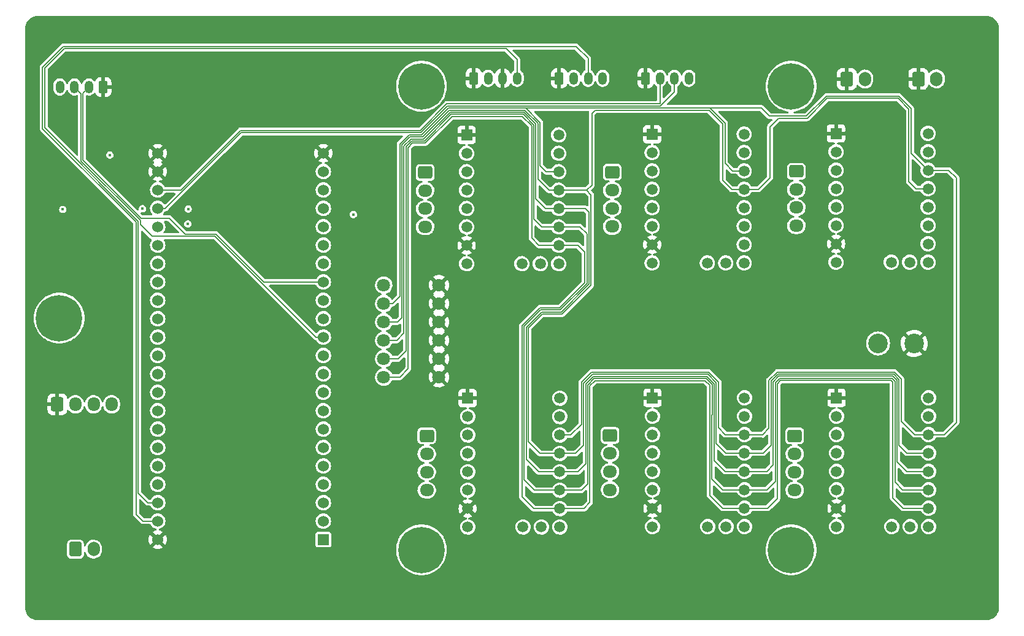
<source format=gbr>
%TF.GenerationSoftware,KiCad,Pcbnew,(6.0.7)*%
%TF.CreationDate,2025-08-04T23:03:26+08:00*%
%TF.ProjectId,stepper_with_TMC2209_controller_board_V1,73746570-7065-4725-9f77-6974685f544d,rev?*%
%TF.SameCoordinates,PX496ed40PY848f8c0*%
%TF.FileFunction,Copper,L3,Inr*%
%TF.FilePolarity,Positive*%
%FSLAX46Y46*%
G04 Gerber Fmt 4.6, Leading zero omitted, Abs format (unit mm)*
G04 Created by KiCad (PCBNEW (6.0.7)) date 2025-08-04 23:03:26*
%MOMM*%
%LPD*%
G01*
G04 APERTURE LIST*
G04 Aperture macros list*
%AMRoundRect*
0 Rectangle with rounded corners*
0 $1 Rounding radius*
0 $2 $3 $4 $5 $6 $7 $8 $9 X,Y pos of 4 corners*
0 Add a 4 corners polygon primitive as box body*
4,1,4,$2,$3,$4,$5,$6,$7,$8,$9,$2,$3,0*
0 Add four circle primitives for the rounded corners*
1,1,$1+$1,$2,$3*
1,1,$1+$1,$4,$5*
1,1,$1+$1,$6,$7*
1,1,$1+$1,$8,$9*
0 Add four rect primitives between the rounded corners*
20,1,$1+$1,$2,$3,$4,$5,0*
20,1,$1+$1,$4,$5,$6,$7,0*
20,1,$1+$1,$6,$7,$8,$9,0*
20,1,$1+$1,$8,$9,$2,$3,0*%
G04 Aperture macros list end*
%TA.AperFunction,ComponentPad*%
%ADD10RoundRect,0.250000X-0.600000X-0.750000X0.600000X-0.750000X0.600000X0.750000X-0.600000X0.750000X0*%
%TD*%
%TA.AperFunction,ComponentPad*%
%ADD11O,1.700000X2.000000*%
%TD*%
%TA.AperFunction,ComponentPad*%
%ADD12RoundRect,0.250000X-0.350000X-0.625000X0.350000X-0.625000X0.350000X0.625000X-0.350000X0.625000X0*%
%TD*%
%TA.AperFunction,ComponentPad*%
%ADD13O,1.200000X1.750000*%
%TD*%
%TA.AperFunction,ComponentPad*%
%ADD14RoundRect,0.250000X-0.725000X0.600000X-0.725000X-0.600000X0.725000X-0.600000X0.725000X0.600000X0*%
%TD*%
%TA.AperFunction,ComponentPad*%
%ADD15O,1.950000X1.700000*%
%TD*%
%TA.AperFunction,ComponentPad*%
%ADD16C,6.400000*%
%TD*%
%TA.AperFunction,ComponentPad*%
%ADD17C,2.700000*%
%TD*%
%TA.AperFunction,ComponentPad*%
%ADD18R,1.508000X1.508000*%
%TD*%
%TA.AperFunction,ComponentPad*%
%ADD19C,1.508000*%
%TD*%
%TA.AperFunction,ComponentPad*%
%ADD20R,1.530000X1.530000*%
%TD*%
%TA.AperFunction,ComponentPad*%
%ADD21C,1.530000*%
%TD*%
%TA.AperFunction,ComponentPad*%
%ADD22RoundRect,0.250000X0.350000X0.625000X-0.350000X0.625000X-0.350000X-0.625000X0.350000X-0.625000X0*%
%TD*%
%TA.AperFunction,ComponentPad*%
%ADD23RoundRect,0.250000X-0.600000X-0.725000X0.600000X-0.725000X0.600000X0.725000X-0.600000X0.725000X0*%
%TD*%
%TA.AperFunction,ComponentPad*%
%ADD24O,1.700000X1.950000*%
%TD*%
%TA.AperFunction,ComponentPad*%
%ADD25C,1.800000*%
%TD*%
%TA.AperFunction,ViaPad*%
%ADD26C,0.400000*%
%TD*%
%TA.AperFunction,Conductor*%
%ADD27C,0.200000*%
%TD*%
G04 APERTURE END LIST*
D10*
%TO.N,GND*%
%TO.C,J3*%
X123550000Y70025000D03*
D11*
%TO.N,/24V*%
X126050000Y70025000D03*
%TD*%
D10*
%TO.N,GND*%
%TO.C,J2*%
X113700000Y70000000D03*
D11*
%TO.N,/24V*%
X116200000Y70000000D03*
%TD*%
D12*
%TO.N,GND*%
%TO.C,J1*%
X62200000Y70100000D03*
D13*
%TO.N,/3v3*%
X64200000Y70100000D03*
%TO.N,GND*%
X66200000Y70100000D03*
%TO.N,/Spare_1*%
X68200000Y70100000D03*
%TD*%
D14*
%TO.N,/M41*%
%TO.C,JM4*%
X55725000Y20750000D03*
D15*
%TO.N,/M43*%
X55725000Y18250000D03*
%TO.N,/M42*%
X55725000Y15750000D03*
%TO.N,/M44*%
X55725000Y13250000D03*
%TD*%
D16*
%TO.N,N/C*%
%TO.C,REF\u002A\u002A*%
X106000000Y5000000D03*
%TD*%
D17*
%TO.N,/24V*%
%TO.C,U4*%
X118000000Y33500000D03*
%TO.N,GND*%
X123000000Y33500000D03*
%TD*%
D16*
%TO.N,N/C*%
%TO.C,REF\u002A\u002A*%
X106000000Y69000000D03*
%TD*%
D14*
%TO.N,/M51*%
%TO.C,JM5*%
X81025000Y20800000D03*
D15*
%TO.N,/M53*%
X81025000Y18300000D03*
%TO.N,/M52*%
X81025000Y15800000D03*
%TO.N,/M54*%
X81025000Y13300000D03*
%TD*%
D18*
%TO.N,GND*%
%TO.C,M6*%
X112277500Y25990000D03*
D19*
%TO.N,/VDD_Fault*%
X112277500Y23450000D03*
%TO.N,/M63*%
X112277500Y20910000D03*
%TO.N,/M61*%
X112277500Y18370000D03*
%TO.N,/M62*%
X112277500Y15830000D03*
%TO.N,/M64*%
X112277500Y13290000D03*
%TO.N,GND*%
X112277500Y10750000D03*
%TO.N,/24V*%
X112277500Y8210000D03*
%TO.N,/P6*%
X124977500Y25990000D03*
%TO.N,/P5*%
X124977500Y23450000D03*
%TO.N,/CLK_SLP*%
X124977500Y20910000D03*
%TO.N,/TX_Reset*%
X124977500Y18370000D03*
%TO.N,/RX_M2*%
X124977500Y15830000D03*
%TO.N,/MS2_M1*%
X124977500Y13290000D03*
%TO.N,/MS1_M0*%
X124977500Y10750000D03*
%TO.N,/TMC_EN_6*%
X124977500Y8210000D03*
%TO.N,/INDEX_6*%
X119897500Y8210000D03*
%TO.N,/DIAG_6*%
X122437500Y8210000D03*
%TD*%
D18*
%TO.N,GND*%
%TO.C,M1*%
X61225000Y62287500D03*
D19*
%TO.N,/VDD_Fault*%
X61225000Y59747500D03*
%TO.N,/M13*%
X61225000Y57207500D03*
%TO.N,/M11*%
X61225000Y54667500D03*
%TO.N,/M12*%
X61225000Y52127500D03*
%TO.N,/M14*%
X61225000Y49587500D03*
%TO.N,GND*%
X61225000Y47047500D03*
%TO.N,/24V*%
X61225000Y44507500D03*
%TO.N,/P12*%
X73925000Y62287500D03*
%TO.N,/P11*%
X73925000Y59747500D03*
%TO.N,/CLK_SLP*%
X73925000Y57207500D03*
%TO.N,/TX_Reset*%
X73925000Y54667500D03*
%TO.N,/RX_M2*%
X73925000Y52127500D03*
%TO.N,/MS2_M1*%
X73925000Y49587500D03*
%TO.N,/MS1_M0*%
X73925000Y47047500D03*
%TO.N,/TMC_EN_1*%
X73925000Y44507500D03*
%TO.N,/INDEX_1*%
X68845000Y44507500D03*
%TO.N,/DIAG_1*%
X71385000Y44507500D03*
%TD*%
D20*
%TO.N,/3v3*%
%TO.C,U3*%
X41459500Y6430000D03*
D21*
X41459500Y8970000D03*
%TO.N,unconnected-(U3-PadJ1_3)*%
X41459500Y11510000D03*
%TO.N,/P5*%
X41459500Y14050000D03*
%TO.N,/P6*%
X41459500Y16590000D03*
%TO.N,/P7*%
X41459500Y19130000D03*
%TO.N,/P8*%
X41459500Y21670000D03*
%TO.N,/P9*%
X41459500Y24210000D03*
%TO.N,/P10*%
X41459500Y26750000D03*
%TO.N,/P11*%
X41459500Y29290000D03*
%TO.N,/P12*%
X41459500Y31830000D03*
%TO.N,/SDA*%
X41459500Y34370000D03*
%TO.N,/P13*%
X41459500Y36910000D03*
%TO.N,/P14*%
X41459500Y39450000D03*
%TO.N,/SCL*%
X41459500Y41990000D03*
%TO.N,/P15*%
X41459500Y44530000D03*
%TO.N,/MOSI_1*%
X41459500Y47070000D03*
%TO.N,/MISO*%
X41459500Y49610000D03*
%TO.N,/CLK_1*%
X41459500Y52150000D03*
%TO.N,/P16*%
X41459500Y54690000D03*
%TO.N,/5V_reg*%
X41459500Y57230000D03*
%TO.N,GND*%
X41459500Y59770000D03*
X18599500Y6430000D03*
%TO.N,/Servo*%
X18599500Y8970000D03*
%TO.N,/Spare_1*%
X18599500Y11510000D03*
%TO.N,/TMC_EN_1*%
X18599500Y14050000D03*
%TO.N,/TMC_EN_2*%
X18599500Y16590000D03*
%TO.N,/TMC_EN_3*%
X18599500Y19130000D03*
%TO.N,/TMC_EN_4*%
X18599500Y21670000D03*
%TO.N,/TMC_EN_5*%
X18599500Y24210000D03*
%TO.N,/TMC_EN_6*%
X18599500Y26750000D03*
%TO.N,/CAN_TX*%
X18599500Y29290000D03*
%TO.N,/CAN_RX*%
X18599500Y31830000D03*
%TO.N,/CS12_1*%
X18599500Y34370000D03*
%TO.N,/CS11_1*%
X18599500Y36910000D03*
%TO.N,/CS10_1*%
X18599500Y39450000D03*
%TO.N,/CS9_1*%
X18599500Y41990000D03*
%TO.N,/CS8_1*%
X18599500Y44530000D03*
%TO.N,/CS7_1*%
X18599500Y47070000D03*
%TO.N,/CS6_1*%
X18599500Y49610000D03*
%TO.N,/USB_D+*%
X18599500Y52150000D03*
%TO.N,/USB_D-*%
X18599500Y54690000D03*
%TO.N,GND*%
X18599500Y57230000D03*
X18599500Y59770000D03*
%TD*%
D12*
%TO.N,GND*%
%TO.C,J13*%
X74000000Y70100000D03*
D13*
%TO.N,/24V*%
X76000000Y70100000D03*
%TO.N,/Servo*%
X78000000Y70100000D03*
%TO.N,/5V_reg*%
X80000000Y70100000D03*
%TD*%
D16*
%TO.N,N/C*%
%TO.C,REF\u002A\u002A*%
X55000000Y5000000D03*
%TD*%
D18*
%TO.N,GND*%
%TO.C,M5*%
X86877500Y25990000D03*
D19*
%TO.N,/VDD_Fault*%
X86877500Y23450000D03*
%TO.N,/M53*%
X86877500Y20910000D03*
%TO.N,/M51*%
X86877500Y18370000D03*
%TO.N,/M52*%
X86877500Y15830000D03*
%TO.N,/M54*%
X86877500Y13290000D03*
%TO.N,GND*%
X86877500Y10750000D03*
%TO.N,/24V*%
X86877500Y8210000D03*
%TO.N,/P8*%
X99577500Y25990000D03*
%TO.N,/P7*%
X99577500Y23450000D03*
%TO.N,/CLK_SLP*%
X99577500Y20910000D03*
%TO.N,/TX_Reset*%
X99577500Y18370000D03*
%TO.N,/RX_M2*%
X99577500Y15830000D03*
%TO.N,/MS2_M1*%
X99577500Y13290000D03*
%TO.N,/MS1_M0*%
X99577500Y10750000D03*
%TO.N,/TMC_EN_5*%
X99577500Y8210000D03*
%TO.N,/INDEX_5*%
X94497500Y8210000D03*
%TO.N,/DIAG_5*%
X97037500Y8210000D03*
%TD*%
D22*
%TO.N,GND*%
%TO.C,J5*%
X11100000Y68900000D03*
D13*
%TO.N,/SCL*%
X9100000Y68900000D03*
%TO.N,/SDA*%
X7100000Y68900000D03*
%TO.N,/5V_reg*%
X5100000Y68900000D03*
%TD*%
D14*
%TO.N,/M31*%
%TO.C,JM3*%
X106725000Y57250000D03*
D15*
%TO.N,/M33*%
X106725000Y54750000D03*
%TO.N,/M32*%
X106725000Y52250000D03*
%TO.N,/M34*%
X106725000Y49750000D03*
%TD*%
D23*
%TO.N,GND*%
%TO.C,J6*%
X4750000Y25100000D03*
D24*
%TO.N,/CAN_RX*%
X7250000Y25100000D03*
%TO.N,/CAN_TX*%
X9750000Y25100000D03*
%TO.N,/5V_reg*%
X12250000Y25100000D03*
%TD*%
D18*
%TO.N,GND*%
%TO.C,M3*%
X112202500Y62490000D03*
D19*
%TO.N,/VDD_Fault*%
X112202500Y59950000D03*
%TO.N,/M33*%
X112202500Y57410000D03*
%TO.N,/M31*%
X112202500Y54870000D03*
%TO.N,/M32*%
X112202500Y52330000D03*
%TO.N,/M34*%
X112202500Y49790000D03*
%TO.N,GND*%
X112202500Y47250000D03*
%TO.N,/24V*%
X112202500Y44710000D03*
%TO.N,/P16*%
X124902500Y62490000D03*
%TO.N,/P15*%
X124902500Y59950000D03*
%TO.N,/CLK_SLP*%
X124902500Y57410000D03*
%TO.N,/TX_Reset*%
X124902500Y54870000D03*
%TO.N,/RX_M2*%
X124902500Y52330000D03*
%TO.N,/MS2_M1*%
X124902500Y49790000D03*
%TO.N,/MS1_M0*%
X124902500Y47250000D03*
%TO.N,/TMC_EN_3*%
X124902500Y44710000D03*
%TO.N,/INDEX_3*%
X119822500Y44710000D03*
%TO.N,/DIAG_3*%
X122362500Y44710000D03*
%TD*%
D18*
%TO.N,GND*%
%TO.C,M4*%
X61377500Y25940000D03*
D19*
%TO.N,/VDD_Fault*%
X61377500Y23400000D03*
%TO.N,/M43*%
X61377500Y20860000D03*
%TO.N,/M41*%
X61377500Y18320000D03*
%TO.N,/M42*%
X61377500Y15780000D03*
%TO.N,/M44*%
X61377500Y13240000D03*
%TO.N,GND*%
X61377500Y10700000D03*
%TO.N,/24V*%
X61377500Y8160000D03*
%TO.N,/P10*%
X74077500Y25940000D03*
%TO.N,/P9*%
X74077500Y23400000D03*
%TO.N,/CLK_SLP*%
X74077500Y20860000D03*
%TO.N,/TX_Reset*%
X74077500Y18320000D03*
%TO.N,/RX_M2*%
X74077500Y15780000D03*
%TO.N,/MS2_M1*%
X74077500Y13240000D03*
%TO.N,/MS1_M0*%
X74077500Y10700000D03*
%TO.N,/TMC_EN_4*%
X74077500Y8160000D03*
%TO.N,/INDEX_4*%
X68997500Y8160000D03*
%TO.N,/DIAG_4*%
X71537500Y8160000D03*
%TD*%
D14*
%TO.N,/M11*%
%TO.C,JM1*%
X55500000Y57100000D03*
D15*
%TO.N,/M13*%
X55500000Y54600000D03*
%TO.N,/M12*%
X55500000Y52100000D03*
%TO.N,/M14*%
X55500000Y49600000D03*
%TD*%
D12*
%TO.N,GND*%
%TO.C,J7*%
X85900000Y70100000D03*
D13*
%TO.N,/USB_D-*%
X87900000Y70100000D03*
%TO.N,/USB_D+*%
X89900000Y70100000D03*
%TO.N,/5V_reg*%
X91900000Y70100000D03*
%TD*%
D10*
%TO.N,/CANL*%
%TO.C,J8*%
X7250000Y5100000D03*
D11*
%TO.N,/CANH*%
X9750000Y5100000D03*
%TD*%
D14*
%TO.N,/M61*%
%TO.C,JM6*%
X106500000Y20750000D03*
D15*
%TO.N,/M63*%
X106500000Y18250000D03*
%TO.N,/M62*%
X106500000Y15750000D03*
%TO.N,/M64*%
X106500000Y13250000D03*
%TD*%
D16*
%TO.N,N/C*%
%TO.C,REF\u002A\u002A*%
X5000000Y37000000D03*
%TD*%
D25*
%TO.N,/MS1_M0*%
%TO.C,SW1*%
X49790000Y28850000D03*
%TO.N,/MS2_M1*%
X49790000Y31390000D03*
%TO.N,/RX_M2*%
X49790000Y33930000D03*
%TO.N,/TX_Reset*%
X49790000Y36470000D03*
%TO.N,/CLK_SLP*%
X49790000Y39010000D03*
%TO.N,/VDD_Fault*%
X49790000Y41550000D03*
%TO.N,GND*%
X57410000Y28850000D03*
X57410000Y31390000D03*
X57410000Y33930000D03*
X57410000Y36470000D03*
X57410000Y39010000D03*
X57410000Y41550000D03*
%TD*%
D18*
%TO.N,GND*%
%TO.C,M2*%
X86825000Y62387500D03*
D19*
%TO.N,/VDD_Fault*%
X86825000Y59847500D03*
%TO.N,/M23*%
X86825000Y57307500D03*
%TO.N,/M21*%
X86825000Y54767500D03*
%TO.N,/M22*%
X86825000Y52227500D03*
%TO.N,/M24*%
X86825000Y49687500D03*
%TO.N,GND*%
X86825000Y47147500D03*
%TO.N,/24V*%
X86825000Y44607500D03*
%TO.N,/P14*%
X99525000Y62387500D03*
%TO.N,/P13*%
X99525000Y59847500D03*
%TO.N,/CLK_SLP*%
X99525000Y57307500D03*
%TO.N,/TX_Reset*%
X99525000Y54767500D03*
%TO.N,/RX_M2*%
X99525000Y52227500D03*
%TO.N,/MS2_M1*%
X99525000Y49687500D03*
%TO.N,/MS1_M0*%
X99525000Y47147500D03*
%TO.N,/TMC_EN_2*%
X99525000Y44607500D03*
%TO.N,/INDEX_2*%
X94445000Y44607500D03*
%TO.N,/DIAG_2*%
X96985000Y44607500D03*
%TD*%
D16*
%TO.N,N/C*%
%TO.C,REF\u002A\u002A*%
X55000000Y69000000D03*
%TD*%
D14*
%TO.N,/M21*%
%TO.C,JM2*%
X81325000Y57150000D03*
D15*
%TO.N,/M23*%
X81325000Y54650000D03*
%TO.N,/M22*%
X81325000Y52150000D03*
%TO.N,/M24*%
X81325000Y49650000D03*
%TD*%
D26*
%TO.N,/3v3*%
X12000000Y59500000D03*
X45600000Y51300000D03*
%TO.N,GND*%
X72425000Y16975000D03*
X72400000Y14400000D03*
X72450000Y11800000D03*
X48025000Y32750000D03*
X97875000Y19600000D03*
X72275000Y48250000D03*
X51450000Y35175000D03*
X51375000Y37850000D03*
X97975000Y16850000D03*
X102250000Y51575000D03*
X98000000Y14475000D03*
X40150000Y15300000D03*
X5750000Y51125000D03*
X72425000Y56175000D03*
X48075000Y37675000D03*
X97975000Y11850000D03*
X48050000Y35225000D03*
X51475000Y32675000D03*
X51575000Y30150000D03*
X102250000Y48475000D03*
X72275000Y50875000D03*
X72300000Y53600000D03*
X48000000Y40350000D03*
X12625000Y51175000D03*
X98250000Y61075000D03*
X76800000Y63550000D03*
X40200000Y20450000D03*
X88900000Y68750000D03*
X20550000Y49150000D03*
X48075000Y30125000D03*
%TO.N,/MOSI*%
X22750000Y50000000D03*
X16500000Y52100000D03*
%TO.N,/CLK*%
X5500000Y52000000D03*
X22800000Y52050000D03*
%TD*%
D27*
%TO.N,/SCL*%
X33220122Y41990000D02*
X26620122Y48590000D01*
X26620122Y48590000D02*
X22410000Y48590000D01*
X22410000Y48590000D02*
X20200000Y50800000D01*
X8300000Y58800000D02*
X8300000Y68000000D01*
X16300000Y50800000D02*
X8300000Y58800000D01*
X9100000Y68800000D02*
X9100000Y68900000D01*
X20200000Y50800000D02*
X16300000Y50800000D01*
X8300000Y68000000D02*
X9100000Y68800000D01*
X41459500Y41990000D02*
X33220122Y41990000D01*
%TO.N,/SDA*%
X8010000Y58679878D02*
X8010000Y67990000D01*
X26500000Y48300000D02*
X17800000Y48300000D01*
X41459500Y34370000D02*
X40430000Y34370000D01*
X40430000Y34370000D02*
X26500000Y48300000D01*
X16200000Y50489878D02*
X8010000Y58679878D01*
X16200000Y49900000D02*
X16200000Y50489878D01*
X17800000Y48300000D02*
X16200000Y49900000D01*
X8010000Y67990000D02*
X7100000Y68900000D01*
%TO.N,/USB_D+*%
X30110000Y62610000D02*
X54920122Y62610000D01*
X54920122Y62610000D02*
X58595122Y66285000D01*
X19650000Y52150000D02*
X30110000Y62610000D01*
X58595122Y66285000D02*
X87970122Y66285000D01*
X18599500Y52150000D02*
X19650000Y52150000D01*
X89900000Y68214878D02*
X89900000Y70100000D01*
X87970122Y66285000D02*
X89900000Y68214878D01*
%TO.N,/USB_D-*%
X54800000Y62900000D02*
X58475000Y66575000D01*
X87850000Y66575000D02*
X87900000Y66625000D01*
X21779878Y54690000D02*
X29989878Y62900000D01*
X58475000Y66575000D02*
X87850000Y66575000D01*
X87900000Y66625000D02*
X87900000Y70100000D01*
X29989878Y62900000D02*
X54800000Y62900000D01*
X18599500Y54690000D02*
X21779878Y54690000D01*
%TO.N,/Spare_1*%
X3000000Y63279756D02*
X3000000Y71500000D01*
X15910000Y50369756D02*
X3000000Y63279756D01*
X3000000Y71500000D02*
X5700000Y74200000D01*
X68200000Y72675000D02*
X68200000Y70100000D01*
X66675000Y74200000D02*
X68200000Y72675000D01*
X15910000Y12840000D02*
X15910000Y50369756D01*
X18599500Y11510000D02*
X17240000Y11510000D01*
X5700000Y74200000D02*
X66675000Y74200000D01*
X17240000Y11510000D02*
X15910000Y12840000D01*
%TO.N,/Servo*%
X5579878Y74490000D02*
X76335000Y74490000D01*
X15620000Y9880000D02*
X15620000Y50249634D01*
X2710000Y63159634D02*
X2710000Y71620122D01*
X2710000Y71620122D02*
X5579878Y74490000D01*
X16530000Y8970000D02*
X15620000Y9880000D01*
X76335000Y74490000D02*
X78000000Y72825000D01*
X78000000Y72825000D02*
X78000000Y70100000D01*
X18599500Y8970000D02*
X16530000Y8970000D01*
X15620000Y50249634D02*
X2710000Y63159634D01*
%TO.N,/CLK_SLP*%
X99577500Y20910000D02*
X96940000Y20910000D01*
X77075000Y22325000D02*
X75610000Y20860000D01*
X102950000Y28425000D02*
X102950000Y21775000D01*
X95975000Y28175000D02*
X94625000Y29525000D01*
X94625000Y29525000D02*
X78450000Y29525000D01*
X128825000Y56350000D02*
X128825000Y22575000D01*
X49790000Y39010000D02*
X51035000Y39010000D01*
X73925000Y57207500D02*
X72217500Y57207500D01*
X103025000Y64875000D02*
X101905000Y65995000D01*
X51035000Y39010000D02*
X52000000Y39975000D01*
X71365000Y58060000D02*
X71365000Y64015366D01*
X120875000Y67625000D02*
X110850000Y67625000D01*
X96875000Y58375000D02*
X96875000Y63925000D01*
X55040244Y62320000D02*
X58145244Y65425000D01*
X77075000Y28150000D02*
X77075000Y22325000D01*
X71365000Y64015366D02*
X69385366Y65995000D01*
X53295000Y62320000D02*
X55040244Y62320000D01*
X128825000Y22575000D02*
X127160000Y20910000D01*
X124977500Y20910000D02*
X123065000Y20910000D01*
X97942500Y57307500D02*
X96875000Y58375000D01*
X75610000Y20860000D02*
X74077500Y20860000D01*
X127765000Y57410000D02*
X128825000Y56350000D01*
X101905000Y65995000D02*
X95395000Y65995000D01*
X102075000Y20900000D02*
X102065000Y20910000D01*
X69385366Y65995000D02*
X69200000Y65995000D01*
X102065000Y20910000D02*
X99577500Y20910000D01*
X127160000Y20910000D02*
X124977500Y20910000D01*
X124902500Y57410000D02*
X122550000Y59762500D01*
X99525000Y57307500D02*
X97942500Y57307500D01*
X96875000Y63925000D02*
X96100000Y64700000D01*
X121200000Y22775000D02*
X121200000Y28625000D01*
X122550000Y65950000D02*
X120875000Y67625000D01*
X52000000Y61025000D02*
X53295000Y62320000D01*
X72217500Y57207500D02*
X71365000Y58060000D01*
X104075000Y29550000D02*
X102950000Y28425000D01*
X110850000Y67625000D02*
X108100000Y64875000D01*
X121200000Y28625000D02*
X120275000Y29550000D01*
X122550000Y59762500D02*
X122550000Y65950000D01*
X96940000Y20910000D02*
X95975000Y21875000D01*
X124902500Y57410000D02*
X127765000Y57410000D01*
X58715244Y65995000D02*
X58135122Y65414878D01*
X120275000Y29550000D02*
X104075000Y29550000D01*
X95395000Y65995000D02*
X58715244Y65995000D01*
X78450000Y29525000D02*
X77075000Y28150000D01*
X96100000Y64700000D02*
X94805000Y65995000D01*
X52000000Y39975000D02*
X52000000Y61025000D01*
X108100000Y64875000D02*
X103025000Y64875000D01*
X102950000Y21775000D02*
X102075000Y20900000D01*
X95975000Y21875000D02*
X95975000Y28175000D01*
X123065000Y20910000D02*
X121200000Y22775000D01*
%TO.N,/TX_Reset*%
X120910000Y28504878D02*
X120910000Y19440000D01*
X55150305Y62019939D02*
X58835366Y65705000D01*
X77792500Y54667500D02*
X78500000Y55375000D01*
X120910000Y19440000D02*
X121980000Y18370000D01*
X69740000Y35615000D02*
X69740000Y19935000D01*
X104260000Y64585000D02*
X108220122Y64585000D01*
X74400000Y37550000D02*
X71675000Y37550000D01*
X58835366Y65705000D02*
X69265244Y65705000D01*
X103100000Y63425000D02*
X104260000Y64585000D01*
X71355000Y18320000D02*
X74077500Y18320000D01*
X96585000Y63790000D02*
X96585000Y56015000D01*
X49790000Y36470000D02*
X51695000Y36470000D01*
X95675000Y28064878D02*
X95675000Y19675000D01*
X69740000Y19935000D02*
X71355000Y18320000D01*
X120154878Y29260000D02*
X120910000Y28504878D01*
X71075000Y56175000D02*
X72582500Y54667500D01*
X108220122Y64585000D02*
X110970122Y67335000D01*
X78930000Y65705000D02*
X94670000Y65705000D01*
X97832500Y54767500D02*
X99525000Y54767500D01*
X78400000Y54025000D02*
X78400000Y41550000D01*
X96980000Y18370000D02*
X99577500Y18370000D01*
X95675000Y19675000D02*
X96980000Y18370000D01*
X101492500Y54767500D02*
X103100000Y56375000D01*
X99525000Y54767500D02*
X101492500Y54767500D01*
X78500000Y65275000D02*
X78930000Y65705000D01*
X53405061Y62019939D02*
X55150305Y62019939D01*
X103240000Y19465000D02*
X103240000Y28304878D01*
X71075000Y63895244D02*
X71075000Y56175000D01*
X75442500Y54667500D02*
X77792500Y54667500D01*
X51695000Y36470000D02*
X52290000Y37065000D01*
X104195122Y29260000D02*
X120154878Y29260000D01*
X121980000Y18370000D02*
X124977500Y18370000D01*
X74077500Y18320000D02*
X76270000Y18320000D01*
X71675000Y37550000D02*
X69740000Y35615000D01*
X78400000Y41550000D02*
X74400000Y37550000D01*
X103240000Y28304878D02*
X104195122Y29260000D01*
X77365000Y28015000D02*
X78585000Y29235000D01*
X122250000Y55875000D02*
X123255000Y54870000D01*
X122250000Y65839878D02*
X122250000Y55875000D01*
X110970122Y67335000D02*
X120754878Y67335000D01*
X52290000Y60904878D02*
X53405061Y62019939D01*
X99577500Y18370000D02*
X102145000Y18370000D01*
X72582500Y54667500D02*
X73925000Y54667500D01*
X120754878Y67335000D02*
X122250000Y65839878D01*
X123255000Y54870000D02*
X124902500Y54870000D01*
X78500000Y55375000D02*
X78500000Y65275000D01*
X94504878Y29235000D02*
X95675000Y28064878D01*
X78585000Y29235000D02*
X94504878Y29235000D01*
X75442500Y54667500D02*
X77757500Y54667500D01*
X94670000Y65705000D02*
X96585000Y63790000D01*
X103100000Y56375000D02*
X103100000Y63425000D01*
X52290000Y37065000D02*
X52290000Y60904878D01*
X102145000Y18370000D02*
X103240000Y19465000D01*
X96585000Y56015000D02*
X97832500Y54767500D01*
X77757500Y54667500D02*
X78400000Y54025000D01*
X69265244Y65705000D02*
X71075000Y63895244D01*
X77365000Y19415000D02*
X77365000Y28015000D01*
X76270000Y18320000D02*
X77365000Y19415000D01*
X73925000Y54667500D02*
X75442500Y54667500D01*
%TO.N,/RX_M2*%
X69450000Y17500000D02*
X71170000Y15780000D01*
X52580000Y34930000D02*
X52580000Y60784756D01*
X95375000Y17350000D02*
X96895000Y15830000D01*
X58955488Y65415000D02*
X69145122Y65415000D01*
X120620000Y28384756D02*
X120620000Y17180000D01*
X49790000Y33930000D02*
X51580000Y33930000D01*
X74077500Y15780000D02*
X76555000Y15780000D01*
X95385000Y21985000D02*
X95375000Y21975000D01*
X51580000Y33930000D02*
X52580000Y34930000D01*
X95375000Y21975000D02*
X95375000Y17350000D01*
X102630000Y15830000D02*
X103530000Y16730000D01*
X103530000Y28184756D02*
X104315244Y28970000D01*
X70785000Y63775122D02*
X70785000Y53465000D01*
X69450000Y35735122D02*
X69450000Y17500000D01*
X78705122Y28945000D02*
X94384756Y28945000D01*
X103530000Y16730000D02*
X103530000Y28184756D01*
X120034756Y28970000D02*
X120620000Y28384756D01*
X121970000Y15830000D02*
X124977500Y15830000D01*
X78110000Y41670122D02*
X74279878Y37840000D01*
X120620000Y17180000D02*
X121970000Y15830000D01*
X104315244Y28970000D02*
X120034756Y28970000D01*
X69145122Y65415000D02*
X70785000Y63775122D01*
X77572378Y52127500D02*
X78110000Y51589878D01*
X72122500Y52127500D02*
X73925000Y52127500D01*
X55270427Y61729939D02*
X58955488Y65415000D01*
X96895000Y15830000D02*
X99577500Y15830000D01*
X52580000Y60784756D02*
X53525183Y61729939D01*
X74279878Y37840000D02*
X71554878Y37840000D01*
X99577500Y15830000D02*
X102630000Y15830000D01*
X94384756Y28945000D02*
X95385000Y27944756D01*
X71170000Y15780000D02*
X74077500Y15780000D01*
X73925000Y52127500D02*
X77572378Y52127500D01*
X78110000Y51589878D02*
X78110000Y41670122D01*
X53525183Y61729939D02*
X55270427Y61729939D01*
X70785000Y53465000D02*
X72122500Y52127500D01*
X76555000Y15780000D02*
X77655000Y16880000D01*
X77655000Y16880000D02*
X77655000Y27894878D01*
X71554878Y37840000D02*
X69450000Y35735122D01*
X77655000Y27894878D02*
X78705122Y28945000D01*
X95385000Y27944756D02*
X95385000Y21985000D01*
%TO.N,/MS2_M1*%
X73925000Y49587500D02*
X76857500Y49587500D01*
X77820000Y41790244D02*
X74159756Y38130000D01*
X74159756Y38130000D02*
X71434756Y38130000D01*
X76857500Y49587500D02*
X77820000Y48625000D01*
X120330000Y28264634D02*
X120330000Y14370000D01*
X94264634Y28655000D02*
X95095000Y27824634D01*
X70495000Y50680000D02*
X71600000Y49575000D01*
X103820000Y14445000D02*
X103820000Y28064634D01*
X53645305Y61439939D02*
X55390549Y61439939D01*
X70495000Y63655000D02*
X70495000Y50680000D01*
X121410000Y13290000D02*
X124977500Y13290000D01*
X69025000Y65125000D02*
X70495000Y63655000D01*
X77945000Y27774756D02*
X78825244Y28655000D01*
X52870000Y60664634D02*
X53645305Y61439939D01*
X99577500Y13290000D02*
X102665000Y13290000D01*
X59075610Y65125000D02*
X69025000Y65125000D01*
X49790000Y31390000D02*
X51815000Y31390000D01*
X95095000Y27824634D02*
X95095000Y23700000D01*
X78825244Y28655000D02*
X94264634Y28655000D01*
X77820000Y48625000D02*
X77820000Y41790244D01*
X52870000Y32445000D02*
X52870000Y60664634D01*
X104435366Y28680000D02*
X119914634Y28680000D01*
X102665000Y13290000D02*
X103820000Y14445000D01*
X95095000Y23700000D02*
X95085000Y23690000D01*
X96560000Y13290000D02*
X99577500Y13290000D01*
X70585000Y13240000D02*
X74077500Y13240000D01*
X55390549Y61439939D02*
X59075610Y65125000D01*
X77065000Y13240000D02*
X77945000Y14120000D01*
X74077500Y13240000D02*
X77065000Y13240000D01*
X71612500Y49587500D02*
X73925000Y49587500D01*
X69160000Y14665000D02*
X70585000Y13240000D01*
X51815000Y31390000D02*
X52870000Y32445000D01*
X69160000Y35855244D02*
X69160000Y14665000D01*
X95085000Y23690000D02*
X95085000Y14765000D01*
X95085000Y14765000D02*
X96560000Y13290000D01*
X77945000Y14120000D02*
X77945000Y27774756D01*
X71600000Y49575000D02*
X71612500Y49587500D01*
X120330000Y14370000D02*
X121410000Y13290000D01*
X71434756Y38130000D02*
X69160000Y35855244D01*
X119914634Y28680000D02*
X120330000Y28264634D01*
X103820000Y28064634D02*
X104435366Y28680000D01*
%TO.N,/MS1_M0*%
X78235000Y11535000D02*
X78235000Y27654634D01*
X104110000Y27944512D02*
X104555488Y28390000D01*
X68904878Y64835000D02*
X70205000Y63534878D01*
X77530000Y46075000D02*
X77530000Y41910366D01*
X96550000Y10750000D02*
X99577500Y10750000D01*
X94805000Y27704512D02*
X94805000Y24800000D01*
X49790000Y28850000D02*
X52000000Y28850000D01*
X78235000Y27654634D02*
X78945366Y28365000D01*
X71314634Y38420000D02*
X68870000Y35975366D01*
X74077500Y10700000D02*
X77400000Y10700000D01*
X104110000Y12110000D02*
X104110000Y27944512D01*
X94805000Y24800000D02*
X94795000Y24790000D01*
X102750000Y10750000D02*
X104110000Y12110000D01*
X70205000Y63534878D02*
X70205000Y48045000D01*
X53160000Y30010000D02*
X53160000Y60544512D01*
X120040000Y12160000D02*
X121450000Y10750000D01*
X94795000Y12505000D02*
X96550000Y10750000D01*
X59195732Y64835000D02*
X68904878Y64835000D01*
X53765427Y61149939D02*
X55510671Y61149939D01*
X99577500Y10750000D02*
X102750000Y10750000D01*
X119794512Y28390000D02*
X120040000Y28144512D01*
X76557500Y47047500D02*
X77530000Y46075000D01*
X71202500Y47047500D02*
X73925000Y47047500D01*
X77400000Y10700000D02*
X78235000Y11535000D01*
X94795000Y24790000D02*
X94795000Y12505000D01*
X70500000Y10700000D02*
X74077500Y10700000D01*
X52000000Y28850000D02*
X53160000Y30010000D01*
X121450000Y10750000D02*
X124977500Y10750000D01*
X94144512Y28365000D02*
X94805000Y27704512D01*
X68870000Y12330000D02*
X70500000Y10700000D01*
X78945366Y28365000D02*
X94144512Y28365000D01*
X74039634Y38420000D02*
X71314634Y38420000D01*
X104555488Y28390000D02*
X119794512Y28390000D01*
X120040000Y28144512D02*
X120040000Y12160000D01*
X77530000Y41910366D02*
X74039634Y38420000D01*
X68870000Y35975366D02*
X68870000Y12330000D01*
X70205000Y48045000D02*
X71202500Y47047500D01*
X55510671Y61149939D02*
X59195732Y64835000D01*
X53160000Y60544512D02*
X53765427Y61149939D01*
X73925000Y47047500D02*
X76557500Y47047500D01*
%TD*%
%TA.AperFunction,Conductor*%
%TO.N,GND*%
G36*
X132984563Y78697586D02*
G01*
X132989145Y78696778D01*
X133000000Y78694864D01*
X133010855Y78696778D01*
X133021878Y78696778D01*
X133021878Y78696413D01*
X133034236Y78697051D01*
X133130210Y78690187D01*
X133232881Y78682844D01*
X133250669Y78680287D01*
X133418867Y78643697D01*
X133469996Y78632574D01*
X133487245Y78627510D01*
X133697560Y78549067D01*
X133713906Y78541602D01*
X133910913Y78434027D01*
X133926033Y78424310D01*
X134105725Y78289794D01*
X134119311Y78278021D01*
X134278021Y78119311D01*
X134289794Y78105725D01*
X134424310Y77926033D01*
X134434029Y77910910D01*
X134541600Y77713910D01*
X134549069Y77697556D01*
X134627510Y77487244D01*
X134632574Y77469996D01*
X134674385Y77277801D01*
X134680286Y77250673D01*
X134682845Y77232877D01*
X134697051Y77034236D01*
X134696413Y77021878D01*
X134696778Y77021878D01*
X134696778Y77010855D01*
X134694864Y77000000D01*
X134696778Y76989145D01*
X134697586Y76984563D01*
X134699500Y76962683D01*
X134699500Y-2962683D01*
X134697586Y-2984563D01*
X134694864Y-3000000D01*
X134696778Y-3010855D01*
X134696778Y-3021878D01*
X134696413Y-3021878D01*
X134697051Y-3034236D01*
X134682845Y-3232877D01*
X134680287Y-3250669D01*
X134643697Y-3418867D01*
X134632574Y-3469996D01*
X134627510Y-3487244D01*
X134549069Y-3697556D01*
X134541600Y-3713910D01*
X134434029Y-3910910D01*
X134424310Y-3926033D01*
X134289794Y-4105725D01*
X134278021Y-4119311D01*
X134119311Y-4278021D01*
X134105725Y-4289794D01*
X133926033Y-4424310D01*
X133910913Y-4434027D01*
X133713906Y-4541602D01*
X133697560Y-4549067D01*
X133527627Y-4612448D01*
X133487244Y-4627510D01*
X133469995Y-4632574D01*
X133250669Y-4680287D01*
X133232881Y-4682844D01*
X133130210Y-4690187D01*
X133034236Y-4697051D01*
X133021878Y-4696413D01*
X133021878Y-4696778D01*
X133010855Y-4696778D01*
X133000000Y-4694864D01*
X132989145Y-4696778D01*
X132984563Y-4697586D01*
X132962683Y-4699500D01*
X2037317Y-4699500D01*
X2015437Y-4697586D01*
X2010855Y-4696778D01*
X2000000Y-4694864D01*
X1989145Y-4696778D01*
X1978122Y-4696778D01*
X1978122Y-4696413D01*
X1965764Y-4697051D01*
X1869790Y-4690187D01*
X1767119Y-4682844D01*
X1749331Y-4680287D01*
X1530005Y-4632574D01*
X1512756Y-4627510D01*
X1472373Y-4612448D01*
X1302440Y-4549067D01*
X1286094Y-4541602D01*
X1089087Y-4434027D01*
X1073967Y-4424310D01*
X894275Y-4289794D01*
X880689Y-4278021D01*
X721979Y-4119311D01*
X710206Y-4105725D01*
X575690Y-3926033D01*
X565971Y-3910910D01*
X458400Y-3713910D01*
X450931Y-3697556D01*
X372490Y-3487244D01*
X367426Y-3469996D01*
X356303Y-3418867D01*
X319713Y-3250669D01*
X317155Y-3232877D01*
X302949Y-3034236D01*
X303587Y-3021878D01*
X303222Y-3021878D01*
X303222Y-3010855D01*
X305136Y-3000000D01*
X302414Y-2984563D01*
X300500Y-2962683D01*
X300500Y4307228D01*
X6099500Y4307228D01*
X6110364Y4217453D01*
X6165887Y4077217D01*
X6257078Y3957078D01*
X6377217Y3865887D01*
X6431760Y3844292D01*
X6509923Y3813345D01*
X6509925Y3813344D01*
X6517453Y3810364D01*
X6607228Y3799500D01*
X7892772Y3799500D01*
X7982547Y3810364D01*
X7990075Y3813344D01*
X7990077Y3813345D01*
X8068240Y3844292D01*
X8122783Y3865887D01*
X8242922Y3957078D01*
X8334113Y4077217D01*
X8389636Y4217453D01*
X8400500Y4307228D01*
X8400500Y4585215D01*
X8420502Y4653336D01*
X8474158Y4699829D01*
X8544432Y4709933D01*
X8609012Y4680439D01*
X8647769Y4619416D01*
X8671314Y4535931D01*
X8673867Y4530753D01*
X8673869Y4530749D01*
X8685169Y4507836D01*
X8764835Y4346290D01*
X8768291Y4341662D01*
X8855038Y4225494D01*
X8891349Y4176867D01*
X9046619Y4033337D01*
X9225446Y3920505D01*
X9421840Y3842152D01*
X9427497Y3841027D01*
X9427503Y3841025D01*
X9623558Y3802028D01*
X9623560Y3802028D01*
X9629225Y3800901D01*
X9635000Y3800825D01*
X9635004Y3800825D01*
X9741024Y3799437D01*
X9840654Y3798133D01*
X9848610Y3799500D01*
X10043350Y3832962D01*
X10043351Y3832962D01*
X10049047Y3833941D01*
X10247425Y3907127D01*
X10269053Y3919994D01*
X10424179Y4012284D01*
X10424180Y4012285D01*
X10429144Y4015238D01*
X10588119Y4154655D01*
X10719024Y4320708D01*
X10730049Y4341662D01*
X10814785Y4502720D01*
X10817477Y4507836D01*
X10880180Y4709773D01*
X10900500Y4881455D01*
X10900500Y5000000D01*
X51494696Y5000000D01*
X51513898Y4633596D01*
X51514411Y4630356D01*
X51514412Y4630348D01*
X51530187Y4530749D01*
X51571295Y4271206D01*
X51666258Y3916801D01*
X51667443Y3913713D01*
X51667444Y3913711D01*
X51697297Y3835942D01*
X51797745Y3574264D01*
X51964318Y3247348D01*
X52164149Y2939634D01*
X52395051Y2654494D01*
X52654494Y2395051D01*
X52939634Y2164149D01*
X53247348Y1964318D01*
X53250282Y1962823D01*
X53250289Y1962819D01*
X53571324Y1799243D01*
X53574264Y1797745D01*
X53916801Y1666258D01*
X54271206Y1571295D01*
X54463752Y1540799D01*
X54630348Y1514412D01*
X54630356Y1514411D01*
X54633596Y1513898D01*
X55000000Y1494696D01*
X55366404Y1513898D01*
X55369644Y1514411D01*
X55369652Y1514412D01*
X55536248Y1540799D01*
X55728794Y1571295D01*
X56083199Y1666258D01*
X56425736Y1797745D01*
X56428676Y1799243D01*
X56749711Y1962819D01*
X56749718Y1962823D01*
X56752652Y1964318D01*
X57060366Y2164149D01*
X57345506Y2395051D01*
X57604949Y2654494D01*
X57835851Y2939634D01*
X58035682Y3247348D01*
X58202255Y3574264D01*
X58302703Y3835942D01*
X58332556Y3913711D01*
X58332557Y3913713D01*
X58333742Y3916801D01*
X58428705Y4271206D01*
X58469813Y4530749D01*
X58485588Y4630348D01*
X58485589Y4630356D01*
X58486102Y4633596D01*
X58505304Y5000000D01*
X102494696Y5000000D01*
X102513898Y4633596D01*
X102514411Y4630356D01*
X102514412Y4630348D01*
X102530187Y4530749D01*
X102571295Y4271206D01*
X102666258Y3916801D01*
X102667443Y3913713D01*
X102667444Y3913711D01*
X102697297Y3835942D01*
X102797745Y3574264D01*
X102964318Y3247348D01*
X103164149Y2939634D01*
X103395051Y2654494D01*
X103654494Y2395051D01*
X103939634Y2164149D01*
X104247348Y1964318D01*
X104250282Y1962823D01*
X104250289Y1962819D01*
X104571324Y1799243D01*
X104574264Y1797745D01*
X104916801Y1666258D01*
X105271206Y1571295D01*
X105463752Y1540799D01*
X105630348Y1514412D01*
X105630356Y1514411D01*
X105633596Y1513898D01*
X106000000Y1494696D01*
X106366404Y1513898D01*
X106369644Y1514411D01*
X106369652Y1514412D01*
X106536248Y1540799D01*
X106728794Y1571295D01*
X107083199Y1666258D01*
X107425736Y1797745D01*
X107428676Y1799243D01*
X107749711Y1962819D01*
X107749718Y1962823D01*
X107752652Y1964318D01*
X108060366Y2164149D01*
X108345506Y2395051D01*
X108604949Y2654494D01*
X108835851Y2939634D01*
X109035682Y3247348D01*
X109202255Y3574264D01*
X109302703Y3835942D01*
X109332556Y3913711D01*
X109332557Y3913713D01*
X109333742Y3916801D01*
X109428705Y4271206D01*
X109469813Y4530749D01*
X109485588Y4630348D01*
X109485589Y4630356D01*
X109486102Y4633596D01*
X109505304Y5000000D01*
X109486102Y5366404D01*
X109479461Y5408337D01*
X109457322Y5548114D01*
X109428705Y5728794D01*
X109333742Y6083199D01*
X109202255Y6425736D01*
X109089811Y6646419D01*
X109037181Y6749711D01*
X109037177Y6749718D01*
X109035682Y6752652D01*
X109008566Y6794408D01*
X108837653Y7057591D01*
X108835851Y7060366D01*
X108604949Y7345506D01*
X108345506Y7604949D01*
X108060366Y7835851D01*
X107853574Y7970143D01*
X107755421Y8033884D01*
X107755418Y8033886D01*
X107752652Y8035682D01*
X107749718Y8037177D01*
X107749711Y8037181D01*
X107428676Y8200757D01*
X107425736Y8202255D01*
X107367020Y8224794D01*
X111218001Y8224794D01*
X111219243Y8210000D01*
X111229251Y8090832D01*
X111235306Y8018722D01*
X111292307Y7819934D01*
X111295125Y7814452D01*
X111295126Y7814448D01*
X111384014Y7641491D01*
X111384017Y7641487D01*
X111386834Y7636005D01*
X111515286Y7473939D01*
X111519979Y7469945D01*
X111519980Y7469944D01*
X111666195Y7345506D01*
X111672771Y7339909D01*
X111853289Y7239020D01*
X112049966Y7175116D01*
X112255309Y7150630D01*
X112261444Y7151102D01*
X112261446Y7151102D01*
X112455356Y7166023D01*
X112455360Y7166024D01*
X112461498Y7166496D01*
X112660678Y7222108D01*
X112666182Y7224888D01*
X112666184Y7224889D01*
X112839762Y7312569D01*
X112839764Y7312570D01*
X112845263Y7315348D01*
X113008222Y7442666D01*
X113012248Y7447330D01*
X113012251Y7447333D01*
X113139319Y7594543D01*
X113139320Y7594545D01*
X113143348Y7599211D01*
X113213306Y7722358D01*
X113242450Y7773660D01*
X113242452Y7773664D01*
X113245495Y7779021D01*
X113293587Y7923592D01*
X113308825Y7969399D01*
X113308826Y7969402D01*
X113310770Y7975247D01*
X113336689Y8180414D01*
X113337102Y8210000D01*
X113335651Y8224794D01*
X118838001Y8224794D01*
X118839243Y8210000D01*
X118849251Y8090832D01*
X118855306Y8018722D01*
X118912307Y7819934D01*
X118915125Y7814452D01*
X118915126Y7814448D01*
X119004014Y7641491D01*
X119004017Y7641487D01*
X119006834Y7636005D01*
X119135286Y7473939D01*
X119139979Y7469945D01*
X119139980Y7469944D01*
X119286195Y7345506D01*
X119292771Y7339909D01*
X119473289Y7239020D01*
X119669966Y7175116D01*
X119875309Y7150630D01*
X119881444Y7151102D01*
X119881446Y7151102D01*
X120075356Y7166023D01*
X120075360Y7166024D01*
X120081498Y7166496D01*
X120280678Y7222108D01*
X120286182Y7224888D01*
X120286184Y7224889D01*
X120459762Y7312569D01*
X120459764Y7312570D01*
X120465263Y7315348D01*
X120628222Y7442666D01*
X120632248Y7447330D01*
X120632251Y7447333D01*
X120759319Y7594543D01*
X120759320Y7594545D01*
X120763348Y7599211D01*
X120833306Y7722358D01*
X120862450Y7773660D01*
X120862452Y7773664D01*
X120865495Y7779021D01*
X120913587Y7923592D01*
X120928825Y7969399D01*
X120928826Y7969402D01*
X120930770Y7975247D01*
X120956689Y8180414D01*
X120957102Y8210000D01*
X120955651Y8224794D01*
X121378001Y8224794D01*
X121379243Y8210000D01*
X121389251Y8090832D01*
X121395306Y8018722D01*
X121452307Y7819934D01*
X121455125Y7814452D01*
X121455126Y7814448D01*
X121544014Y7641491D01*
X121544017Y7641487D01*
X121546834Y7636005D01*
X121675286Y7473939D01*
X121679979Y7469945D01*
X121679980Y7469944D01*
X121826195Y7345506D01*
X121832771Y7339909D01*
X122013289Y7239020D01*
X122209966Y7175116D01*
X122415309Y7150630D01*
X122421444Y7151102D01*
X122421446Y7151102D01*
X122615356Y7166023D01*
X122615360Y7166024D01*
X122621498Y7166496D01*
X122820678Y7222108D01*
X122826182Y7224888D01*
X122826184Y7224889D01*
X122999762Y7312569D01*
X122999764Y7312570D01*
X123005263Y7315348D01*
X123168222Y7442666D01*
X123172248Y7447330D01*
X123172251Y7447333D01*
X123299319Y7594543D01*
X123299320Y7594545D01*
X123303348Y7599211D01*
X123373306Y7722358D01*
X123402450Y7773660D01*
X123402452Y7773664D01*
X123405495Y7779021D01*
X123453587Y7923592D01*
X123468825Y7969399D01*
X123468826Y7969402D01*
X123470770Y7975247D01*
X123496689Y8180414D01*
X123497102Y8210000D01*
X123495651Y8224794D01*
X123918001Y8224794D01*
X123919243Y8210000D01*
X123929251Y8090832D01*
X123935306Y8018722D01*
X123992307Y7819934D01*
X123995125Y7814452D01*
X123995126Y7814448D01*
X124084014Y7641491D01*
X124084017Y7641487D01*
X124086834Y7636005D01*
X124215286Y7473939D01*
X124219979Y7469945D01*
X124219980Y7469944D01*
X124366195Y7345506D01*
X124372771Y7339909D01*
X124553289Y7239020D01*
X124749966Y7175116D01*
X124955309Y7150630D01*
X124961444Y7151102D01*
X124961446Y7151102D01*
X125155356Y7166023D01*
X125155360Y7166024D01*
X125161498Y7166496D01*
X125360678Y7222108D01*
X125366182Y7224888D01*
X125366184Y7224889D01*
X125539762Y7312569D01*
X125539764Y7312570D01*
X125545263Y7315348D01*
X125708222Y7442666D01*
X125712248Y7447330D01*
X125712251Y7447333D01*
X125839319Y7594543D01*
X125839320Y7594545D01*
X125843348Y7599211D01*
X125913306Y7722358D01*
X125942450Y7773660D01*
X125942452Y7773664D01*
X125945495Y7779021D01*
X125993587Y7923592D01*
X126008825Y7969399D01*
X126008826Y7969402D01*
X126010770Y7975247D01*
X126036689Y8180414D01*
X126037102Y8210000D01*
X126016922Y8415811D01*
X125957151Y8613783D01*
X125893870Y8732798D01*
X125862959Y8790933D01*
X125862957Y8790936D01*
X125860065Y8796375D01*
X125856174Y8801145D01*
X125856172Y8801149D01*
X125733258Y8951857D01*
X125733255Y8951860D01*
X125729363Y8956632D01*
X125717442Y8966494D01*
X125574771Y9084522D01*
X125574766Y9084525D01*
X125570022Y9088450D01*
X125564603Y9091380D01*
X125564600Y9091382D01*
X125393532Y9183878D01*
X125393527Y9183880D01*
X125388112Y9186808D01*
X125190563Y9247960D01*
X125184438Y9248604D01*
X125184437Y9248604D01*
X124991026Y9268932D01*
X124991024Y9268932D01*
X124984897Y9269576D01*
X124858729Y9258094D01*
X124785091Y9251393D01*
X124785090Y9251393D01*
X124778950Y9250834D01*
X124580566Y9192446D01*
X124575101Y9189589D01*
X124402761Y9099492D01*
X124402757Y9099489D01*
X124397301Y9096637D01*
X124236135Y8967057D01*
X124103208Y8808640D01*
X124003582Y8627422D01*
X123941053Y8430304D01*
X123940367Y8424187D01*
X123940366Y8424183D01*
X123918707Y8231092D01*
X123918001Y8224794D01*
X123495651Y8224794D01*
X123476922Y8415811D01*
X123417151Y8613783D01*
X123353870Y8732798D01*
X123322959Y8790933D01*
X123322957Y8790936D01*
X123320065Y8796375D01*
X123316174Y8801145D01*
X123316172Y8801149D01*
X123193258Y8951857D01*
X123193255Y8951860D01*
X123189363Y8956632D01*
X123177442Y8966494D01*
X123034771Y9084522D01*
X123034766Y9084525D01*
X123030022Y9088450D01*
X123024603Y9091380D01*
X123024600Y9091382D01*
X122853532Y9183878D01*
X122853527Y9183880D01*
X122848112Y9186808D01*
X122650563Y9247960D01*
X122644438Y9248604D01*
X122644437Y9248604D01*
X122451026Y9268932D01*
X122451024Y9268932D01*
X122444897Y9269576D01*
X122318729Y9258094D01*
X122245091Y9251393D01*
X122245090Y9251393D01*
X122238950Y9250834D01*
X122040566Y9192446D01*
X122035101Y9189589D01*
X121862761Y9099492D01*
X121862757Y9099489D01*
X121857301Y9096637D01*
X121696135Y8967057D01*
X121563208Y8808640D01*
X121463582Y8627422D01*
X121401053Y8430304D01*
X121400367Y8424187D01*
X121400366Y8424183D01*
X121378707Y8231092D01*
X121378001Y8224794D01*
X120955651Y8224794D01*
X120936922Y8415811D01*
X120877151Y8613783D01*
X120813870Y8732798D01*
X120782959Y8790933D01*
X120782957Y8790936D01*
X120780065Y8796375D01*
X120776174Y8801145D01*
X120776172Y8801149D01*
X120653258Y8951857D01*
X120653255Y8951860D01*
X120649363Y8956632D01*
X120637442Y8966494D01*
X120494771Y9084522D01*
X120494766Y9084525D01*
X120490022Y9088450D01*
X120484603Y9091380D01*
X120484600Y9091382D01*
X120313532Y9183878D01*
X120313527Y9183880D01*
X120308112Y9186808D01*
X120110563Y9247960D01*
X120104438Y9248604D01*
X120104437Y9248604D01*
X119911026Y9268932D01*
X119911024Y9268932D01*
X119904897Y9269576D01*
X119778729Y9258094D01*
X119705091Y9251393D01*
X119705090Y9251393D01*
X119698950Y9250834D01*
X119500566Y9192446D01*
X119495101Y9189589D01*
X119322761Y9099492D01*
X119322757Y9099489D01*
X119317301Y9096637D01*
X119156135Y8967057D01*
X119023208Y8808640D01*
X118923582Y8627422D01*
X118861053Y8430304D01*
X118860367Y8424187D01*
X118860366Y8424183D01*
X118838707Y8231092D01*
X118838001Y8224794D01*
X113335651Y8224794D01*
X113316922Y8415811D01*
X113257151Y8613783D01*
X113193870Y8732798D01*
X113162959Y8790933D01*
X113162957Y8790936D01*
X113160065Y8796375D01*
X113156174Y8801145D01*
X113156172Y8801149D01*
X113033258Y8951857D01*
X113033255Y8951860D01*
X113029363Y8956632D01*
X113017442Y8966494D01*
X112874771Y9084522D01*
X112874766Y9084525D01*
X112870022Y9088450D01*
X112864603Y9091380D01*
X112864600Y9091382D01*
X112693532Y9183878D01*
X112693527Y9183880D01*
X112688112Y9186808D01*
X112490563Y9247960D01*
X112473845Y9249717D01*
X112408188Y9276729D01*
X112367557Y9334949D01*
X112364852Y9405894D01*
X112400933Y9467039D01*
X112464344Y9498971D01*
X112476029Y9500547D01*
X112491991Y9501944D01*
X112502796Y9503849D01*
X112705468Y9558155D01*
X112715760Y9561901D01*
X112905924Y9650575D01*
X112915419Y9656058D01*
X112957521Y9685538D01*
X112965896Y9696015D01*
X112958828Y9709462D01*
X112290312Y10377978D01*
X112276368Y10385592D01*
X112274535Y10385461D01*
X112267920Y10381210D01*
X111595451Y9708741D01*
X111589021Y9696966D01*
X111598317Y9684951D01*
X111639581Y9656058D01*
X111649076Y9650575D01*
X111839240Y9561901D01*
X111849532Y9558155D01*
X112052204Y9503849D01*
X112063001Y9501945D01*
X112074025Y9500981D01*
X112140144Y9475120D01*
X112181785Y9417617D01*
X112185728Y9346730D01*
X112150720Y9284964D01*
X112086659Y9251692D01*
X112085091Y9251393D01*
X112078950Y9250834D01*
X111880566Y9192446D01*
X111875101Y9189589D01*
X111702761Y9099492D01*
X111702757Y9099489D01*
X111697301Y9096637D01*
X111536135Y8967057D01*
X111403208Y8808640D01*
X111303582Y8627422D01*
X111241053Y8430304D01*
X111240367Y8424187D01*
X111240366Y8424183D01*
X111218707Y8231092D01*
X111218001Y8224794D01*
X107367020Y8224794D01*
X107083199Y8333742D01*
X106728794Y8428705D01*
X106536248Y8459201D01*
X106369652Y8485588D01*
X106369644Y8485589D01*
X106366404Y8486102D01*
X106000000Y8505304D01*
X105633596Y8486102D01*
X105630356Y8485589D01*
X105630348Y8485588D01*
X105463752Y8459201D01*
X105271206Y8428705D01*
X104916801Y8333742D01*
X104574264Y8202255D01*
X104571324Y8200757D01*
X104250289Y8037181D01*
X104250282Y8037177D01*
X104247348Y8035682D01*
X104244582Y8033886D01*
X104244579Y8033884D01*
X104146426Y7970143D01*
X103939634Y7835851D01*
X103654494Y7604949D01*
X103395051Y7345506D01*
X103164149Y7060366D01*
X103162347Y7057591D01*
X102991435Y6794408D01*
X102964318Y6752652D01*
X102962823Y6749718D01*
X102962819Y6749711D01*
X102910189Y6646419D01*
X102797745Y6425736D01*
X102666258Y6083199D01*
X102571295Y5728794D01*
X102542678Y5548114D01*
X102520540Y5408337D01*
X102513898Y5366404D01*
X102494696Y5000000D01*
X58505304Y5000000D01*
X58486102Y5366404D01*
X58479461Y5408337D01*
X58457322Y5548114D01*
X58428705Y5728794D01*
X58333742Y6083199D01*
X58202255Y6425736D01*
X58089811Y6646419D01*
X58037181Y6749711D01*
X58037177Y6749718D01*
X58035682Y6752652D01*
X58008566Y6794408D01*
X57837653Y7057591D01*
X57835851Y7060366D01*
X57604949Y7345506D01*
X57345506Y7604949D01*
X57060366Y7835851D01*
X56853574Y7970143D01*
X56755421Y8033884D01*
X56755418Y8033886D01*
X56752652Y8035682D01*
X56749718Y8037177D01*
X56749711Y8037181D01*
X56479631Y8174794D01*
X60318001Y8174794D01*
X60335306Y7968722D01*
X60392307Y7769934D01*
X60395125Y7764452D01*
X60395126Y7764448D01*
X60484014Y7591491D01*
X60484017Y7591487D01*
X60486834Y7586005D01*
X60615286Y7423939D01*
X60619979Y7419945D01*
X60619980Y7419944D01*
X60746146Y7312569D01*
X60772771Y7289909D01*
X60953289Y7189020D01*
X61149966Y7125116D01*
X61355309Y7100630D01*
X61361444Y7101102D01*
X61361446Y7101102D01*
X61555356Y7116023D01*
X61555360Y7116024D01*
X61561498Y7116496D01*
X61760678Y7172108D01*
X61766182Y7174888D01*
X61766184Y7174889D01*
X61939762Y7262569D01*
X61939764Y7262570D01*
X61945263Y7265348D01*
X62108222Y7392666D01*
X62112248Y7397330D01*
X62112251Y7397333D01*
X62239319Y7544543D01*
X62239320Y7544545D01*
X62243348Y7549211D01*
X62345495Y7729021D01*
X62402389Y7900052D01*
X62408825Y7919399D01*
X62408826Y7919402D01*
X62410770Y7925247D01*
X62436689Y8130414D01*
X62437102Y8160000D01*
X62435651Y8174794D01*
X67938001Y8174794D01*
X67955306Y7968722D01*
X68012307Y7769934D01*
X68015125Y7764452D01*
X68015126Y7764448D01*
X68104014Y7591491D01*
X68104017Y7591487D01*
X68106834Y7586005D01*
X68235286Y7423939D01*
X68239979Y7419945D01*
X68239980Y7419944D01*
X68366146Y7312569D01*
X68392771Y7289909D01*
X68573289Y7189020D01*
X68769966Y7125116D01*
X68975309Y7100630D01*
X68981444Y7101102D01*
X68981446Y7101102D01*
X69175356Y7116023D01*
X69175360Y7116024D01*
X69181498Y7116496D01*
X69380678Y7172108D01*
X69386182Y7174888D01*
X69386184Y7174889D01*
X69559762Y7262569D01*
X69559764Y7262570D01*
X69565263Y7265348D01*
X69728222Y7392666D01*
X69732248Y7397330D01*
X69732251Y7397333D01*
X69859319Y7544543D01*
X69859320Y7544545D01*
X69863348Y7549211D01*
X69965495Y7729021D01*
X70022389Y7900052D01*
X70028825Y7919399D01*
X70028826Y7919402D01*
X70030770Y7925247D01*
X70056689Y8130414D01*
X70057102Y8160000D01*
X70055651Y8174794D01*
X70478001Y8174794D01*
X70495306Y7968722D01*
X70552307Y7769934D01*
X70555125Y7764452D01*
X70555126Y7764448D01*
X70644014Y7591491D01*
X70644017Y7591487D01*
X70646834Y7586005D01*
X70775286Y7423939D01*
X70779979Y7419945D01*
X70779980Y7419944D01*
X70906146Y7312569D01*
X70932771Y7289909D01*
X71113289Y7189020D01*
X71309966Y7125116D01*
X71515309Y7100630D01*
X71521444Y7101102D01*
X71521446Y7101102D01*
X71715356Y7116023D01*
X71715360Y7116024D01*
X71721498Y7116496D01*
X71920678Y7172108D01*
X71926182Y7174888D01*
X71926184Y7174889D01*
X72099762Y7262569D01*
X72099764Y7262570D01*
X72105263Y7265348D01*
X72268222Y7392666D01*
X72272248Y7397330D01*
X72272251Y7397333D01*
X72399319Y7544543D01*
X72399320Y7544545D01*
X72403348Y7549211D01*
X72505495Y7729021D01*
X72562389Y7900052D01*
X72568825Y7919399D01*
X72568826Y7919402D01*
X72570770Y7925247D01*
X72596689Y8130414D01*
X72597102Y8160000D01*
X72595651Y8174794D01*
X73018001Y8174794D01*
X73035306Y7968722D01*
X73092307Y7769934D01*
X73095125Y7764452D01*
X73095126Y7764448D01*
X73184014Y7591491D01*
X73184017Y7591487D01*
X73186834Y7586005D01*
X73315286Y7423939D01*
X73319979Y7419945D01*
X73319980Y7419944D01*
X73446146Y7312569D01*
X73472771Y7289909D01*
X73653289Y7189020D01*
X73849966Y7125116D01*
X74055309Y7100630D01*
X74061444Y7101102D01*
X74061446Y7101102D01*
X74255356Y7116023D01*
X74255360Y7116024D01*
X74261498Y7116496D01*
X74460678Y7172108D01*
X74466182Y7174888D01*
X74466184Y7174889D01*
X74639762Y7262569D01*
X74639764Y7262570D01*
X74645263Y7265348D01*
X74808222Y7392666D01*
X74812248Y7397330D01*
X74812251Y7397333D01*
X74939319Y7544543D01*
X74939320Y7544545D01*
X74943348Y7549211D01*
X75045495Y7729021D01*
X75102389Y7900052D01*
X75108825Y7919399D01*
X75108826Y7919402D01*
X75110770Y7925247D01*
X75136689Y8130414D01*
X75137102Y8160000D01*
X75130749Y8224794D01*
X85818001Y8224794D01*
X85819243Y8210000D01*
X85829251Y8090832D01*
X85835306Y8018722D01*
X85892307Y7819934D01*
X85895125Y7814452D01*
X85895126Y7814448D01*
X85984014Y7641491D01*
X85984017Y7641487D01*
X85986834Y7636005D01*
X86115286Y7473939D01*
X86119979Y7469945D01*
X86119980Y7469944D01*
X86266195Y7345506D01*
X86272771Y7339909D01*
X86453289Y7239020D01*
X86649966Y7175116D01*
X86855309Y7150630D01*
X86861444Y7151102D01*
X86861446Y7151102D01*
X87055356Y7166023D01*
X87055360Y7166024D01*
X87061498Y7166496D01*
X87260678Y7222108D01*
X87266182Y7224888D01*
X87266184Y7224889D01*
X87439762Y7312569D01*
X87439764Y7312570D01*
X87445263Y7315348D01*
X87608222Y7442666D01*
X87612248Y7447330D01*
X87612251Y7447333D01*
X87739319Y7594543D01*
X87739320Y7594545D01*
X87743348Y7599211D01*
X87813306Y7722358D01*
X87842450Y7773660D01*
X87842452Y7773664D01*
X87845495Y7779021D01*
X87893587Y7923592D01*
X87908825Y7969399D01*
X87908826Y7969402D01*
X87910770Y7975247D01*
X87936689Y8180414D01*
X87937102Y8210000D01*
X87935651Y8224794D01*
X93438001Y8224794D01*
X93439243Y8210000D01*
X93449251Y8090832D01*
X93455306Y8018722D01*
X93512307Y7819934D01*
X93515125Y7814452D01*
X93515126Y7814448D01*
X93604014Y7641491D01*
X93604017Y7641487D01*
X93606834Y7636005D01*
X93735286Y7473939D01*
X93739979Y7469945D01*
X93739980Y7469944D01*
X93886195Y7345506D01*
X93892771Y7339909D01*
X94073289Y7239020D01*
X94269966Y7175116D01*
X94475309Y7150630D01*
X94481444Y7151102D01*
X94481446Y7151102D01*
X94675356Y7166023D01*
X94675360Y7166024D01*
X94681498Y7166496D01*
X94880678Y7222108D01*
X94886182Y7224888D01*
X94886184Y7224889D01*
X95059762Y7312569D01*
X95059764Y7312570D01*
X95065263Y7315348D01*
X95228222Y7442666D01*
X95232248Y7447330D01*
X95232251Y7447333D01*
X95359319Y7594543D01*
X95359320Y7594545D01*
X95363348Y7599211D01*
X95433306Y7722358D01*
X95462450Y7773660D01*
X95462452Y7773664D01*
X95465495Y7779021D01*
X95513587Y7923592D01*
X95528825Y7969399D01*
X95528826Y7969402D01*
X95530770Y7975247D01*
X95556689Y8180414D01*
X95557102Y8210000D01*
X95555651Y8224794D01*
X95978001Y8224794D01*
X95979243Y8210000D01*
X95989251Y8090832D01*
X95995306Y8018722D01*
X96052307Y7819934D01*
X96055125Y7814452D01*
X96055126Y7814448D01*
X96144014Y7641491D01*
X96144017Y7641487D01*
X96146834Y7636005D01*
X96275286Y7473939D01*
X96279979Y7469945D01*
X96279980Y7469944D01*
X96426195Y7345506D01*
X96432771Y7339909D01*
X96613289Y7239020D01*
X96809966Y7175116D01*
X97015309Y7150630D01*
X97021444Y7151102D01*
X97021446Y7151102D01*
X97215356Y7166023D01*
X97215360Y7166024D01*
X97221498Y7166496D01*
X97420678Y7222108D01*
X97426182Y7224888D01*
X97426184Y7224889D01*
X97599762Y7312569D01*
X97599764Y7312570D01*
X97605263Y7315348D01*
X97768222Y7442666D01*
X97772248Y7447330D01*
X97772251Y7447333D01*
X97899319Y7594543D01*
X97899320Y7594545D01*
X97903348Y7599211D01*
X97973306Y7722358D01*
X98002450Y7773660D01*
X98002452Y7773664D01*
X98005495Y7779021D01*
X98053587Y7923592D01*
X98068825Y7969399D01*
X98068826Y7969402D01*
X98070770Y7975247D01*
X98096689Y8180414D01*
X98097102Y8210000D01*
X98095651Y8224794D01*
X98518001Y8224794D01*
X98519243Y8210000D01*
X98529251Y8090832D01*
X98535306Y8018722D01*
X98592307Y7819934D01*
X98595125Y7814452D01*
X98595126Y7814448D01*
X98684014Y7641491D01*
X98684017Y7641487D01*
X98686834Y7636005D01*
X98815286Y7473939D01*
X98819979Y7469945D01*
X98819980Y7469944D01*
X98966195Y7345506D01*
X98972771Y7339909D01*
X99153289Y7239020D01*
X99349966Y7175116D01*
X99555309Y7150630D01*
X99561444Y7151102D01*
X99561446Y7151102D01*
X99755356Y7166023D01*
X99755360Y7166024D01*
X99761498Y7166496D01*
X99960678Y7222108D01*
X99966182Y7224888D01*
X99966184Y7224889D01*
X100139762Y7312569D01*
X100139764Y7312570D01*
X100145263Y7315348D01*
X100308222Y7442666D01*
X100312248Y7447330D01*
X100312251Y7447333D01*
X100439319Y7594543D01*
X100439320Y7594545D01*
X100443348Y7599211D01*
X100513306Y7722358D01*
X100542450Y7773660D01*
X100542452Y7773664D01*
X100545495Y7779021D01*
X100593587Y7923592D01*
X100608825Y7969399D01*
X100608826Y7969402D01*
X100610770Y7975247D01*
X100636689Y8180414D01*
X100637102Y8210000D01*
X100616922Y8415811D01*
X100557151Y8613783D01*
X100493870Y8732798D01*
X100462959Y8790933D01*
X100462957Y8790936D01*
X100460065Y8796375D01*
X100456174Y8801145D01*
X100456172Y8801149D01*
X100333258Y8951857D01*
X100333255Y8951860D01*
X100329363Y8956632D01*
X100317442Y8966494D01*
X100174771Y9084522D01*
X100174766Y9084525D01*
X100170022Y9088450D01*
X100164603Y9091380D01*
X100164600Y9091382D01*
X99993532Y9183878D01*
X99993527Y9183880D01*
X99988112Y9186808D01*
X99790563Y9247960D01*
X99784438Y9248604D01*
X99784437Y9248604D01*
X99591026Y9268932D01*
X99591024Y9268932D01*
X99584897Y9269576D01*
X99458729Y9258094D01*
X99385091Y9251393D01*
X99385090Y9251393D01*
X99378950Y9250834D01*
X99180566Y9192446D01*
X99175101Y9189589D01*
X99002761Y9099492D01*
X99002757Y9099489D01*
X98997301Y9096637D01*
X98836135Y8967057D01*
X98703208Y8808640D01*
X98603582Y8627422D01*
X98541053Y8430304D01*
X98540367Y8424187D01*
X98540366Y8424183D01*
X98518707Y8231092D01*
X98518001Y8224794D01*
X98095651Y8224794D01*
X98076922Y8415811D01*
X98017151Y8613783D01*
X97953870Y8732798D01*
X97922959Y8790933D01*
X97922957Y8790936D01*
X97920065Y8796375D01*
X97916174Y8801145D01*
X97916172Y8801149D01*
X97793258Y8951857D01*
X97793255Y8951860D01*
X97789363Y8956632D01*
X97777442Y8966494D01*
X97634771Y9084522D01*
X97634766Y9084525D01*
X97630022Y9088450D01*
X97624603Y9091380D01*
X97624600Y9091382D01*
X97453532Y9183878D01*
X97453527Y9183880D01*
X97448112Y9186808D01*
X97250563Y9247960D01*
X97244438Y9248604D01*
X97244437Y9248604D01*
X97051026Y9268932D01*
X97051024Y9268932D01*
X97044897Y9269576D01*
X96918729Y9258094D01*
X96845091Y9251393D01*
X96845090Y9251393D01*
X96838950Y9250834D01*
X96640566Y9192446D01*
X96635101Y9189589D01*
X96462761Y9099492D01*
X96462757Y9099489D01*
X96457301Y9096637D01*
X96296135Y8967057D01*
X96163208Y8808640D01*
X96063582Y8627422D01*
X96001053Y8430304D01*
X96000367Y8424187D01*
X96000366Y8424183D01*
X95978707Y8231092D01*
X95978001Y8224794D01*
X95555651Y8224794D01*
X95536922Y8415811D01*
X95477151Y8613783D01*
X95413870Y8732798D01*
X95382959Y8790933D01*
X95382957Y8790936D01*
X95380065Y8796375D01*
X95376174Y8801145D01*
X95376172Y8801149D01*
X95253258Y8951857D01*
X95253255Y8951860D01*
X95249363Y8956632D01*
X95237442Y8966494D01*
X95094771Y9084522D01*
X95094766Y9084525D01*
X95090022Y9088450D01*
X95084603Y9091380D01*
X95084600Y9091382D01*
X94913532Y9183878D01*
X94913527Y9183880D01*
X94908112Y9186808D01*
X94710563Y9247960D01*
X94704438Y9248604D01*
X94704437Y9248604D01*
X94511026Y9268932D01*
X94511024Y9268932D01*
X94504897Y9269576D01*
X94378729Y9258094D01*
X94305091Y9251393D01*
X94305090Y9251393D01*
X94298950Y9250834D01*
X94100566Y9192446D01*
X94095101Y9189589D01*
X93922761Y9099492D01*
X93922757Y9099489D01*
X93917301Y9096637D01*
X93756135Y8967057D01*
X93623208Y8808640D01*
X93523582Y8627422D01*
X93461053Y8430304D01*
X93460367Y8424187D01*
X93460366Y8424183D01*
X93438707Y8231092D01*
X93438001Y8224794D01*
X87935651Y8224794D01*
X87916922Y8415811D01*
X87857151Y8613783D01*
X87793870Y8732798D01*
X87762959Y8790933D01*
X87762957Y8790936D01*
X87760065Y8796375D01*
X87756174Y8801145D01*
X87756172Y8801149D01*
X87633258Y8951857D01*
X87633255Y8951860D01*
X87629363Y8956632D01*
X87617442Y8966494D01*
X87474771Y9084522D01*
X87474766Y9084525D01*
X87470022Y9088450D01*
X87464603Y9091380D01*
X87464600Y9091382D01*
X87293532Y9183878D01*
X87293527Y9183880D01*
X87288112Y9186808D01*
X87090563Y9247960D01*
X87073845Y9249717D01*
X87008188Y9276729D01*
X86967557Y9334949D01*
X86964852Y9405894D01*
X87000933Y9467039D01*
X87064344Y9498971D01*
X87076029Y9500547D01*
X87091991Y9501944D01*
X87102796Y9503849D01*
X87305468Y9558155D01*
X87315760Y9561901D01*
X87505924Y9650575D01*
X87515419Y9656058D01*
X87557521Y9685538D01*
X87565896Y9696015D01*
X87558828Y9709462D01*
X86890312Y10377978D01*
X86876368Y10385592D01*
X86874535Y10385461D01*
X86867920Y10381210D01*
X86195451Y9708741D01*
X86189021Y9696966D01*
X86198317Y9684951D01*
X86239581Y9656058D01*
X86249076Y9650575D01*
X86439240Y9561901D01*
X86449532Y9558155D01*
X86652204Y9503849D01*
X86663001Y9501945D01*
X86674025Y9500981D01*
X86740144Y9475120D01*
X86781785Y9417617D01*
X86785728Y9346730D01*
X86750720Y9284964D01*
X86686659Y9251692D01*
X86685091Y9251393D01*
X86678950Y9250834D01*
X86480566Y9192446D01*
X86475101Y9189589D01*
X86302761Y9099492D01*
X86302757Y9099489D01*
X86297301Y9096637D01*
X86136135Y8967057D01*
X86003208Y8808640D01*
X85903582Y8627422D01*
X85841053Y8430304D01*
X85840367Y8424187D01*
X85840366Y8424183D01*
X85818707Y8231092D01*
X85818001Y8224794D01*
X75130749Y8224794D01*
X75116922Y8365811D01*
X75057151Y8563783D01*
X74970396Y8726946D01*
X74962959Y8740933D01*
X74962957Y8740936D01*
X74960065Y8746375D01*
X74956174Y8751145D01*
X74956172Y8751149D01*
X74833258Y8901857D01*
X74833255Y8901860D01*
X74829363Y8906632D01*
X74822466Y8912338D01*
X74674771Y9034522D01*
X74674766Y9034525D01*
X74670022Y9038450D01*
X74664603Y9041380D01*
X74664600Y9041382D01*
X74493532Y9133878D01*
X74493527Y9133880D01*
X74488112Y9136808D01*
X74290563Y9197960D01*
X74284438Y9198604D01*
X74284437Y9198604D01*
X74091026Y9218932D01*
X74091024Y9218932D01*
X74084897Y9219576D01*
X73958729Y9208094D01*
X73885091Y9201393D01*
X73885090Y9201393D01*
X73878950Y9200834D01*
X73680566Y9142446D01*
X73675101Y9139589D01*
X73502761Y9049492D01*
X73502757Y9049489D01*
X73497301Y9046637D01*
X73336135Y8917057D01*
X73203208Y8758640D01*
X73103582Y8577422D01*
X73041053Y8380304D01*
X73040367Y8374187D01*
X73040366Y8374183D01*
X73023774Y8226261D01*
X73018001Y8174794D01*
X72595651Y8174794D01*
X72576922Y8365811D01*
X72517151Y8563783D01*
X72430396Y8726946D01*
X72422959Y8740933D01*
X72422957Y8740936D01*
X72420065Y8746375D01*
X72416174Y8751145D01*
X72416172Y8751149D01*
X72293258Y8901857D01*
X72293255Y8901860D01*
X72289363Y8906632D01*
X72282466Y8912338D01*
X72134771Y9034522D01*
X72134766Y9034525D01*
X72130022Y9038450D01*
X72124603Y9041380D01*
X72124600Y9041382D01*
X71953532Y9133878D01*
X71953527Y9133880D01*
X71948112Y9136808D01*
X71750563Y9197960D01*
X71744438Y9198604D01*
X71744437Y9198604D01*
X71551026Y9218932D01*
X71551024Y9218932D01*
X71544897Y9219576D01*
X71418729Y9208094D01*
X71345091Y9201393D01*
X71345090Y9201393D01*
X71338950Y9200834D01*
X71140566Y9142446D01*
X71135101Y9139589D01*
X70962761Y9049492D01*
X70962757Y9049489D01*
X70957301Y9046637D01*
X70796135Y8917057D01*
X70663208Y8758640D01*
X70563582Y8577422D01*
X70501053Y8380304D01*
X70500367Y8374187D01*
X70500366Y8374183D01*
X70483774Y8226261D01*
X70478001Y8174794D01*
X70055651Y8174794D01*
X70036922Y8365811D01*
X69977151Y8563783D01*
X69890396Y8726946D01*
X69882959Y8740933D01*
X69882957Y8740936D01*
X69880065Y8746375D01*
X69876174Y8751145D01*
X69876172Y8751149D01*
X69753258Y8901857D01*
X69753255Y8901860D01*
X69749363Y8906632D01*
X69742466Y8912338D01*
X69594771Y9034522D01*
X69594766Y9034525D01*
X69590022Y9038450D01*
X69584603Y9041380D01*
X69584600Y9041382D01*
X69413532Y9133878D01*
X69413527Y9133880D01*
X69408112Y9136808D01*
X69210563Y9197960D01*
X69204438Y9198604D01*
X69204437Y9198604D01*
X69011026Y9218932D01*
X69011024Y9218932D01*
X69004897Y9219576D01*
X68878729Y9208094D01*
X68805091Y9201393D01*
X68805090Y9201393D01*
X68798950Y9200834D01*
X68600566Y9142446D01*
X68595101Y9139589D01*
X68422761Y9049492D01*
X68422757Y9049489D01*
X68417301Y9046637D01*
X68256135Y8917057D01*
X68123208Y8758640D01*
X68023582Y8577422D01*
X67961053Y8380304D01*
X67960367Y8374187D01*
X67960366Y8374183D01*
X67943774Y8226261D01*
X67938001Y8174794D01*
X62435651Y8174794D01*
X62416922Y8365811D01*
X62357151Y8563783D01*
X62270396Y8726946D01*
X62262959Y8740933D01*
X62262957Y8740936D01*
X62260065Y8746375D01*
X62256174Y8751145D01*
X62256172Y8751149D01*
X62133258Y8901857D01*
X62133255Y8901860D01*
X62129363Y8906632D01*
X62122466Y8912338D01*
X61974771Y9034522D01*
X61974766Y9034525D01*
X61970022Y9038450D01*
X61964603Y9041380D01*
X61964600Y9041382D01*
X61793532Y9133878D01*
X61793527Y9133880D01*
X61788112Y9136808D01*
X61590563Y9197960D01*
X61573845Y9199717D01*
X61508188Y9226729D01*
X61467557Y9284949D01*
X61464852Y9355894D01*
X61500933Y9417039D01*
X61564344Y9448971D01*
X61576029Y9450547D01*
X61591991Y9451944D01*
X61602796Y9453849D01*
X61805468Y9508155D01*
X61815760Y9511901D01*
X62005924Y9600575D01*
X62015419Y9606058D01*
X62057521Y9635538D01*
X62065896Y9646015D01*
X62058828Y9659462D01*
X61390312Y10327978D01*
X61376368Y10335592D01*
X61374535Y10335461D01*
X61367920Y10331210D01*
X60695451Y9658741D01*
X60689021Y9646966D01*
X60698317Y9634951D01*
X60739581Y9606058D01*
X60749076Y9600575D01*
X60939240Y9511901D01*
X60949532Y9508155D01*
X61152204Y9453849D01*
X61163001Y9451945D01*
X61174025Y9450981D01*
X61240144Y9425120D01*
X61281785Y9367617D01*
X61285728Y9296730D01*
X61250720Y9234964D01*
X61186659Y9201692D01*
X61185091Y9201393D01*
X61178950Y9200834D01*
X60980566Y9142446D01*
X60975101Y9139589D01*
X60802761Y9049492D01*
X60802757Y9049489D01*
X60797301Y9046637D01*
X60636135Y8917057D01*
X60503208Y8758640D01*
X60403582Y8577422D01*
X60341053Y8380304D01*
X60340367Y8374187D01*
X60340366Y8374183D01*
X60323774Y8226261D01*
X60318001Y8174794D01*
X56479631Y8174794D01*
X56428676Y8200757D01*
X56425736Y8202255D01*
X56083199Y8333742D01*
X55728794Y8428705D01*
X55536248Y8459201D01*
X55369652Y8485588D01*
X55369644Y8485589D01*
X55366404Y8486102D01*
X55000000Y8505304D01*
X54633596Y8486102D01*
X54630356Y8485589D01*
X54630348Y8485588D01*
X54463752Y8459201D01*
X54271206Y8428705D01*
X53916801Y8333742D01*
X53574264Y8202255D01*
X53571324Y8200757D01*
X53250289Y8037181D01*
X53250282Y8037177D01*
X53247348Y8035682D01*
X53244582Y8033886D01*
X53244579Y8033884D01*
X53146426Y7970143D01*
X52939634Y7835851D01*
X52654494Y7604949D01*
X52395051Y7345506D01*
X52164149Y7060366D01*
X52162347Y7057591D01*
X51991435Y6794408D01*
X51964318Y6752652D01*
X51962823Y6749718D01*
X51962819Y6749711D01*
X51910189Y6646419D01*
X51797745Y6425736D01*
X51666258Y6083199D01*
X51571295Y5728794D01*
X51542678Y5548114D01*
X51520540Y5408337D01*
X51513898Y5366404D01*
X51494696Y5000000D01*
X10900500Y5000000D01*
X10900500Y5303641D01*
X10894488Y5369068D01*
X17903123Y5369068D01*
X17912416Y5357055D01*
X17956069Y5326488D01*
X17965547Y5321016D01*
X18157462Y5231525D01*
X18167755Y5227779D01*
X18372286Y5172975D01*
X18383081Y5171072D01*
X18594025Y5152616D01*
X18604975Y5152616D01*
X18815919Y5171072D01*
X18826714Y5172975D01*
X19031245Y5227779D01*
X19041538Y5231525D01*
X19233453Y5321016D01*
X19242931Y5326488D01*
X19287420Y5357641D01*
X19295794Y5368117D01*
X19288726Y5381564D01*
X19049936Y5620354D01*
X40394000Y5620354D01*
X40397118Y5594154D01*
X40442561Y5491847D01*
X40521787Y5412759D01*
X40532424Y5408056D01*
X40532426Y5408055D01*
X40591962Y5381735D01*
X40624173Y5367494D01*
X40649854Y5364500D01*
X42269146Y5364500D01*
X42272850Y5364941D01*
X42272853Y5364941D01*
X42280246Y5365821D01*
X42295346Y5367618D01*
X42397653Y5413061D01*
X42476741Y5492287D01*
X42522006Y5594673D01*
X42525000Y5620354D01*
X42525000Y7239646D01*
X42521882Y7265846D01*
X42512529Y7286904D01*
X42481163Y7357518D01*
X42476439Y7368153D01*
X42397213Y7447241D01*
X42386576Y7451944D01*
X42386574Y7451945D01*
X42325021Y7479157D01*
X42294827Y7492506D01*
X42269146Y7495500D01*
X40649854Y7495500D01*
X40646150Y7495059D01*
X40646147Y7495059D01*
X40638754Y7494179D01*
X40623654Y7492382D01*
X40615014Y7488544D01*
X40615013Y7488544D01*
X40532617Y7451945D01*
X40521347Y7446939D01*
X40513128Y7438706D01*
X40513127Y7438705D01*
X40498387Y7423939D01*
X40442259Y7367713D01*
X40437556Y7357076D01*
X40437555Y7357074D01*
X40428638Y7336904D01*
X40396994Y7265327D01*
X40394000Y7239646D01*
X40394000Y5620354D01*
X19049936Y5620354D01*
X18612312Y6057978D01*
X18598368Y6065592D01*
X18596535Y6065461D01*
X18589920Y6061210D01*
X17909553Y5380843D01*
X17903123Y5369068D01*
X10894488Y5369068D01*
X10886081Y5460560D01*
X10879576Y5483627D01*
X10848404Y5594154D01*
X10828686Y5664069D01*
X10817553Y5686646D01*
X10737719Y5848531D01*
X10735165Y5853710D01*
X10668228Y5943349D01*
X10612104Y6018509D01*
X10612103Y6018510D01*
X10608651Y6023133D01*
X10453381Y6166663D01*
X10274554Y6279495D01*
X10078160Y6357848D01*
X10072503Y6358973D01*
X10072497Y6358975D01*
X9876442Y6397972D01*
X9876440Y6397972D01*
X9870775Y6399099D01*
X9865000Y6399175D01*
X9864996Y6399175D01*
X9758976Y6400563D01*
X9659346Y6401867D01*
X9653649Y6400888D01*
X9653648Y6400888D01*
X9456650Y6367038D01*
X9456649Y6367038D01*
X9450953Y6366059D01*
X9252575Y6292873D01*
X9247614Y6289921D01*
X9247613Y6289921D01*
X9119297Y6213581D01*
X9070856Y6184762D01*
X8911881Y6045345D01*
X8780976Y5879292D01*
X8778287Y5874181D01*
X8778285Y5874178D01*
X8764792Y5848531D01*
X8682523Y5692164D01*
X8655005Y5603541D01*
X8646833Y5577223D01*
X8607530Y5518098D01*
X8542500Y5489607D01*
X8472391Y5500797D01*
X8419461Y5548114D01*
X8400500Y5614587D01*
X8400500Y5892772D01*
X8389636Y5982547D01*
X8334113Y6122783D01*
X8242922Y6242922D01*
X8122783Y6334113D01*
X8042096Y6366059D01*
X7990077Y6386655D01*
X7990075Y6386656D01*
X7982547Y6389636D01*
X7892772Y6400500D01*
X6607228Y6400500D01*
X6517453Y6389636D01*
X6509925Y6386656D01*
X6509923Y6386655D01*
X6457904Y6366059D01*
X6377217Y6334113D01*
X6257078Y6242922D01*
X6165887Y6122783D01*
X6110364Y5982547D01*
X6099500Y5892772D01*
X6099500Y4307228D01*
X300500Y4307228D01*
X300500Y6424525D01*
X17322116Y6424525D01*
X17340572Y6213581D01*
X17342475Y6202786D01*
X17397279Y5998255D01*
X17401025Y5987963D01*
X17490512Y5796056D01*
X17495995Y5786561D01*
X17527140Y5742081D01*
X17537617Y5733706D01*
X17551064Y5740774D01*
X18227478Y6417188D01*
X18233856Y6428868D01*
X18963908Y6428868D01*
X18964039Y6427035D01*
X18968290Y6420420D01*
X19648657Y5740053D01*
X19660432Y5733623D01*
X19672447Y5742919D01*
X19703005Y5786561D01*
X19708488Y5796056D01*
X19797975Y5987963D01*
X19801721Y5998255D01*
X19856525Y6202786D01*
X19858428Y6213581D01*
X19876884Y6424525D01*
X19876884Y6435475D01*
X19858428Y6646419D01*
X19856525Y6657214D01*
X19801721Y6861745D01*
X19797975Y6872037D01*
X19708488Y7063944D01*
X19703005Y7073439D01*
X19671860Y7117919D01*
X19661383Y7126294D01*
X19647936Y7119226D01*
X18971522Y6442812D01*
X18963908Y6428868D01*
X18233856Y6428868D01*
X18235092Y6431132D01*
X18234961Y6432965D01*
X18230710Y6439580D01*
X17550343Y7119947D01*
X17538568Y7126377D01*
X17526553Y7117081D01*
X17495995Y7073439D01*
X17490512Y7063944D01*
X17401025Y6872037D01*
X17397279Y6861745D01*
X17342475Y6657214D01*
X17340572Y6646419D01*
X17322116Y6435475D01*
X17322116Y6424525D01*
X300500Y6424525D01*
X300500Y24327905D01*
X3392001Y24327905D01*
X3392338Y24321386D01*
X3402257Y24225794D01*
X3405149Y24212400D01*
X3456588Y24058216D01*
X3462761Y24045038D01*
X3548063Y23907193D01*
X3557099Y23895792D01*
X3671829Y23781261D01*
X3683240Y23772249D01*
X3821243Y23687184D01*
X3834424Y23681037D01*
X3988710Y23629862D01*
X4002086Y23626995D01*
X4096438Y23617328D01*
X4102854Y23617000D01*
X4477885Y23617000D01*
X4493124Y23621475D01*
X4494329Y23622865D01*
X4496000Y23630548D01*
X4496000Y23635116D01*
X5004000Y23635116D01*
X5008475Y23619877D01*
X5009865Y23618672D01*
X5017548Y23617001D01*
X5397095Y23617001D01*
X5403614Y23617338D01*
X5499206Y23627257D01*
X5512600Y23630149D01*
X5666784Y23681588D01*
X5679962Y23687761D01*
X5817807Y23773063D01*
X5829208Y23782099D01*
X5943739Y23896829D01*
X5952751Y23908240D01*
X6037816Y24046243D01*
X6043963Y24059424D01*
X6095138Y24213710D01*
X6098007Y24227093D01*
X6098188Y24228861D01*
X6098604Y24229881D01*
X6099447Y24233811D01*
X6100148Y24233661D01*
X6125030Y24294587D01*
X6183146Y24335368D01*
X6254084Y24338255D01*
X6315322Y24302331D01*
X6324486Y24291408D01*
X6391349Y24201867D01*
X6546619Y24058337D01*
X6551502Y24055256D01*
X6649793Y23993239D01*
X6725446Y23945505D01*
X6921840Y23867152D01*
X6927497Y23866027D01*
X6927503Y23866025D01*
X7123558Y23827028D01*
X7123560Y23827028D01*
X7129225Y23825901D01*
X7135000Y23825825D01*
X7135004Y23825825D01*
X7241024Y23824437D01*
X7340654Y23823133D01*
X7356321Y23825825D01*
X7543350Y23857962D01*
X7543351Y23857962D01*
X7549047Y23858941D01*
X7747425Y23932127D01*
X7766316Y23943366D01*
X7924179Y24037284D01*
X7924180Y24037285D01*
X7929144Y24040238D01*
X8088119Y24179655D01*
X8219024Y24345708D01*
X8230049Y24366662D01*
X8284148Y24469488D01*
X8317477Y24532836D01*
X8380180Y24734773D01*
X8382056Y24734191D01*
X8411599Y24788906D01*
X8473751Y24823224D01*
X8544590Y24818492D01*
X8601625Y24776214D01*
X8622382Y24734432D01*
X8622877Y24732676D01*
X8671314Y24560931D01*
X8673867Y24555753D01*
X8673869Y24555749D01*
X8735327Y24431126D01*
X8764835Y24371290D01*
X8891349Y24201867D01*
X9046619Y24058337D01*
X9051502Y24055256D01*
X9149793Y23993239D01*
X9225446Y23945505D01*
X9421840Y23867152D01*
X9427497Y23866027D01*
X9427503Y23866025D01*
X9623558Y23827028D01*
X9623560Y23827028D01*
X9629225Y23825901D01*
X9635000Y23825825D01*
X9635004Y23825825D01*
X9741024Y23824437D01*
X9840654Y23823133D01*
X9856321Y23825825D01*
X10043350Y23857962D01*
X10043351Y23857962D01*
X10049047Y23858941D01*
X10247425Y23932127D01*
X10266316Y23943366D01*
X10424179Y24037284D01*
X10424180Y24037285D01*
X10429144Y24040238D01*
X10588119Y24179655D01*
X10719024Y24345708D01*
X10730049Y24366662D01*
X10784148Y24469488D01*
X10817477Y24532836D01*
X10880180Y24734773D01*
X10882056Y24734191D01*
X10911599Y24788906D01*
X10973751Y24823224D01*
X11044590Y24818492D01*
X11101625Y24776214D01*
X11122382Y24734432D01*
X11122877Y24732676D01*
X11171314Y24560931D01*
X11173867Y24555753D01*
X11173869Y24555749D01*
X11235327Y24431126D01*
X11264835Y24371290D01*
X11391349Y24201867D01*
X11546619Y24058337D01*
X11551502Y24055256D01*
X11649793Y23993239D01*
X11725446Y23945505D01*
X11921840Y23867152D01*
X11927497Y23866027D01*
X11927503Y23866025D01*
X12123558Y23827028D01*
X12123560Y23827028D01*
X12129225Y23825901D01*
X12135000Y23825825D01*
X12135004Y23825825D01*
X12241024Y23824437D01*
X12340654Y23823133D01*
X12356321Y23825825D01*
X12543350Y23857962D01*
X12543351Y23857962D01*
X12549047Y23858941D01*
X12747425Y23932127D01*
X12766316Y23943366D01*
X12924179Y24037284D01*
X12924180Y24037285D01*
X12929144Y24040238D01*
X13088119Y24179655D01*
X13219024Y24345708D01*
X13230049Y24366662D01*
X13284148Y24469488D01*
X13317477Y24532836D01*
X13380180Y24734773D01*
X13386860Y24791214D01*
X13400064Y24902768D01*
X13400064Y24902775D01*
X13400500Y24906455D01*
X13400500Y25278641D01*
X13386081Y25435560D01*
X13328686Y25639069D01*
X13317553Y25661646D01*
X13237719Y25823531D01*
X13235165Y25828710D01*
X13136440Y25960919D01*
X13112104Y25993509D01*
X13112103Y25993510D01*
X13108651Y25998133D01*
X12953381Y26141663D01*
X12933538Y26154183D01*
X12779434Y26251416D01*
X12779433Y26251416D01*
X12774554Y26254495D01*
X12578160Y26332848D01*
X12572503Y26333973D01*
X12572497Y26333975D01*
X12376442Y26372972D01*
X12376440Y26372972D01*
X12370775Y26374099D01*
X12365000Y26374175D01*
X12364996Y26374175D01*
X12258976Y26375563D01*
X12159346Y26376867D01*
X12153649Y26375888D01*
X12153648Y26375888D01*
X11956650Y26342038D01*
X11956649Y26342038D01*
X11950953Y26341059D01*
X11752575Y26267873D01*
X11747614Y26264921D01*
X11747613Y26264921D01*
X11581639Y26166177D01*
X11570856Y26159762D01*
X11411881Y26020345D01*
X11280976Y25854292D01*
X11278287Y25849181D01*
X11278285Y25849178D01*
X11251739Y25798722D01*
X11182523Y25667164D01*
X11119820Y25465227D01*
X11117944Y25465809D01*
X11088401Y25411094D01*
X11026249Y25376776D01*
X10955410Y25381508D01*
X10898375Y25423786D01*
X10877618Y25465568D01*
X10863714Y25514869D01*
X10828686Y25639069D01*
X10817553Y25661646D01*
X10737719Y25823531D01*
X10735165Y25828710D01*
X10636440Y25960919D01*
X10612104Y25993509D01*
X10612103Y25993510D01*
X10608651Y25998133D01*
X10453381Y26141663D01*
X10433538Y26154183D01*
X10279434Y26251416D01*
X10279433Y26251416D01*
X10274554Y26254495D01*
X10078160Y26332848D01*
X10072503Y26333973D01*
X10072497Y26333975D01*
X9876442Y26372972D01*
X9876440Y26372972D01*
X9870775Y26374099D01*
X9865000Y26374175D01*
X9864996Y26374175D01*
X9758976Y26375563D01*
X9659346Y26376867D01*
X9653649Y26375888D01*
X9653648Y26375888D01*
X9456650Y26342038D01*
X9456649Y26342038D01*
X9450953Y26341059D01*
X9252575Y26267873D01*
X9247614Y26264921D01*
X9247613Y26264921D01*
X9081639Y26166177D01*
X9070856Y26159762D01*
X8911881Y26020345D01*
X8780976Y25854292D01*
X8778287Y25849181D01*
X8778285Y25849178D01*
X8751739Y25798722D01*
X8682523Y25667164D01*
X8619820Y25465227D01*
X8617944Y25465809D01*
X8588401Y25411094D01*
X8526249Y25376776D01*
X8455410Y25381508D01*
X8398375Y25423786D01*
X8377618Y25465568D01*
X8363714Y25514869D01*
X8328686Y25639069D01*
X8317553Y25661646D01*
X8237719Y25823531D01*
X8235165Y25828710D01*
X8136440Y25960919D01*
X8112104Y25993509D01*
X8112103Y25993510D01*
X8108651Y25998133D01*
X7953381Y26141663D01*
X7933538Y26154183D01*
X7779434Y26251416D01*
X7779433Y26251416D01*
X7774554Y26254495D01*
X7578160Y26332848D01*
X7572503Y26333973D01*
X7572497Y26333975D01*
X7376442Y26372972D01*
X7376440Y26372972D01*
X7370775Y26374099D01*
X7365000Y26374175D01*
X7364996Y26374175D01*
X7258976Y26375563D01*
X7159346Y26376867D01*
X7153649Y26375888D01*
X7153648Y26375888D01*
X6956650Y26342038D01*
X6956649Y26342038D01*
X6950953Y26341059D01*
X6752575Y26267873D01*
X6747614Y26264921D01*
X6747613Y26264921D01*
X6581639Y26166177D01*
X6570856Y26159762D01*
X6411881Y26020345D01*
X6408314Y26015820D01*
X6408309Y26015815D01*
X6322281Y25906688D01*
X6264400Y25865575D01*
X6193480Y25862281D01*
X6132037Y25897853D01*
X6099580Y25960996D01*
X6098003Y25971696D01*
X6097742Y25974213D01*
X6094851Y25987600D01*
X6043412Y26141784D01*
X6037239Y26154962D01*
X5951937Y26292807D01*
X5942901Y26304208D01*
X5828171Y26418739D01*
X5816760Y26427751D01*
X5678757Y26512816D01*
X5665576Y26518963D01*
X5511290Y26570138D01*
X5497914Y26573005D01*
X5403562Y26582672D01*
X5397145Y26583000D01*
X5022115Y26583000D01*
X5006876Y26578525D01*
X5005671Y26577135D01*
X5004000Y26569452D01*
X5004000Y23635116D01*
X4496000Y23635116D01*
X4496000Y24827885D01*
X4491525Y24843124D01*
X4490135Y24844329D01*
X4482452Y24846000D01*
X3410116Y24846000D01*
X3394877Y24841525D01*
X3393672Y24840135D01*
X3392001Y24832452D01*
X3392001Y24327905D01*
X300500Y24327905D01*
X300500Y25372115D01*
X3392000Y25372115D01*
X3396475Y25356876D01*
X3397865Y25355671D01*
X3405548Y25354000D01*
X4477885Y25354000D01*
X4493124Y25358475D01*
X4494329Y25359865D01*
X4496000Y25367548D01*
X4496000Y26564884D01*
X4491525Y26580123D01*
X4490135Y26581328D01*
X4482452Y26582999D01*
X4102905Y26582999D01*
X4096386Y26582662D01*
X4000794Y26572743D01*
X3987400Y26569851D01*
X3833216Y26518412D01*
X3820038Y26512239D01*
X3682193Y26426937D01*
X3670792Y26417901D01*
X3556261Y26303171D01*
X3547249Y26291760D01*
X3462184Y26153757D01*
X3456037Y26140576D01*
X3404862Y25986290D01*
X3401995Y25972914D01*
X3392328Y25878562D01*
X3392000Y25872145D01*
X3392000Y25372115D01*
X300500Y25372115D01*
X300500Y37000000D01*
X1494696Y37000000D01*
X1513898Y36633596D01*
X1514411Y36630356D01*
X1514412Y36630348D01*
X1533529Y36509651D01*
X1571295Y36271206D01*
X1666258Y35916801D01*
X1667443Y35913713D01*
X1667444Y35913711D01*
X1689928Y35855138D01*
X1797745Y35574264D01*
X1799243Y35571324D01*
X1961088Y35253688D01*
X1964318Y35247348D01*
X1966114Y35244582D01*
X1966116Y35244579D01*
X2020255Y35161212D01*
X2164149Y34939634D01*
X2395051Y34654494D01*
X2654494Y34395051D01*
X2939634Y34164149D01*
X2987911Y34132798D01*
X3242764Y33967295D01*
X3247348Y33964318D01*
X3250282Y33962823D01*
X3250289Y33962819D01*
X3456671Y33857662D01*
X3574264Y33797745D01*
X3916801Y33666258D01*
X4271206Y33571295D01*
X4441305Y33544354D01*
X4630348Y33514412D01*
X4630356Y33514411D01*
X4633596Y33513898D01*
X5000000Y33494696D01*
X5366404Y33513898D01*
X5369644Y33514411D01*
X5369652Y33514412D01*
X5558695Y33544354D01*
X5728794Y33571295D01*
X6083199Y33666258D01*
X6425736Y33797745D01*
X6543329Y33857662D01*
X6749711Y33962819D01*
X6749718Y33962823D01*
X6752652Y33964318D01*
X6757237Y33967295D01*
X7012089Y34132798D01*
X7060366Y34164149D01*
X7345506Y34395051D01*
X7604949Y34654494D01*
X7835851Y34939634D01*
X7979745Y35161212D01*
X8033884Y35244579D01*
X8033886Y35244582D01*
X8035682Y35247348D01*
X8038913Y35253688D01*
X8200757Y35571324D01*
X8202255Y35574264D01*
X8310072Y35855138D01*
X8332556Y35913711D01*
X8332557Y35913713D01*
X8333742Y35916801D01*
X8428705Y36271206D01*
X8466471Y36509651D01*
X8485588Y36630348D01*
X8485589Y36630356D01*
X8486102Y36633596D01*
X8505304Y37000000D01*
X8486102Y37366404D01*
X8477205Y37422582D01*
X8446418Y37616960D01*
X8428705Y37728794D01*
X8333742Y38083199D01*
X8306643Y38153796D01*
X8255518Y38286980D01*
X8202255Y38425736D01*
X8167035Y38494858D01*
X8037181Y38749711D01*
X8037177Y38749718D01*
X8035682Y38752652D01*
X8010676Y38791159D01*
X7873166Y39002906D01*
X7835851Y39060366D01*
X7604949Y39345506D01*
X7345506Y39604949D01*
X7060366Y39835851D01*
X6835968Y39981576D01*
X6755421Y40033884D01*
X6755418Y40033886D01*
X6752652Y40035682D01*
X6749718Y40037177D01*
X6749711Y40037181D01*
X6428676Y40200757D01*
X6425736Y40202255D01*
X6159028Y40304634D01*
X6086289Y40332556D01*
X6086287Y40332557D01*
X6083199Y40333742D01*
X5728794Y40428705D01*
X5536248Y40459201D01*
X5369652Y40485588D01*
X5369644Y40485589D01*
X5366404Y40486102D01*
X5000000Y40505304D01*
X4633596Y40486102D01*
X4630356Y40485589D01*
X4630348Y40485588D01*
X4463752Y40459201D01*
X4271206Y40428705D01*
X3916801Y40333742D01*
X3913713Y40332557D01*
X3913711Y40332556D01*
X3840972Y40304634D01*
X3574264Y40202255D01*
X3571324Y40200757D01*
X3250289Y40037181D01*
X3250282Y40037177D01*
X3247348Y40035682D01*
X3244582Y40033886D01*
X3244579Y40033884D01*
X3164032Y39981576D01*
X2939634Y39835851D01*
X2654494Y39604949D01*
X2395051Y39345506D01*
X2164149Y39060366D01*
X2126834Y39002906D01*
X1989325Y38791159D01*
X1964318Y38752652D01*
X1962823Y38749718D01*
X1962819Y38749711D01*
X1832965Y38494858D01*
X1797745Y38425736D01*
X1744482Y38286980D01*
X1693358Y38153796D01*
X1666258Y38083199D01*
X1571295Y37728794D01*
X1553582Y37616960D01*
X1522796Y37422582D01*
X1513898Y37366404D01*
X1494696Y37000000D01*
X300500Y37000000D01*
X300500Y52006177D01*
X4994391Y52006177D01*
X4995555Y51997275D01*
X4995555Y51997272D01*
X5001612Y51950953D01*
X5012980Y51864021D01*
X5027122Y51831880D01*
X5060360Y51756343D01*
X5070720Y51732797D01*
X5076497Y51725924D01*
X5076498Y51725923D01*
X5157190Y51629928D01*
X5162970Y51623052D01*
X5207200Y51593610D01*
X5274706Y51548674D01*
X5282313Y51543610D01*
X5419157Y51500858D01*
X5428129Y51500694D01*
X5428132Y51500693D01*
X5493463Y51499496D01*
X5562499Y51498230D01*
X5571533Y51500693D01*
X5692158Y51533579D01*
X5692160Y51533580D01*
X5700817Y51535940D01*
X5822991Y51610955D01*
X5831691Y51620566D01*
X5913178Y51710593D01*
X5919200Y51717246D01*
X5965091Y51811965D01*
X5977795Y51838186D01*
X5977795Y51838187D01*
X5981710Y51846267D01*
X6005496Y51987646D01*
X6005647Y52000000D01*
X5991326Y52100000D01*
X5986596Y52133032D01*
X5986595Y52133035D01*
X5985323Y52141918D01*
X5974852Y52164949D01*
X5956203Y52205964D01*
X5925984Y52272428D01*
X5872179Y52334872D01*
X5838260Y52374237D01*
X5838257Y52374240D01*
X5832400Y52381037D01*
X5712095Y52459015D01*
X5574739Y52500093D01*
X5565763Y52500148D01*
X5565762Y52500148D01*
X5505555Y52500516D01*
X5431376Y52500969D01*
X5293529Y52461572D01*
X5172280Y52385070D01*
X5166338Y52378342D01*
X5166337Y52378341D01*
X5154551Y52364996D01*
X5077377Y52277612D01*
X5016447Y52147837D01*
X5011584Y52116604D01*
X4995785Y52015128D01*
X4994391Y52006177D01*
X300500Y52006177D01*
X300500Y63096201D01*
X2309500Y63096201D01*
X2312564Y63086770D01*
X2312565Y63086766D01*
X2316297Y63075281D01*
X2320913Y63056056D01*
X2324354Y63034330D01*
X2328855Y63025497D01*
X2328856Y63025493D01*
X2334341Y63014728D01*
X2341905Y62996468D01*
X2348704Y62975544D01*
X2361639Y62957741D01*
X2371965Y62940889D01*
X2381950Y62921292D01*
X2404513Y62898729D01*
X2404516Y62898725D01*
X15182595Y50120646D01*
X15216621Y50058334D01*
X15219500Y50031551D01*
X15219500Y9816567D01*
X15222564Y9807136D01*
X15222565Y9807132D01*
X15226297Y9795647D01*
X15230913Y9776422D01*
X15232740Y9764889D01*
X15234354Y9754696D01*
X15238855Y9745863D01*
X15238856Y9745859D01*
X15244341Y9735094D01*
X15251905Y9716834D01*
X15258704Y9695910D01*
X15271639Y9678107D01*
X15281965Y9661255D01*
X15291950Y9641658D01*
X15314503Y9619105D01*
X15314516Y9619091D01*
X16201950Y8731658D01*
X16291658Y8641950D01*
X16300494Y8637448D01*
X16300495Y8637447D01*
X16311259Y8631962D01*
X16328116Y8621632D01*
X16345910Y8608704D01*
X16366832Y8601906D01*
X16385093Y8594342D01*
X16395861Y8588855D01*
X16395865Y8588854D01*
X16404696Y8584354D01*
X16414485Y8582803D01*
X16414493Y8582801D01*
X16426427Y8580911D01*
X16445647Y8576297D01*
X16457133Y8572565D01*
X16457140Y8572564D01*
X16466567Y8569501D01*
X16498477Y8569501D01*
X16498481Y8569500D01*
X17530391Y8569500D01*
X17598512Y8549498D01*
X17642457Y8501095D01*
X17699543Y8390017D01*
X17703366Y8385193D01*
X17703369Y8385189D01*
X17744146Y8333742D01*
X17829335Y8226261D01*
X17834029Y8222266D01*
X17946072Y8126910D01*
X17988463Y8090832D01*
X17993841Y8087826D01*
X17993843Y8087825D01*
X18079664Y8039862D01*
X18170864Y7988892D01*
X18366513Y7925322D01*
X18425117Y7885250D01*
X18452754Y7819853D01*
X18440647Y7749896D01*
X18392641Y7697590D01*
X18360186Y7683783D01*
X18167755Y7632221D01*
X18157463Y7628475D01*
X17965556Y7538988D01*
X17956061Y7533505D01*
X17911581Y7502360D01*
X17903206Y7491883D01*
X17910274Y7478436D01*
X18586688Y6802022D01*
X18600632Y6794408D01*
X18602465Y6794539D01*
X18609080Y6798790D01*
X19289447Y7479157D01*
X19295877Y7490932D01*
X19286584Y7502945D01*
X19242931Y7533512D01*
X19233453Y7538984D01*
X19041538Y7628475D01*
X19031245Y7632221D01*
X18832754Y7685406D01*
X18772131Y7722358D01*
X18741110Y7786218D01*
X18749538Y7856713D01*
X18794741Y7911460D01*
X18831481Y7928471D01*
X18980733Y7970143D01*
X18980742Y7970146D01*
X18986675Y7971803D01*
X19005607Y7981366D01*
X19167685Y8063237D01*
X19167687Y8063238D01*
X19173186Y8066016D01*
X19315124Y8176910D01*
X19332984Y8190864D01*
X19332985Y8190865D01*
X19337845Y8194662D01*
X19474380Y8352840D01*
X19485102Y8371713D01*
X19574545Y8529162D01*
X19577592Y8534525D01*
X19643549Y8732798D01*
X19664906Y8901857D01*
X19669296Y8936604D01*
X19669297Y8936611D01*
X19669738Y8940106D01*
X19670155Y8970000D01*
X19668689Y8984949D01*
X40388949Y8984949D01*
X40389465Y8978805D01*
X40404208Y8803239D01*
X40406434Y8776726D01*
X40443070Y8648961D01*
X40450931Y8621549D01*
X40464030Y8575866D01*
X40466845Y8570389D01*
X40466846Y8570386D01*
X40556728Y8395494D01*
X40559543Y8390017D01*
X40563366Y8385193D01*
X40563369Y8385189D01*
X40604146Y8333742D01*
X40689335Y8226261D01*
X40694029Y8222266D01*
X40806072Y8126910D01*
X40848463Y8090832D01*
X40853841Y8087826D01*
X40853843Y8087825D01*
X40939664Y8039862D01*
X41030864Y7988892D01*
X41229593Y7924321D01*
X41437078Y7899580D01*
X41443213Y7900052D01*
X41443215Y7900052D01*
X41639276Y7915138D01*
X41639281Y7915139D01*
X41645417Y7915611D01*
X41651347Y7917267D01*
X41651349Y7917267D01*
X41746046Y7943707D01*
X41846675Y7971803D01*
X41865607Y7981366D01*
X42027685Y8063237D01*
X42027687Y8063238D01*
X42033186Y8066016D01*
X42175124Y8176910D01*
X42192984Y8190864D01*
X42192985Y8190865D01*
X42197845Y8194662D01*
X42334380Y8352840D01*
X42345102Y8371713D01*
X42434545Y8529162D01*
X42437592Y8534525D01*
X42503549Y8732798D01*
X42524906Y8901857D01*
X42529296Y8936604D01*
X42529297Y8936611D01*
X42529738Y8940106D01*
X42530155Y8970000D01*
X42509765Y9177958D01*
X42449370Y9377995D01*
X42442720Y9390502D01*
X42354167Y9557045D01*
X42354166Y9557047D01*
X42351271Y9562491D01*
X42273250Y9658154D01*
X42223094Y9719652D01*
X42223092Y9719654D01*
X42219205Y9724420D01*
X42058203Y9857613D01*
X41874396Y9956997D01*
X41774591Y9987892D01*
X41680672Y10016965D01*
X41680669Y10016966D01*
X41674785Y10018787D01*
X41668660Y10019431D01*
X41668659Y10019431D01*
X41473103Y10039985D01*
X41473102Y10039985D01*
X41466975Y10040629D01*
X41337786Y10028872D01*
X41265020Y10022250D01*
X41265019Y10022250D01*
X41258879Y10021691D01*
X41252965Y10019950D01*
X41252963Y10019950D01*
X41142141Y9987333D01*
X41058426Y9962694D01*
X40873249Y9865886D01*
X40710402Y9734954D01*
X40706444Y9730237D01*
X40706442Y9730235D01*
X40639535Y9650498D01*
X40576088Y9574885D01*
X40573124Y9569493D01*
X40573121Y9569489D01*
X40535989Y9501945D01*
X40475423Y9391776D01*
X40473562Y9385909D01*
X40473561Y9385907D01*
X40415030Y9201393D01*
X40412241Y9192602D01*
X40388949Y8984949D01*
X19668689Y8984949D01*
X19649765Y9177958D01*
X19589370Y9377995D01*
X19582720Y9390502D01*
X19494167Y9557045D01*
X19494166Y9557047D01*
X19491271Y9562491D01*
X19413250Y9658154D01*
X19363094Y9719652D01*
X19363092Y9719654D01*
X19359205Y9724420D01*
X19198203Y9857613D01*
X19014396Y9956997D01*
X18914591Y9987892D01*
X18820672Y10016965D01*
X18820669Y10016966D01*
X18814785Y10018787D01*
X18808660Y10019431D01*
X18808659Y10019431D01*
X18613103Y10039985D01*
X18613102Y10039985D01*
X18606975Y10040629D01*
X18477786Y10028872D01*
X18405020Y10022250D01*
X18405019Y10022250D01*
X18398879Y10021691D01*
X18392965Y10019950D01*
X18392963Y10019950D01*
X18282141Y9987333D01*
X18198426Y9962694D01*
X18013249Y9865886D01*
X17850402Y9734954D01*
X17846444Y9730237D01*
X17846442Y9730235D01*
X17779535Y9650498D01*
X17716088Y9574885D01*
X17713124Y9569493D01*
X17713121Y9569489D01*
X17639625Y9435799D01*
X17589279Y9385740D01*
X17529210Y9370500D01*
X16748083Y9370500D01*
X16679962Y9390502D01*
X16658987Y9407405D01*
X16057404Y10008989D01*
X16023379Y10071301D01*
X16020500Y10098084D01*
X16020500Y11858917D01*
X16040502Y11927038D01*
X16094158Y11973531D01*
X16164432Y11983635D01*
X16229012Y11954141D01*
X16235595Y11948012D01*
X16979091Y11204516D01*
X16979095Y11204513D01*
X17001658Y11181950D01*
X17010498Y11177446D01*
X17021255Y11171965D01*
X17038107Y11161639D01*
X17055910Y11148704D01*
X17076834Y11141905D01*
X17095094Y11134341D01*
X17105859Y11128856D01*
X17105863Y11128855D01*
X17114696Y11124354D01*
X17124487Y11122803D01*
X17124488Y11122803D01*
X17136422Y11120913D01*
X17155647Y11116297D01*
X17167132Y11112565D01*
X17167136Y11112564D01*
X17176567Y11109500D01*
X17530391Y11109500D01*
X17598512Y11089498D01*
X17642457Y11041095D01*
X17699543Y10930017D01*
X17703366Y10925193D01*
X17703369Y10925189D01*
X17729009Y10892840D01*
X17829335Y10766261D01*
X17834029Y10762266D01*
X17918448Y10690420D01*
X17988463Y10630832D01*
X17993841Y10627826D01*
X17993843Y10627825D01*
X18079664Y10579862D01*
X18170864Y10528892D01*
X18369593Y10464321D01*
X18577078Y10439580D01*
X18583213Y10440052D01*
X18583215Y10440052D01*
X18779276Y10455138D01*
X18779281Y10455139D01*
X18785417Y10455611D01*
X18791347Y10457267D01*
X18791349Y10457267D01*
X18892464Y10485499D01*
X18986675Y10511803D01*
X19012215Y10524704D01*
X19167685Y10603237D01*
X19167687Y10603238D01*
X19173186Y10606016D01*
X19315124Y10716910D01*
X19332984Y10730864D01*
X19332985Y10730865D01*
X19337845Y10734662D01*
X19474380Y10892840D01*
X19577592Y11074525D01*
X19643549Y11272798D01*
X19656989Y11379183D01*
X19669296Y11476604D01*
X19669297Y11476611D01*
X19669738Y11480106D01*
X19670155Y11510000D01*
X19668689Y11524949D01*
X40388949Y11524949D01*
X40389465Y11518805D01*
X40405452Y11328425D01*
X40406434Y11316726D01*
X40434931Y11217347D01*
X40462265Y11122022D01*
X40464030Y11115866D01*
X40466845Y11110389D01*
X40466846Y11110386D01*
X40556728Y10935494D01*
X40559543Y10930017D01*
X40563366Y10925193D01*
X40563369Y10925189D01*
X40589009Y10892840D01*
X40689335Y10766261D01*
X40694029Y10762266D01*
X40778448Y10690420D01*
X40848463Y10630832D01*
X40853841Y10627826D01*
X40853843Y10627825D01*
X40939664Y10579862D01*
X41030864Y10528892D01*
X41229593Y10464321D01*
X41437078Y10439580D01*
X41443213Y10440052D01*
X41443215Y10440052D01*
X41639276Y10455138D01*
X41639281Y10455139D01*
X41645417Y10455611D01*
X41651347Y10457267D01*
X41651349Y10457267D01*
X41752464Y10485499D01*
X41846675Y10511803D01*
X41872215Y10524704D01*
X42027685Y10603237D01*
X42027687Y10603238D01*
X42033186Y10606016D01*
X42146472Y10694525D01*
X60111158Y10694525D01*
X60129446Y10485499D01*
X60131349Y10474704D01*
X60185655Y10272032D01*
X60189401Y10261740D01*
X60278077Y10071575D01*
X60283555Y10062085D01*
X60313039Y10019978D01*
X60323515Y10011604D01*
X60336963Y10018673D01*
X61005478Y10687188D01*
X61011856Y10698868D01*
X61741908Y10698868D01*
X61742039Y10697035D01*
X61746290Y10690420D01*
X62418759Y10017951D01*
X62430533Y10011521D01*
X62442549Y10020817D01*
X62471445Y10062085D01*
X62476923Y10071575D01*
X62565599Y10261740D01*
X62569345Y10272032D01*
X62623651Y10474704D01*
X62625554Y10485499D01*
X62643842Y10694525D01*
X62643842Y10705475D01*
X62625554Y10914501D01*
X62623651Y10925296D01*
X62569345Y11127968D01*
X62565599Y11138260D01*
X62476923Y11328425D01*
X62471445Y11337915D01*
X62441961Y11380022D01*
X62431485Y11388396D01*
X62418037Y11381327D01*
X61749522Y10712812D01*
X61741908Y10698868D01*
X61011856Y10698868D01*
X61013092Y10701132D01*
X61012961Y10702965D01*
X61008710Y10709580D01*
X60336241Y11382049D01*
X60324467Y11388479D01*
X60312451Y11379183D01*
X60283555Y11337915D01*
X60278077Y11328425D01*
X60189401Y11138260D01*
X60185655Y11127968D01*
X60131349Y10925296D01*
X60129446Y10914501D01*
X60111158Y10705475D01*
X60111158Y10694525D01*
X42146472Y10694525D01*
X42175124Y10716910D01*
X42192984Y10730864D01*
X42192985Y10730865D01*
X42197845Y10734662D01*
X42334380Y10892840D01*
X42437592Y11074525D01*
X42503549Y11272798D01*
X42516989Y11379183D01*
X42529296Y11476604D01*
X42529297Y11476611D01*
X42529738Y11480106D01*
X42530155Y11510000D01*
X42509765Y11717958D01*
X42449370Y11917995D01*
X42445162Y11925909D01*
X42354167Y12097045D01*
X42354166Y12097047D01*
X42351271Y12102491D01*
X42259929Y12214488D01*
X42223094Y12259652D01*
X42223092Y12259654D01*
X42219205Y12264420D01*
X42058203Y12397613D01*
X41874396Y12496997D01*
X41727794Y12542378D01*
X41680672Y12556965D01*
X41680669Y12556966D01*
X41674785Y12558787D01*
X41668660Y12559431D01*
X41668659Y12559431D01*
X41473103Y12579985D01*
X41473102Y12579985D01*
X41466975Y12580629D01*
X41359587Y12570856D01*
X41265020Y12562250D01*
X41265019Y12562250D01*
X41258879Y12561691D01*
X41252965Y12559950D01*
X41252963Y12559950D01*
X41142141Y12527333D01*
X41058426Y12502694D01*
X40873249Y12405886D01*
X40868449Y12402026D01*
X40868448Y12402026D01*
X40852854Y12389488D01*
X40710402Y12274954D01*
X40706444Y12270237D01*
X40706442Y12270235D01*
X40623621Y12171533D01*
X40576088Y12114885D01*
X40573124Y12109493D01*
X40573121Y12109489D01*
X40504516Y11984696D01*
X40475423Y11931776D01*
X40412241Y11732602D01*
X40388949Y11524949D01*
X19668689Y11524949D01*
X19649765Y11717958D01*
X19589370Y11917995D01*
X19585162Y11925909D01*
X19494167Y12097045D01*
X19494166Y12097047D01*
X19491271Y12102491D01*
X19399929Y12214488D01*
X19363094Y12259652D01*
X19363092Y12259654D01*
X19359205Y12264420D01*
X19198203Y12397613D01*
X19014396Y12496997D01*
X18867794Y12542378D01*
X18820672Y12556965D01*
X18820669Y12556966D01*
X18814785Y12558787D01*
X18808660Y12559431D01*
X18808659Y12559431D01*
X18613103Y12579985D01*
X18613102Y12579985D01*
X18606975Y12580629D01*
X18499587Y12570856D01*
X18405020Y12562250D01*
X18405019Y12562250D01*
X18398879Y12561691D01*
X18392965Y12559950D01*
X18392963Y12559950D01*
X18282141Y12527333D01*
X18198426Y12502694D01*
X18013249Y12405886D01*
X18008449Y12402026D01*
X18008448Y12402026D01*
X17992854Y12389488D01*
X17850402Y12274954D01*
X17846444Y12270237D01*
X17846442Y12270235D01*
X17763621Y12171533D01*
X17716088Y12114885D01*
X17713124Y12109493D01*
X17713121Y12109489D01*
X17667029Y12025647D01*
X17643162Y11982232D01*
X17639625Y11975799D01*
X17589279Y11925740D01*
X17529210Y11910500D01*
X17458083Y11910500D01*
X17389962Y11930502D01*
X17368988Y11947405D01*
X16347405Y12968988D01*
X16313379Y13031300D01*
X16310500Y13058083D01*
X16310500Y14064949D01*
X17528949Y14064949D01*
X17529465Y14058805D01*
X17544552Y13879141D01*
X17546434Y13856726D01*
X17571845Y13768107D01*
X17590931Y13701549D01*
X17604030Y13655866D01*
X17606845Y13650389D01*
X17606846Y13650386D01*
X17692284Y13484141D01*
X17699543Y13470017D01*
X17703366Y13465193D01*
X17703369Y13465189D01*
X17782782Y13364996D01*
X17829335Y13306261D01*
X17834029Y13302266D01*
X17946072Y13206910D01*
X17988463Y13170832D01*
X17993841Y13167826D01*
X17993843Y13167825D01*
X18045568Y13138917D01*
X18170864Y13068892D01*
X18369593Y13004321D01*
X18577078Y12979580D01*
X18583213Y12980052D01*
X18583215Y12980052D01*
X18779276Y12995138D01*
X18779281Y12995139D01*
X18785417Y12995611D01*
X18791347Y12997267D01*
X18791349Y12997267D01*
X18913241Y13031300D01*
X18986675Y13051803D01*
X18993493Y13055247D01*
X19167685Y13143237D01*
X19167687Y13143238D01*
X19173186Y13146016D01*
X19315204Y13256973D01*
X19332984Y13270864D01*
X19332985Y13270865D01*
X19337845Y13274662D01*
X19463966Y13420775D01*
X19470356Y13428178D01*
X19470357Y13428179D01*
X19474380Y13432840D01*
X19480213Y13443107D01*
X19521722Y13516177D01*
X19577592Y13614525D01*
X19643549Y13812798D01*
X19661309Y13953381D01*
X19669296Y14016604D01*
X19669297Y14016611D01*
X19669738Y14020106D01*
X19670155Y14050000D01*
X19668689Y14064949D01*
X40388949Y14064949D01*
X40389465Y14058805D01*
X40404552Y13879141D01*
X40406434Y13856726D01*
X40431845Y13768107D01*
X40450931Y13701549D01*
X40464030Y13655866D01*
X40466845Y13650389D01*
X40466846Y13650386D01*
X40552284Y13484141D01*
X40559543Y13470017D01*
X40563366Y13465193D01*
X40563369Y13465189D01*
X40642782Y13364996D01*
X40689335Y13306261D01*
X40694029Y13302266D01*
X40806072Y13206910D01*
X40848463Y13170832D01*
X40853841Y13167826D01*
X40853843Y13167825D01*
X40905568Y13138917D01*
X41030864Y13068892D01*
X41229593Y13004321D01*
X41437078Y12979580D01*
X41443213Y12980052D01*
X41443215Y12980052D01*
X41639276Y12995138D01*
X41639281Y12995139D01*
X41645417Y12995611D01*
X41651347Y12997267D01*
X41651349Y12997267D01*
X41773241Y13031300D01*
X41846675Y13051803D01*
X41853493Y13055247D01*
X42027685Y13143237D01*
X42027687Y13143238D01*
X42033186Y13146016D01*
X42050248Y13159346D01*
X54448133Y13159346D01*
X54449112Y13153649D01*
X54449112Y13153648D01*
X54478173Y12984524D01*
X54483941Y12950953D01*
X54557127Y12752575D01*
X54560079Y12747614D01*
X54560079Y12747613D01*
X54647006Y12601502D01*
X54665238Y12570856D01*
X54804655Y12411881D01*
X54970708Y12280976D01*
X54975819Y12278287D01*
X54975822Y12278285D01*
X55057685Y12235215D01*
X55157836Y12182523D01*
X55359773Y12119820D01*
X55365510Y12119141D01*
X55527768Y12099936D01*
X55527775Y12099936D01*
X55531455Y12099500D01*
X55903641Y12099500D01*
X56060560Y12113919D01*
X56066122Y12115488D01*
X56066124Y12115488D01*
X56173992Y12145910D01*
X56264069Y12171314D01*
X56269247Y12173867D01*
X56269251Y12173869D01*
X56448531Y12262281D01*
X56453710Y12264835D01*
X56623133Y12391349D01*
X56727210Y12503939D01*
X56762743Y12542378D01*
X56762745Y12542380D01*
X56766663Y12546619D01*
X56774330Y12558770D01*
X56876416Y12720566D01*
X56876416Y12720567D01*
X56879495Y12725446D01*
X56957848Y12921840D01*
X56958973Y12927497D01*
X56958975Y12927503D01*
X56997972Y13123558D01*
X56997972Y13123560D01*
X56999099Y13129225D01*
X56999283Y13143237D01*
X57000595Y13243488D01*
X57000743Y13254794D01*
X60318001Y13254794D01*
X60335306Y13048722D01*
X60392307Y12849934D01*
X60395125Y12844452D01*
X60395126Y12844448D01*
X60484014Y12671491D01*
X60484017Y12671487D01*
X60486834Y12666005D01*
X60615286Y12503939D01*
X60619979Y12499945D01*
X60619980Y12499944D01*
X60763167Y12378083D01*
X60772771Y12369909D01*
X60953289Y12269020D01*
X61149966Y12205116D01*
X61188233Y12200553D01*
X61253507Y12172626D01*
X61293320Y12113843D01*
X61295032Y12042867D01*
X61258100Y11982232D01*
X61194250Y11951190D01*
X61184298Y11949919D01*
X61163010Y11948056D01*
X61152204Y11946151D01*
X60949532Y11891845D01*
X60939240Y11888099D01*
X60749075Y11799423D01*
X60739585Y11793945D01*
X60697478Y11764461D01*
X60689104Y11753985D01*
X60696173Y11740537D01*
X61364688Y11072022D01*
X61378632Y11064408D01*
X61380465Y11064539D01*
X61387080Y11068790D01*
X62059549Y11741259D01*
X62065979Y11753034D01*
X62056683Y11765049D01*
X62015419Y11793942D01*
X62005924Y11799425D01*
X61815760Y11888099D01*
X61805468Y11891845D01*
X61602796Y11946151D01*
X61592000Y11948055D01*
X61580999Y11949017D01*
X61514881Y11974880D01*
X61473241Y12032384D01*
X61469300Y12103271D01*
X61504309Y12165035D01*
X61562051Y12194516D01*
X61561498Y12196496D01*
X61567436Y12198154D01*
X61760678Y12252108D01*
X61766182Y12254888D01*
X61766184Y12254889D01*
X61939762Y12342569D01*
X61939764Y12342570D01*
X61945263Y12345348D01*
X62108222Y12472666D01*
X62112248Y12477330D01*
X62112251Y12477333D01*
X62239319Y12624543D01*
X62239320Y12624545D01*
X62243348Y12629211D01*
X62296675Y12723083D01*
X62342450Y12803660D01*
X62342452Y12803664D01*
X62345495Y12809021D01*
X62382069Y12918967D01*
X62408825Y12999399D01*
X62408826Y12999402D01*
X62410770Y13005247D01*
X62436689Y13210414D01*
X62437102Y13240000D01*
X62416922Y13445811D01*
X62357151Y13643783D01*
X62285024Y13779434D01*
X62262959Y13820933D01*
X62262957Y13820936D01*
X62260065Y13826375D01*
X62256174Y13831145D01*
X62256172Y13831149D01*
X62133258Y13981857D01*
X62133255Y13981860D01*
X62129363Y13986632D01*
X62122466Y13992338D01*
X61974771Y14114522D01*
X61974766Y14114525D01*
X61970022Y14118450D01*
X61964603Y14121380D01*
X61964600Y14121382D01*
X61793532Y14213878D01*
X61793527Y14213880D01*
X61788112Y14216808D01*
X61590563Y14277960D01*
X61584438Y14278604D01*
X61584437Y14278604D01*
X61391026Y14298932D01*
X61391024Y14298932D01*
X61384897Y14299576D01*
X61258729Y14288094D01*
X61185091Y14281393D01*
X61185090Y14281393D01*
X61178950Y14280834D01*
X60980566Y14222446D01*
X60975101Y14219589D01*
X60802761Y14129492D01*
X60802757Y14129489D01*
X60797301Y14126637D01*
X60636135Y13997057D01*
X60503208Y13838640D01*
X60403582Y13657422D01*
X60341053Y13460304D01*
X60340367Y13454187D01*
X60340366Y13454183D01*
X60323774Y13306261D01*
X60318001Y13254794D01*
X57000743Y13254794D01*
X57001867Y13340654D01*
X56993276Y13390654D01*
X56967038Y13543350D01*
X56967038Y13543351D01*
X56966059Y13549047D01*
X56892873Y13747425D01*
X56871163Y13783917D01*
X56787716Y13924179D01*
X56787715Y13924180D01*
X56784762Y13929144D01*
X56645345Y14088119D01*
X56479292Y14219024D01*
X56474181Y14221713D01*
X56474178Y14221715D01*
X56352195Y14285893D01*
X56292164Y14317477D01*
X56090227Y14380180D01*
X56090809Y14382056D01*
X56036094Y14411599D01*
X56001776Y14473751D01*
X56006508Y14544590D01*
X56048786Y14601625D01*
X56090568Y14622382D01*
X56147367Y14638401D01*
X56264069Y14671314D01*
X56269247Y14673867D01*
X56269251Y14673869D01*
X56448531Y14762281D01*
X56453710Y14764835D01*
X56611375Y14882569D01*
X56618509Y14887896D01*
X56618510Y14887897D01*
X56623133Y14891349D01*
X56766663Y15046619D01*
X56779733Y15067333D01*
X56876416Y15220566D01*
X56876416Y15220567D01*
X56879495Y15225446D01*
X56957848Y15421840D01*
X56958973Y15427497D01*
X56958975Y15427503D01*
X56997972Y15623558D01*
X56997972Y15623560D01*
X56999099Y15629225D01*
X56999224Y15638722D01*
X57001073Y15780000D01*
X57001267Y15794794D01*
X60318001Y15794794D01*
X60319243Y15780000D01*
X60332381Y15623558D01*
X60335306Y15588722D01*
X60392307Y15389934D01*
X60395125Y15384452D01*
X60395126Y15384448D01*
X60484014Y15211491D01*
X60484017Y15211487D01*
X60486834Y15206005D01*
X60615286Y15043939D01*
X60619979Y15039945D01*
X60619980Y15039944D01*
X60765356Y14916220D01*
X60772771Y14909909D01*
X60953289Y14809020D01*
X61149966Y14745116D01*
X61355309Y14720630D01*
X61361444Y14721102D01*
X61361446Y14721102D01*
X61555356Y14736023D01*
X61555360Y14736024D01*
X61561498Y14736496D01*
X61760678Y14792108D01*
X61766182Y14794888D01*
X61766184Y14794889D01*
X61939762Y14882569D01*
X61939764Y14882570D01*
X61945263Y14885348D01*
X62108222Y15012666D01*
X62112248Y15017330D01*
X62112251Y15017333D01*
X62239319Y15164543D01*
X62239320Y15164545D01*
X62243348Y15169211D01*
X62322187Y15307991D01*
X62342450Y15343660D01*
X62342452Y15343664D01*
X62345495Y15349021D01*
X62397931Y15506650D01*
X62408825Y15539399D01*
X62408826Y15539402D01*
X62410770Y15545247D01*
X62436689Y15750414D01*
X62437102Y15780000D01*
X62416922Y15985811D01*
X62357151Y16183783D01*
X62296768Y16297347D01*
X62262959Y16360933D01*
X62262957Y16360936D01*
X62260065Y16366375D01*
X62256174Y16371145D01*
X62256172Y16371149D01*
X62133258Y16521857D01*
X62133255Y16521860D01*
X62129363Y16526632D01*
X62122466Y16532338D01*
X61974771Y16654522D01*
X61974766Y16654525D01*
X61970022Y16658450D01*
X61964603Y16661380D01*
X61964600Y16661382D01*
X61793532Y16753878D01*
X61793527Y16753880D01*
X61788112Y16756808D01*
X61590563Y16817960D01*
X61584438Y16818604D01*
X61584437Y16818604D01*
X61391026Y16838932D01*
X61391024Y16838932D01*
X61384897Y16839576D01*
X61282473Y16830255D01*
X61185091Y16821393D01*
X61185090Y16821393D01*
X61178950Y16820834D01*
X60980566Y16762446D01*
X60975101Y16759589D01*
X60802761Y16669492D01*
X60802757Y16669489D01*
X60797301Y16666637D01*
X60792501Y16662777D01*
X60792500Y16662777D01*
X60768692Y16643635D01*
X60636135Y16537057D01*
X60503208Y16378640D01*
X60403582Y16197422D01*
X60341053Y16000304D01*
X60340367Y15994187D01*
X60340366Y15994183D01*
X60322341Y15833488D01*
X60318001Y15794794D01*
X57001267Y15794794D01*
X57001867Y15840654D01*
X57000103Y15850919D01*
X56967038Y16043350D01*
X56967038Y16043351D01*
X56966059Y16049047D01*
X56892873Y16247425D01*
X56868726Y16288012D01*
X56787716Y16424179D01*
X56787715Y16424180D01*
X56784762Y16429144D01*
X56645345Y16588119D01*
X56479292Y16719024D01*
X56474181Y16721713D01*
X56474178Y16721715D01*
X56353579Y16785165D01*
X56292164Y16817477D01*
X56090227Y16880180D01*
X56090809Y16882056D01*
X56036094Y16911599D01*
X56001776Y16973751D01*
X56006508Y17044590D01*
X56048786Y17101625D01*
X56090568Y17122382D01*
X56147367Y17138401D01*
X56264069Y17171314D01*
X56269247Y17173867D01*
X56269251Y17173869D01*
X56448531Y17262281D01*
X56453710Y17264835D01*
X56623133Y17391349D01*
X56738260Y17515893D01*
X56762743Y17542378D01*
X56762745Y17542380D01*
X56766663Y17546619D01*
X56780206Y17568083D01*
X56876416Y17720566D01*
X56876416Y17720567D01*
X56879495Y17725446D01*
X56957848Y17921840D01*
X56958973Y17927497D01*
X56958975Y17927503D01*
X56997972Y18123558D01*
X56997972Y18123560D01*
X56999099Y18129225D01*
X56999357Y18148892D01*
X57001255Y18293938D01*
X57001790Y18334794D01*
X60318001Y18334794D01*
X60319243Y18320000D01*
X60328536Y18209346D01*
X60335306Y18128722D01*
X60392307Y17929934D01*
X60395125Y17924452D01*
X60395126Y17924448D01*
X60484014Y17751491D01*
X60484017Y17751487D01*
X60486834Y17746005D01*
X60615286Y17583939D01*
X60619979Y17579945D01*
X60619980Y17579944D01*
X60753606Y17466220D01*
X60772771Y17449909D01*
X60953289Y17349020D01*
X61149966Y17285116D01*
X61355309Y17260630D01*
X61361444Y17261102D01*
X61361446Y17261102D01*
X61555356Y17276023D01*
X61555360Y17276024D01*
X61561498Y17276496D01*
X61760678Y17332108D01*
X61766182Y17334888D01*
X61766184Y17334889D01*
X61939762Y17422569D01*
X61939764Y17422570D01*
X61945263Y17425348D01*
X62108222Y17552666D01*
X62112248Y17557330D01*
X62112251Y17557333D01*
X62239319Y17704543D01*
X62239320Y17704545D01*
X62243348Y17709211D01*
X62295771Y17801491D01*
X62342450Y17883660D01*
X62342452Y17883664D01*
X62345495Y17889021D01*
X62384625Y18006650D01*
X62408825Y18079399D01*
X62408826Y18079402D01*
X62410770Y18085247D01*
X62436689Y18290414D01*
X62437102Y18320000D01*
X62416922Y18525811D01*
X62357151Y18723783D01*
X62260065Y18906375D01*
X62256174Y18911145D01*
X62256172Y18911149D01*
X62133258Y19061857D01*
X62133255Y19061860D01*
X62129363Y19066632D01*
X62122466Y19072338D01*
X61974771Y19194522D01*
X61974766Y19194525D01*
X61970022Y19198450D01*
X61964603Y19201380D01*
X61964600Y19201382D01*
X61793532Y19293878D01*
X61793527Y19293880D01*
X61788112Y19296808D01*
X61590563Y19357960D01*
X61584438Y19358604D01*
X61584437Y19358604D01*
X61391026Y19378932D01*
X61391024Y19378932D01*
X61384897Y19379576D01*
X61270770Y19369190D01*
X61185091Y19361393D01*
X61185090Y19361393D01*
X61178950Y19360834D01*
X60980566Y19302446D01*
X60975101Y19299589D01*
X60802761Y19209492D01*
X60802757Y19209489D01*
X60797301Y19206637D01*
X60636135Y19077057D01*
X60503208Y18918640D01*
X60403582Y18737422D01*
X60401719Y18731549D01*
X60351429Y18573012D01*
X60341053Y18540304D01*
X60340367Y18534187D01*
X60340366Y18534183D01*
X60324267Y18390654D01*
X60318001Y18334794D01*
X57001790Y18334794D01*
X57001867Y18340654D01*
X56994717Y18382266D01*
X56967038Y18543350D01*
X56967038Y18543351D01*
X56966059Y18549047D01*
X56892873Y18747425D01*
X56873830Y18779434D01*
X56787716Y18924179D01*
X56787715Y18924180D01*
X56784762Y18929144D01*
X56645345Y19088119D01*
X56479292Y19219024D01*
X56474181Y19221713D01*
X56474178Y19221715D01*
X56353579Y19285165D01*
X56292164Y19317477D01*
X56177223Y19353167D01*
X56118098Y19392470D01*
X56089607Y19457500D01*
X56100797Y19527609D01*
X56148114Y19580539D01*
X56214587Y19599500D01*
X56492772Y19599500D01*
X56582547Y19610364D01*
X56590075Y19613344D01*
X56590077Y19613345D01*
X56681394Y19649500D01*
X56722783Y19665887D01*
X56842922Y19757078D01*
X56934113Y19877217D01*
X56969006Y19965348D01*
X56986655Y20009923D01*
X56986656Y20009925D01*
X56989636Y20017453D01*
X57000500Y20107228D01*
X57000500Y20874794D01*
X60318001Y20874794D01*
X60335306Y20668722D01*
X60392307Y20469934D01*
X60395125Y20464452D01*
X60395126Y20464448D01*
X60484014Y20291491D01*
X60484017Y20291487D01*
X60486834Y20286005D01*
X60615286Y20123939D01*
X60619979Y20119945D01*
X60619980Y20119944D01*
X60749255Y20009923D01*
X60772771Y19989909D01*
X60953289Y19889020D01*
X61149966Y19825116D01*
X61355309Y19800630D01*
X61361444Y19801102D01*
X61361446Y19801102D01*
X61555356Y19816023D01*
X61555360Y19816024D01*
X61561498Y19816496D01*
X61760678Y19872108D01*
X61766182Y19874888D01*
X61766184Y19874889D01*
X61939762Y19962569D01*
X61939764Y19962570D01*
X61945263Y19965348D01*
X62108222Y20092666D01*
X62112248Y20097330D01*
X62112251Y20097333D01*
X62239319Y20244543D01*
X62239320Y20244545D01*
X62243348Y20249211D01*
X62345495Y20429021D01*
X62396367Y20581950D01*
X62408825Y20619399D01*
X62408826Y20619402D01*
X62410770Y20625247D01*
X62436689Y20830414D01*
X62437102Y20860000D01*
X62416922Y21065811D01*
X62357151Y21263783D01*
X62288566Y21392772D01*
X62262959Y21440933D01*
X62262957Y21440936D01*
X62260065Y21446375D01*
X62256174Y21451145D01*
X62256172Y21451149D01*
X62133258Y21601857D01*
X62133255Y21601860D01*
X62129363Y21606632D01*
X62122466Y21612338D01*
X61974771Y21734522D01*
X61974766Y21734525D01*
X61970022Y21738450D01*
X61964603Y21741380D01*
X61964600Y21741382D01*
X61793532Y21833878D01*
X61793527Y21833880D01*
X61788112Y21836808D01*
X61590563Y21897960D01*
X61584438Y21898604D01*
X61584437Y21898604D01*
X61391026Y21918932D01*
X61391024Y21918932D01*
X61384897Y21919576D01*
X61263529Y21908531D01*
X61185091Y21901393D01*
X61185090Y21901393D01*
X61178950Y21900834D01*
X60980566Y21842446D01*
X60975101Y21839589D01*
X60802761Y21749492D01*
X60802757Y21749489D01*
X60797301Y21746637D01*
X60636135Y21617057D01*
X60503208Y21458640D01*
X60403582Y21277422D01*
X60341053Y21080304D01*
X60340367Y21074187D01*
X60340366Y21074183D01*
X60323774Y20926261D01*
X60318001Y20874794D01*
X57000500Y20874794D01*
X57000500Y21392772D01*
X56989636Y21482547D01*
X56973024Y21524506D01*
X56942398Y21601857D01*
X56934113Y21622783D01*
X56842922Y21742922D01*
X56722783Y21834113D01*
X56627533Y21871825D01*
X56590077Y21886655D01*
X56590075Y21886656D01*
X56582547Y21889636D01*
X56492772Y21900500D01*
X54957228Y21900500D01*
X54867453Y21889636D01*
X54859925Y21886656D01*
X54859923Y21886655D01*
X54822467Y21871825D01*
X54727217Y21834113D01*
X54607078Y21742922D01*
X54515887Y21622783D01*
X54507602Y21601857D01*
X54476977Y21524506D01*
X54460364Y21482547D01*
X54449500Y21392772D01*
X54449500Y20107228D01*
X54460364Y20017453D01*
X54463344Y20009925D01*
X54463345Y20009923D01*
X54480994Y19965348D01*
X54515887Y19877217D01*
X54607078Y19757078D01*
X54727217Y19665887D01*
X54768606Y19649500D01*
X54859923Y19613345D01*
X54859925Y19613344D01*
X54867453Y19610364D01*
X54957228Y19599500D01*
X55235215Y19599500D01*
X55303336Y19579498D01*
X55349829Y19525842D01*
X55359933Y19455568D01*
X55330439Y19390988D01*
X55269416Y19352231D01*
X55185931Y19328686D01*
X55180753Y19326133D01*
X55180749Y19326131D01*
X55039831Y19256637D01*
X54996290Y19235165D01*
X54826867Y19108651D01*
X54788025Y19066632D01*
X54690518Y18961149D01*
X54683337Y18953381D01*
X54680256Y18948498D01*
X54574919Y18781549D01*
X54570505Y18774554D01*
X54492152Y18578160D01*
X54491027Y18572503D01*
X54491025Y18572497D01*
X54452028Y18376442D01*
X54450901Y18370775D01*
X54450825Y18365000D01*
X54450825Y18364996D01*
X54450282Y18323488D01*
X54448133Y18159346D01*
X54449112Y18153649D01*
X54449112Y18153648D01*
X54479060Y17979362D01*
X54483941Y17950953D01*
X54557127Y17752575D01*
X54560079Y17747614D01*
X54560079Y17747613D01*
X54661585Y17576997D01*
X54665238Y17570856D01*
X54804655Y17411881D01*
X54970708Y17280976D01*
X54975819Y17278287D01*
X54975822Y17278285D01*
X55008482Y17261102D01*
X55157836Y17182523D01*
X55351522Y17122382D01*
X55359773Y17119820D01*
X55359191Y17117944D01*
X55413906Y17088401D01*
X55448224Y17026249D01*
X55443492Y16955410D01*
X55401214Y16898375D01*
X55359432Y16877618D01*
X55185931Y16828686D01*
X55180753Y16826133D01*
X55180749Y16826131D01*
X55051610Y16762446D01*
X54996290Y16735165D01*
X54826867Y16608651D01*
X54746636Y16521857D01*
X54711168Y16483488D01*
X54683337Y16453381D01*
X54680256Y16448498D01*
X54619874Y16352798D01*
X54570505Y16274554D01*
X54492152Y16078160D01*
X54491027Y16072503D01*
X54491025Y16072497D01*
X54454855Y15890654D01*
X54450901Y15870775D01*
X54450825Y15865000D01*
X54450825Y15864996D01*
X54450026Y15803938D01*
X54448133Y15659346D01*
X54449112Y15653649D01*
X54449112Y15653648D01*
X54477668Y15487463D01*
X54483941Y15450953D01*
X54557127Y15252575D01*
X54560079Y15247614D01*
X54560079Y15247613D01*
X54647006Y15101502D01*
X54665238Y15070856D01*
X54804655Y14911881D01*
X54970708Y14780976D01*
X54975819Y14778287D01*
X54975822Y14778285D01*
X55040252Y14744387D01*
X55157836Y14682523D01*
X55351522Y14622382D01*
X55359773Y14619820D01*
X55359191Y14617944D01*
X55413906Y14588401D01*
X55448224Y14526249D01*
X55443492Y14455410D01*
X55401214Y14398375D01*
X55359432Y14377618D01*
X55185931Y14328686D01*
X55180753Y14326133D01*
X55180749Y14326131D01*
X55054514Y14263878D01*
X54996290Y14235165D01*
X54991662Y14231709D01*
X54854777Y14129492D01*
X54826867Y14108651D01*
X54748274Y14023629D01*
X54711168Y13983488D01*
X54683337Y13953381D01*
X54680256Y13948498D01*
X54599773Y13820940D01*
X54570505Y13774554D01*
X54492152Y13578160D01*
X54491027Y13572503D01*
X54491025Y13572497D01*
X54453705Y13384872D01*
X54450901Y13370775D01*
X54450825Y13365000D01*
X54450825Y13364996D01*
X54449798Y13286495D01*
X54448133Y13159346D01*
X42050248Y13159346D01*
X42175204Y13256973D01*
X42192984Y13270864D01*
X42192985Y13270865D01*
X42197845Y13274662D01*
X42323966Y13420775D01*
X42330356Y13428178D01*
X42330357Y13428179D01*
X42334380Y13432840D01*
X42340213Y13443107D01*
X42381722Y13516177D01*
X42437592Y13614525D01*
X42503549Y13812798D01*
X42521309Y13953381D01*
X42529296Y14016604D01*
X42529297Y14016611D01*
X42529738Y14020106D01*
X42530155Y14050000D01*
X42526418Y14088119D01*
X42518541Y14168450D01*
X42509765Y14257958D01*
X42449370Y14457995D01*
X42445163Y14465907D01*
X42354167Y14637045D01*
X42354166Y14637047D01*
X42351271Y14642491D01*
X42248671Y14768291D01*
X42223094Y14799652D01*
X42223092Y14799654D01*
X42219205Y14804420D01*
X42058203Y14937613D01*
X41874396Y15036997D01*
X41748976Y15075821D01*
X41680672Y15096965D01*
X41680669Y15096966D01*
X41674785Y15098787D01*
X41668660Y15099431D01*
X41668659Y15099431D01*
X41473103Y15119985D01*
X41473102Y15119985D01*
X41466975Y15120629D01*
X41337786Y15108872D01*
X41265020Y15102250D01*
X41265019Y15102250D01*
X41258879Y15101691D01*
X41252965Y15099950D01*
X41252963Y15099950D01*
X41232540Y15093939D01*
X41058426Y15042694D01*
X40873249Y14945886D01*
X40710402Y14814954D01*
X40706444Y14810237D01*
X40706442Y14810235D01*
X40631866Y14721359D01*
X40576088Y14654885D01*
X40573124Y14649493D01*
X40573121Y14649489D01*
X40505370Y14526249D01*
X40475423Y14471776D01*
X40473562Y14465909D01*
X40473561Y14465907D01*
X40452813Y14400500D01*
X40412241Y14272602D01*
X40388949Y14064949D01*
X19668689Y14064949D01*
X19666418Y14088119D01*
X19658541Y14168450D01*
X19649765Y14257958D01*
X19589370Y14457995D01*
X19585163Y14465907D01*
X19494167Y14637045D01*
X19494166Y14637047D01*
X19491271Y14642491D01*
X19388671Y14768291D01*
X19363094Y14799652D01*
X19363092Y14799654D01*
X19359205Y14804420D01*
X19198203Y14937613D01*
X19014396Y15036997D01*
X18888976Y15075821D01*
X18820672Y15096965D01*
X18820669Y15096966D01*
X18814785Y15098787D01*
X18808660Y15099431D01*
X18808659Y15099431D01*
X18613103Y15119985D01*
X18613102Y15119985D01*
X18606975Y15120629D01*
X18477786Y15108872D01*
X18405020Y15102250D01*
X18405019Y15102250D01*
X18398879Y15101691D01*
X18392965Y15099950D01*
X18392963Y15099950D01*
X18372540Y15093939D01*
X18198426Y15042694D01*
X18013249Y14945886D01*
X17850402Y14814954D01*
X17846444Y14810237D01*
X17846442Y14810235D01*
X17771866Y14721359D01*
X17716088Y14654885D01*
X17713124Y14649493D01*
X17713121Y14649489D01*
X17645370Y14526249D01*
X17615423Y14471776D01*
X17613562Y14465909D01*
X17613561Y14465907D01*
X17592813Y14400500D01*
X17552241Y14272602D01*
X17528949Y14064949D01*
X16310500Y14064949D01*
X16310500Y16604949D01*
X17528949Y16604949D01*
X17529465Y16598805D01*
X17544208Y16423239D01*
X17546434Y16396726D01*
X17580067Y16279434D01*
X17601954Y16203107D01*
X17604030Y16195866D01*
X17606845Y16190389D01*
X17606846Y16190386D01*
X17693365Y16022038D01*
X17699543Y16010017D01*
X17703366Y16005193D01*
X17703369Y16005189D01*
X17787600Y15898917D01*
X17829335Y15846261D01*
X17834029Y15842266D01*
X17946072Y15746910D01*
X17988463Y15710832D01*
X17993841Y15707826D01*
X17993843Y15707825D01*
X18045017Y15679225D01*
X18170864Y15608892D01*
X18369593Y15544321D01*
X18577078Y15519580D01*
X18583213Y15520052D01*
X18583215Y15520052D01*
X18779276Y15535138D01*
X18779281Y15535139D01*
X18785417Y15535611D01*
X18791347Y15537267D01*
X18791349Y15537267D01*
X18886046Y15563707D01*
X18986675Y15591803D01*
X19005607Y15601366D01*
X19167685Y15683237D01*
X19167687Y15683238D01*
X19173186Y15686016D01*
X19315124Y15796910D01*
X19332984Y15810864D01*
X19332985Y15810865D01*
X19337845Y15814662D01*
X19474380Y15972840D01*
X19485102Y15991713D01*
X19519979Y16053108D01*
X19577592Y16154525D01*
X19643549Y16352798D01*
X19652449Y16423246D01*
X19669296Y16556604D01*
X19669297Y16556611D01*
X19669738Y16560106D01*
X19670155Y16590000D01*
X19668689Y16604949D01*
X40388949Y16604949D01*
X40389465Y16598805D01*
X40404208Y16423239D01*
X40406434Y16396726D01*
X40440067Y16279434D01*
X40461954Y16203107D01*
X40464030Y16195866D01*
X40466845Y16190389D01*
X40466846Y16190386D01*
X40553365Y16022038D01*
X40559543Y16010017D01*
X40563366Y16005193D01*
X40563369Y16005189D01*
X40647600Y15898917D01*
X40689335Y15846261D01*
X40694029Y15842266D01*
X40806072Y15746910D01*
X40848463Y15710832D01*
X40853841Y15707826D01*
X40853843Y15707825D01*
X40905017Y15679225D01*
X41030864Y15608892D01*
X41229593Y15544321D01*
X41437078Y15519580D01*
X41443213Y15520052D01*
X41443215Y15520052D01*
X41639276Y15535138D01*
X41639281Y15535139D01*
X41645417Y15535611D01*
X41651347Y15537267D01*
X41651349Y15537267D01*
X41746046Y15563707D01*
X41846675Y15591803D01*
X41865607Y15601366D01*
X42027685Y15683237D01*
X42027687Y15683238D01*
X42033186Y15686016D01*
X42175124Y15796910D01*
X42192984Y15810864D01*
X42192985Y15810865D01*
X42197845Y15814662D01*
X42334380Y15972840D01*
X42345102Y15991713D01*
X42379979Y16053108D01*
X42437592Y16154525D01*
X42503549Y16352798D01*
X42512449Y16423246D01*
X42529296Y16556604D01*
X42529297Y16556611D01*
X42529738Y16560106D01*
X42530155Y16590000D01*
X42509765Y16797958D01*
X42449370Y16997995D01*
X42443525Y17008988D01*
X42354167Y17177045D01*
X42354166Y17177047D01*
X42351271Y17182491D01*
X42248103Y17308988D01*
X42223094Y17339652D01*
X42223092Y17339654D01*
X42219205Y17344420D01*
X42058203Y17477613D01*
X41874396Y17576997D01*
X41732711Y17620856D01*
X41680672Y17636965D01*
X41680669Y17636966D01*
X41674785Y17638787D01*
X41668660Y17639431D01*
X41668659Y17639431D01*
X41473103Y17659985D01*
X41473102Y17659985D01*
X41466975Y17660629D01*
X41337786Y17648872D01*
X41265020Y17642250D01*
X41265019Y17642250D01*
X41258879Y17641691D01*
X41252965Y17639950D01*
X41252963Y17639950D01*
X41188088Y17620856D01*
X41058426Y17582694D01*
X40873249Y17485886D01*
X40868449Y17482026D01*
X40868448Y17482026D01*
X40862959Y17477613D01*
X40710402Y17354954D01*
X40706444Y17350237D01*
X40706442Y17350235D01*
X40651801Y17285116D01*
X40576088Y17194885D01*
X40573124Y17189493D01*
X40573121Y17189489D01*
X40520950Y17094590D01*
X40475423Y17011776D01*
X40473562Y17005909D01*
X40473561Y17005907D01*
X40455985Y16950500D01*
X40412241Y16812602D01*
X40388949Y16604949D01*
X19668689Y16604949D01*
X19649765Y16797958D01*
X19589370Y16997995D01*
X19583525Y17008988D01*
X19494167Y17177045D01*
X19494166Y17177047D01*
X19491271Y17182491D01*
X19388103Y17308988D01*
X19363094Y17339652D01*
X19363092Y17339654D01*
X19359205Y17344420D01*
X19198203Y17477613D01*
X19014396Y17576997D01*
X18872711Y17620856D01*
X18820672Y17636965D01*
X18820669Y17636966D01*
X18814785Y17638787D01*
X18808660Y17639431D01*
X18808659Y17639431D01*
X18613103Y17659985D01*
X18613102Y17659985D01*
X18606975Y17660629D01*
X18477786Y17648872D01*
X18405020Y17642250D01*
X18405019Y17642250D01*
X18398879Y17641691D01*
X18392965Y17639950D01*
X18392963Y17639950D01*
X18328088Y17620856D01*
X18198426Y17582694D01*
X18013249Y17485886D01*
X18008449Y17482026D01*
X18008448Y17482026D01*
X18002959Y17477613D01*
X17850402Y17354954D01*
X17846444Y17350237D01*
X17846442Y17350235D01*
X17791801Y17285116D01*
X17716088Y17194885D01*
X17713124Y17189493D01*
X17713121Y17189489D01*
X17660950Y17094590D01*
X17615423Y17011776D01*
X17613562Y17005909D01*
X17613561Y17005907D01*
X17595985Y16950500D01*
X17552241Y16812602D01*
X17528949Y16604949D01*
X16310500Y16604949D01*
X16310500Y19144949D01*
X17528949Y19144949D01*
X17529465Y19138805D01*
X17544208Y18963239D01*
X17546434Y18936726D01*
X17574931Y18837347D01*
X17602269Y18742009D01*
X17604030Y18735866D01*
X17606845Y18730389D01*
X17606846Y18730386D01*
X17696728Y18555494D01*
X17699543Y18550017D01*
X17703366Y18545193D01*
X17703369Y18545189D01*
X17791563Y18433917D01*
X17829335Y18386261D01*
X17834029Y18382266D01*
X17946072Y18286910D01*
X17988463Y18250832D01*
X17993841Y18247826D01*
X17993843Y18247825D01*
X18052348Y18215128D01*
X18170864Y18148892D01*
X18369593Y18084321D01*
X18577078Y18059580D01*
X18583213Y18060052D01*
X18583215Y18060052D01*
X18779276Y18075138D01*
X18779281Y18075139D01*
X18785417Y18075611D01*
X18791347Y18077267D01*
X18791349Y18077267D01*
X18886046Y18103707D01*
X18986675Y18131803D01*
X19005607Y18141366D01*
X19167685Y18223237D01*
X19167687Y18223238D01*
X19173186Y18226016D01*
X19315124Y18336910D01*
X19332984Y18350864D01*
X19332985Y18350865D01*
X19337845Y18354662D01*
X19474380Y18512840D01*
X19485102Y18531713D01*
X19574545Y18689162D01*
X19577592Y18694525D01*
X19643549Y18892798D01*
X19659876Y19022038D01*
X19669296Y19096604D01*
X19669297Y19096611D01*
X19669738Y19100106D01*
X19670155Y19130000D01*
X19668689Y19144949D01*
X40388949Y19144949D01*
X40389465Y19138805D01*
X40404208Y18963239D01*
X40406434Y18936726D01*
X40434931Y18837347D01*
X40462269Y18742009D01*
X40464030Y18735866D01*
X40466845Y18730389D01*
X40466846Y18730386D01*
X40556728Y18555494D01*
X40559543Y18550017D01*
X40563366Y18545193D01*
X40563369Y18545189D01*
X40651563Y18433917D01*
X40689335Y18386261D01*
X40694029Y18382266D01*
X40806072Y18286910D01*
X40848463Y18250832D01*
X40853841Y18247826D01*
X40853843Y18247825D01*
X40912348Y18215128D01*
X41030864Y18148892D01*
X41229593Y18084321D01*
X41437078Y18059580D01*
X41443213Y18060052D01*
X41443215Y18060052D01*
X41639276Y18075138D01*
X41639281Y18075139D01*
X41645417Y18075611D01*
X41651347Y18077267D01*
X41651349Y18077267D01*
X41746046Y18103707D01*
X41846675Y18131803D01*
X41865607Y18141366D01*
X42027685Y18223237D01*
X42027687Y18223238D01*
X42033186Y18226016D01*
X42175124Y18336910D01*
X42192984Y18350864D01*
X42192985Y18350865D01*
X42197845Y18354662D01*
X42334380Y18512840D01*
X42345102Y18531713D01*
X42434545Y18689162D01*
X42437592Y18694525D01*
X42503549Y18892798D01*
X42519876Y19022038D01*
X42529296Y19096604D01*
X42529297Y19096611D01*
X42529738Y19100106D01*
X42530155Y19130000D01*
X42509765Y19337958D01*
X42449370Y19537995D01*
X42445163Y19545907D01*
X42354167Y19717045D01*
X42354166Y19717047D01*
X42351271Y19722491D01*
X42254705Y19840893D01*
X42223094Y19879652D01*
X42223092Y19879654D01*
X42219205Y19884420D01*
X42058203Y20017613D01*
X41874396Y20116997D01*
X41732191Y20161017D01*
X41680672Y20176965D01*
X41680669Y20176966D01*
X41674785Y20178787D01*
X41668660Y20179431D01*
X41668659Y20179431D01*
X41473103Y20199985D01*
X41473102Y20199985D01*
X41466975Y20200629D01*
X41337786Y20188872D01*
X41265020Y20182250D01*
X41265019Y20182250D01*
X41258879Y20181691D01*
X41252965Y20179950D01*
X41252963Y20179950D01*
X41162969Y20153463D01*
X41058426Y20122694D01*
X40873249Y20025886D01*
X40710402Y19894954D01*
X40706444Y19890237D01*
X40706442Y19890235D01*
X40651801Y19825116D01*
X40576088Y19734885D01*
X40573124Y19729493D01*
X40573121Y19729489D01*
X40518918Y19630893D01*
X40475423Y19551776D01*
X40412241Y19352602D01*
X40388949Y19144949D01*
X19668689Y19144949D01*
X19649765Y19337958D01*
X19589370Y19537995D01*
X19585163Y19545907D01*
X19494167Y19717045D01*
X19494166Y19717047D01*
X19491271Y19722491D01*
X19394705Y19840893D01*
X19363094Y19879652D01*
X19363092Y19879654D01*
X19359205Y19884420D01*
X19198203Y20017613D01*
X19014396Y20116997D01*
X18872191Y20161017D01*
X18820672Y20176965D01*
X18820669Y20176966D01*
X18814785Y20178787D01*
X18808660Y20179431D01*
X18808659Y20179431D01*
X18613103Y20199985D01*
X18613102Y20199985D01*
X18606975Y20200629D01*
X18477786Y20188872D01*
X18405020Y20182250D01*
X18405019Y20182250D01*
X18398879Y20181691D01*
X18392965Y20179950D01*
X18392963Y20179950D01*
X18302969Y20153463D01*
X18198426Y20122694D01*
X18013249Y20025886D01*
X17850402Y19894954D01*
X17846444Y19890237D01*
X17846442Y19890235D01*
X17791801Y19825116D01*
X17716088Y19734885D01*
X17713124Y19729493D01*
X17713121Y19729489D01*
X17658918Y19630893D01*
X17615423Y19551776D01*
X17552241Y19352602D01*
X17528949Y19144949D01*
X16310500Y19144949D01*
X16310500Y21684949D01*
X17528949Y21684949D01*
X17529465Y21678805D01*
X17544208Y21503239D01*
X17546434Y21476726D01*
X17562865Y21419426D01*
X17590931Y21321549D01*
X17604030Y21275866D01*
X17606845Y21270389D01*
X17606846Y21270386D01*
X17695385Y21098107D01*
X17699543Y21090017D01*
X17703366Y21085193D01*
X17703369Y21085189D01*
X17793052Y20972038D01*
X17829335Y20926261D01*
X17834029Y20922266D01*
X17946072Y20826910D01*
X17988463Y20790832D01*
X17993841Y20787826D01*
X17993843Y20787825D01*
X18079663Y20739862D01*
X18170864Y20688892D01*
X18369593Y20624321D01*
X18577078Y20599580D01*
X18583213Y20600052D01*
X18583215Y20600052D01*
X18779276Y20615138D01*
X18779281Y20615139D01*
X18785417Y20615611D01*
X18791347Y20617267D01*
X18791349Y20617267D01*
X18894624Y20646102D01*
X18986675Y20671803D01*
X19005607Y20681366D01*
X19167685Y20763237D01*
X19167687Y20763238D01*
X19173186Y20766016D01*
X19304553Y20868651D01*
X19332984Y20890864D01*
X19332985Y20890865D01*
X19337845Y20894662D01*
X19474380Y21052840D01*
X19485102Y21071713D01*
X19574545Y21229162D01*
X19577592Y21234525D01*
X19643549Y21432798D01*
X19656150Y21532547D01*
X19669296Y21636604D01*
X19669297Y21636611D01*
X19669738Y21640106D01*
X19670155Y21670000D01*
X19669212Y21679623D01*
X19668690Y21684949D01*
X40388949Y21684949D01*
X40389465Y21678805D01*
X40404208Y21503239D01*
X40406434Y21476726D01*
X40422865Y21419426D01*
X40450931Y21321549D01*
X40464030Y21275866D01*
X40466845Y21270389D01*
X40466846Y21270386D01*
X40555385Y21098107D01*
X40559543Y21090017D01*
X40563366Y21085193D01*
X40563369Y21085189D01*
X40653052Y20972038D01*
X40689335Y20926261D01*
X40694029Y20922266D01*
X40806072Y20826910D01*
X40848463Y20790832D01*
X40853841Y20787826D01*
X40853843Y20787825D01*
X40939663Y20739862D01*
X41030864Y20688892D01*
X41229593Y20624321D01*
X41437078Y20599580D01*
X41443213Y20600052D01*
X41443215Y20600052D01*
X41639276Y20615138D01*
X41639281Y20615139D01*
X41645417Y20615611D01*
X41651347Y20617267D01*
X41651349Y20617267D01*
X41754624Y20646102D01*
X41846675Y20671803D01*
X41865607Y20681366D01*
X42027685Y20763237D01*
X42027687Y20763238D01*
X42033186Y20766016D01*
X42164553Y20868651D01*
X42192984Y20890864D01*
X42192985Y20890865D01*
X42197845Y20894662D01*
X42334380Y21052840D01*
X42345102Y21071713D01*
X42434545Y21229162D01*
X42437592Y21234525D01*
X42503549Y21432798D01*
X42516150Y21532547D01*
X42529296Y21636604D01*
X42529297Y21636611D01*
X42529738Y21640106D01*
X42530155Y21670000D01*
X42529212Y21679623D01*
X42518541Y21788450D01*
X42509765Y21877958D01*
X42449370Y22077995D01*
X42445163Y22085907D01*
X42354167Y22257045D01*
X42354166Y22257047D01*
X42351271Y22262491D01*
X42261050Y22373113D01*
X42223094Y22419652D01*
X42223092Y22419654D01*
X42219205Y22424420D01*
X42058203Y22557613D01*
X41874396Y22656997D01*
X41722593Y22703988D01*
X41680672Y22716965D01*
X41680669Y22716966D01*
X41674785Y22718787D01*
X41668660Y22719431D01*
X41668659Y22719431D01*
X41473103Y22739985D01*
X41473102Y22739985D01*
X41466975Y22740629D01*
X41337786Y22728872D01*
X41265020Y22722250D01*
X41265019Y22722250D01*
X41258879Y22721691D01*
X41252965Y22719950D01*
X41252963Y22719950D01*
X41142141Y22687333D01*
X41058426Y22662694D01*
X40873249Y22565886D01*
X40710402Y22434954D01*
X40706444Y22430237D01*
X40706442Y22430235D01*
X40651801Y22365116D01*
X40576088Y22274885D01*
X40573124Y22269493D01*
X40573121Y22269489D01*
X40569274Y22262491D01*
X40475423Y22091776D01*
X40473562Y22085909D01*
X40473561Y22085907D01*
X40436659Y21969576D01*
X40412241Y21892602D01*
X40388949Y21684949D01*
X19668690Y21684949D01*
X19658541Y21788450D01*
X19649765Y21877958D01*
X19589370Y22077995D01*
X19585163Y22085907D01*
X19494167Y22257045D01*
X19494166Y22257047D01*
X19491271Y22262491D01*
X19401050Y22373113D01*
X19363094Y22419652D01*
X19363092Y22419654D01*
X19359205Y22424420D01*
X19198203Y22557613D01*
X19014396Y22656997D01*
X18862593Y22703988D01*
X18820672Y22716965D01*
X18820669Y22716966D01*
X18814785Y22718787D01*
X18808660Y22719431D01*
X18808659Y22719431D01*
X18613103Y22739985D01*
X18613102Y22739985D01*
X18606975Y22740629D01*
X18477786Y22728872D01*
X18405020Y22722250D01*
X18405019Y22722250D01*
X18398879Y22721691D01*
X18392965Y22719950D01*
X18392963Y22719950D01*
X18282141Y22687333D01*
X18198426Y22662694D01*
X18013249Y22565886D01*
X17850402Y22434954D01*
X17846444Y22430237D01*
X17846442Y22430235D01*
X17791801Y22365116D01*
X17716088Y22274885D01*
X17713124Y22269493D01*
X17713121Y22269489D01*
X17709274Y22262491D01*
X17615423Y22091776D01*
X17613562Y22085909D01*
X17613561Y22085907D01*
X17576659Y21969576D01*
X17552241Y21892602D01*
X17528949Y21684949D01*
X16310500Y21684949D01*
X16310500Y24224949D01*
X17528949Y24224949D01*
X17529465Y24218805D01*
X17544708Y24037284D01*
X17546434Y24016726D01*
X17583786Y23886466D01*
X17591105Y23860942D01*
X17604030Y23815866D01*
X17606845Y23810389D01*
X17606846Y23810386D01*
X17696728Y23635494D01*
X17699543Y23630017D01*
X17703366Y23625193D01*
X17703369Y23625189D01*
X17729009Y23592840D01*
X17829335Y23466261D01*
X17834029Y23462266D01*
X17946072Y23366910D01*
X17988463Y23330832D01*
X17993841Y23327826D01*
X17993843Y23327825D01*
X18079663Y23279862D01*
X18170864Y23228892D01*
X18369593Y23164321D01*
X18577078Y23139580D01*
X18583213Y23140052D01*
X18583215Y23140052D01*
X18779276Y23155138D01*
X18779281Y23155139D01*
X18785417Y23155611D01*
X18791347Y23157267D01*
X18791349Y23157267D01*
X18886046Y23183707D01*
X18986675Y23211803D01*
X19005607Y23221366D01*
X19167685Y23303237D01*
X19167687Y23303238D01*
X19173186Y23306016D01*
X19315124Y23416910D01*
X19332984Y23430864D01*
X19332985Y23430865D01*
X19337845Y23434662D01*
X19474380Y23592840D01*
X19485102Y23611713D01*
X19574545Y23769162D01*
X19577592Y23774525D01*
X19643549Y23972798D01*
X19664906Y24141857D01*
X19669296Y24176604D01*
X19669297Y24176611D01*
X19669738Y24180106D01*
X19670155Y24210000D01*
X19668689Y24224949D01*
X40388949Y24224949D01*
X40389465Y24218805D01*
X40404708Y24037284D01*
X40406434Y24016726D01*
X40443786Y23886466D01*
X40451105Y23860942D01*
X40464030Y23815866D01*
X40466845Y23810389D01*
X40466846Y23810386D01*
X40556728Y23635494D01*
X40559543Y23630017D01*
X40563366Y23625193D01*
X40563369Y23625189D01*
X40589009Y23592840D01*
X40689335Y23466261D01*
X40694029Y23462266D01*
X40806072Y23366910D01*
X40848463Y23330832D01*
X40853841Y23327826D01*
X40853843Y23327825D01*
X40939663Y23279862D01*
X41030864Y23228892D01*
X41229593Y23164321D01*
X41437078Y23139580D01*
X41443213Y23140052D01*
X41443215Y23140052D01*
X41639276Y23155138D01*
X41639281Y23155139D01*
X41645417Y23155611D01*
X41651347Y23157267D01*
X41651349Y23157267D01*
X41746046Y23183707D01*
X41846675Y23211803D01*
X41865607Y23221366D01*
X42027685Y23303237D01*
X42027687Y23303238D01*
X42033186Y23306016D01*
X42175124Y23416910D01*
X42192984Y23430864D01*
X42192985Y23430865D01*
X42197845Y23434662D01*
X42334380Y23592840D01*
X42345102Y23611713D01*
X42434545Y23769162D01*
X42437592Y23774525D01*
X42503549Y23972798D01*
X42524906Y24141857D01*
X42529296Y24176604D01*
X42529297Y24176611D01*
X42529738Y24180106D01*
X42530155Y24210000D01*
X42509765Y24417958D01*
X42449370Y24617995D01*
X42445163Y24625907D01*
X42354167Y24797045D01*
X42354166Y24797047D01*
X42351271Y24802491D01*
X42254325Y24921359D01*
X42223094Y24959652D01*
X42223092Y24959654D01*
X42219205Y24964420D01*
X42058203Y25097613D01*
X41977346Y25141332D01*
X60115501Y25141332D01*
X60115871Y25134510D01*
X60121395Y25083648D01*
X60125021Y25068396D01*
X60170176Y24947946D01*
X60178714Y24932351D01*
X60255215Y24830276D01*
X60267776Y24817715D01*
X60369851Y24741214D01*
X60385446Y24732676D01*
X60505894Y24687522D01*
X60521149Y24683895D01*
X60572014Y24678369D01*
X60578828Y24678000D01*
X61110395Y24678000D01*
X61178516Y24657998D01*
X61225009Y24604342D01*
X61235113Y24534068D01*
X61205619Y24469488D01*
X61145974Y24431129D01*
X60980566Y24382446D01*
X60975101Y24379589D01*
X60802761Y24289492D01*
X60802757Y24289489D01*
X60797301Y24286637D01*
X60636135Y24157057D01*
X60503208Y23998640D01*
X60403582Y23817422D01*
X60341053Y23620304D01*
X60340367Y23614187D01*
X60340366Y23614183D01*
X60323774Y23466261D01*
X60318001Y23414794D01*
X60335306Y23208722D01*
X60392307Y23009934D01*
X60395125Y23004452D01*
X60395126Y23004448D01*
X60484014Y22831491D01*
X60484017Y22831487D01*
X60486834Y22826005D01*
X60615286Y22663939D01*
X60619979Y22659945D01*
X60619980Y22659944D01*
X60757292Y22543083D01*
X60772771Y22529909D01*
X60953289Y22429020D01*
X61149966Y22365116D01*
X61355309Y22340630D01*
X61361444Y22341102D01*
X61361446Y22341102D01*
X61555356Y22356023D01*
X61555360Y22356024D01*
X61561498Y22356496D01*
X61760678Y22412108D01*
X61766182Y22414888D01*
X61766184Y22414889D01*
X61939762Y22502569D01*
X61939764Y22502570D01*
X61945263Y22505348D01*
X62108222Y22632666D01*
X62112248Y22637330D01*
X62112251Y22637333D01*
X62239319Y22784543D01*
X62239320Y22784545D01*
X62243348Y22789211D01*
X62345495Y22969021D01*
X62402389Y23140052D01*
X62408825Y23159399D01*
X62408826Y23159402D01*
X62410770Y23165247D01*
X62436689Y23370414D01*
X62437102Y23400000D01*
X62416922Y23605811D01*
X62357151Y23803783D01*
X62287340Y23935079D01*
X62262959Y23980933D01*
X62262957Y23980936D01*
X62260065Y23986375D01*
X62256174Y23991145D01*
X62256172Y23991149D01*
X62133258Y24141857D01*
X62133255Y24141860D01*
X62129363Y24146632D01*
X62122466Y24152338D01*
X61974771Y24274522D01*
X61974766Y24274525D01*
X61970022Y24278450D01*
X61964603Y24281380D01*
X61964600Y24281382D01*
X61793532Y24373878D01*
X61793527Y24373880D01*
X61788112Y24376808D01*
X61610992Y24431636D01*
X61551833Y24470888D01*
X61523286Y24535892D01*
X61534415Y24606011D01*
X61581686Y24658982D01*
X61648252Y24678001D01*
X62176169Y24678001D01*
X62182990Y24678371D01*
X62233852Y24683895D01*
X62249104Y24687521D01*
X62369554Y24732676D01*
X62385149Y24741214D01*
X62487224Y24817715D01*
X62499785Y24830276D01*
X62576286Y24932351D01*
X62584824Y24947946D01*
X62629978Y25068394D01*
X62633605Y25083649D01*
X62639131Y25134514D01*
X62639500Y25141332D01*
X62639500Y25667885D01*
X62635025Y25683124D01*
X62633635Y25684329D01*
X62625952Y25686000D01*
X60133616Y25686000D01*
X60118377Y25681525D01*
X60117172Y25680135D01*
X60115501Y25672452D01*
X60115501Y25141332D01*
X41977346Y25141332D01*
X41874396Y25196997D01*
X41774590Y25227892D01*
X41680672Y25256965D01*
X41680669Y25256966D01*
X41674785Y25258787D01*
X41668660Y25259431D01*
X41668659Y25259431D01*
X41473103Y25279985D01*
X41473102Y25279985D01*
X41466975Y25280629D01*
X41337786Y25268872D01*
X41265020Y25262250D01*
X41265019Y25262250D01*
X41258879Y25261691D01*
X41252965Y25259950D01*
X41252963Y25259950D01*
X41232540Y25253939D01*
X41058426Y25202694D01*
X40873249Y25105886D01*
X40710402Y24974954D01*
X40706444Y24970237D01*
X40706442Y24970235D01*
X40652924Y24906455D01*
X40576088Y24814885D01*
X40573124Y24809493D01*
X40573121Y24809489D01*
X40517867Y24708982D01*
X40475423Y24631776D01*
X40473562Y24625909D01*
X40473561Y24625907D01*
X40427634Y24481126D01*
X40412241Y24432602D01*
X40388949Y24224949D01*
X19668689Y24224949D01*
X19649765Y24417958D01*
X19589370Y24617995D01*
X19585163Y24625907D01*
X19494167Y24797045D01*
X19494166Y24797047D01*
X19491271Y24802491D01*
X19394325Y24921359D01*
X19363094Y24959652D01*
X19363092Y24959654D01*
X19359205Y24964420D01*
X19198203Y25097613D01*
X19014396Y25196997D01*
X18914590Y25227892D01*
X18820672Y25256965D01*
X18820669Y25256966D01*
X18814785Y25258787D01*
X18808660Y25259431D01*
X18808659Y25259431D01*
X18613103Y25279985D01*
X18613102Y25279985D01*
X18606975Y25280629D01*
X18477786Y25268872D01*
X18405020Y25262250D01*
X18405019Y25262250D01*
X18398879Y25261691D01*
X18392965Y25259950D01*
X18392963Y25259950D01*
X18372540Y25253939D01*
X18198426Y25202694D01*
X18013249Y25105886D01*
X17850402Y24974954D01*
X17846444Y24970237D01*
X17846442Y24970235D01*
X17792924Y24906455D01*
X17716088Y24814885D01*
X17713124Y24809493D01*
X17713121Y24809489D01*
X17657867Y24708982D01*
X17615423Y24631776D01*
X17613562Y24625909D01*
X17613561Y24625907D01*
X17567634Y24481126D01*
X17552241Y24432602D01*
X17528949Y24224949D01*
X16310500Y24224949D01*
X16310500Y26764949D01*
X17528949Y26764949D01*
X17529465Y26758805D01*
X17545308Y26570138D01*
X17546434Y26556726D01*
X17583417Y26427751D01*
X17598802Y26374099D01*
X17604030Y26355866D01*
X17606845Y26350389D01*
X17606846Y26350386D01*
X17696728Y26175494D01*
X17699543Y26170017D01*
X17703366Y26165193D01*
X17703369Y26165189D01*
X17725123Y26137743D01*
X17829335Y26006261D01*
X17834029Y26002266D01*
X17956714Y25897853D01*
X17988463Y25870832D01*
X17993841Y25867826D01*
X17993843Y25867825D01*
X18055551Y25833338D01*
X18170864Y25768892D01*
X18369593Y25704321D01*
X18577078Y25679580D01*
X18583213Y25680052D01*
X18583215Y25680052D01*
X18779276Y25695138D01*
X18779281Y25695139D01*
X18785417Y25695611D01*
X18791347Y25697267D01*
X18791349Y25697267D01*
X18886046Y25723707D01*
X18986675Y25751803D01*
X19005607Y25761366D01*
X19167685Y25843237D01*
X19167687Y25843238D01*
X19173186Y25846016D01*
X19315124Y25956910D01*
X19332984Y25970864D01*
X19332985Y25970865D01*
X19337845Y25974662D01*
X19474380Y26132840D01*
X19481143Y26144744D01*
X19552225Y26269871D01*
X19577592Y26314525D01*
X19643549Y26512798D01*
X19664906Y26681857D01*
X19669296Y26716604D01*
X19669297Y26716611D01*
X19669738Y26720106D01*
X19670155Y26750000D01*
X19668689Y26764949D01*
X40388949Y26764949D01*
X40389465Y26758805D01*
X40405308Y26570138D01*
X40406434Y26556726D01*
X40443417Y26427751D01*
X40458802Y26374099D01*
X40464030Y26355866D01*
X40466845Y26350389D01*
X40466846Y26350386D01*
X40556728Y26175494D01*
X40559543Y26170017D01*
X40563366Y26165193D01*
X40563369Y26165189D01*
X40585123Y26137743D01*
X40689335Y26006261D01*
X40694029Y26002266D01*
X40816714Y25897853D01*
X40848463Y25870832D01*
X40853841Y25867826D01*
X40853843Y25867825D01*
X40915551Y25833338D01*
X41030864Y25768892D01*
X41229593Y25704321D01*
X41437078Y25679580D01*
X41443213Y25680052D01*
X41443215Y25680052D01*
X41639276Y25695138D01*
X41639281Y25695139D01*
X41645417Y25695611D01*
X41651347Y25697267D01*
X41651349Y25697267D01*
X41746046Y25723707D01*
X41846675Y25751803D01*
X41865607Y25761366D01*
X42027685Y25843237D01*
X42027687Y25843238D01*
X42033186Y25846016D01*
X42175124Y25956910D01*
X42192984Y25970864D01*
X42192985Y25970865D01*
X42197845Y25974662D01*
X42334380Y26132840D01*
X42341143Y26144744D01*
X42379415Y26212115D01*
X60115500Y26212115D01*
X60119975Y26196876D01*
X60121365Y26195671D01*
X60129048Y26194000D01*
X61105385Y26194000D01*
X61120624Y26198475D01*
X61121829Y26199865D01*
X61123500Y26207548D01*
X61123500Y26212115D01*
X61631500Y26212115D01*
X61635975Y26196876D01*
X61637365Y26195671D01*
X61645048Y26194000D01*
X62621384Y26194000D01*
X62636623Y26198475D01*
X62637828Y26199865D01*
X62639499Y26207548D01*
X62639499Y26738669D01*
X62639129Y26745490D01*
X62633605Y26796352D01*
X62629979Y26811604D01*
X62584824Y26932054D01*
X62576286Y26947649D01*
X62499785Y27049724D01*
X62487224Y27062285D01*
X62385149Y27138786D01*
X62369554Y27147324D01*
X62249106Y27192478D01*
X62233851Y27196105D01*
X62182986Y27201631D01*
X62176172Y27202000D01*
X61649615Y27202000D01*
X61634376Y27197525D01*
X61633171Y27196135D01*
X61631500Y27188452D01*
X61631500Y26212115D01*
X61123500Y26212115D01*
X61123500Y27183884D01*
X61119025Y27199123D01*
X61117635Y27200328D01*
X61109952Y27201999D01*
X60578831Y27201999D01*
X60572010Y27201629D01*
X60521148Y27196105D01*
X60505896Y27192479D01*
X60385446Y27147324D01*
X60369851Y27138786D01*
X60267776Y27062285D01*
X60255215Y27049724D01*
X60178714Y26947649D01*
X60170176Y26932054D01*
X60125022Y26811606D01*
X60121395Y26796351D01*
X60115869Y26745486D01*
X60115500Y26738672D01*
X60115500Y26212115D01*
X42379415Y26212115D01*
X42412225Y26269871D01*
X42437592Y26314525D01*
X42503549Y26512798D01*
X42524906Y26681857D01*
X42529296Y26716604D01*
X42529297Y26716611D01*
X42529738Y26720106D01*
X42530155Y26750000D01*
X42509765Y26957958D01*
X42449370Y27157995D01*
X42445163Y27165907D01*
X42354167Y27337045D01*
X42354166Y27337047D01*
X42351271Y27342491D01*
X42233878Y27486429D01*
X42223094Y27499652D01*
X42223092Y27499654D01*
X42219205Y27504420D01*
X42058203Y27637613D01*
X41874396Y27736997D01*
X41774591Y27767892D01*
X41680672Y27796965D01*
X41680669Y27796966D01*
X41674785Y27798787D01*
X41668660Y27799431D01*
X41668659Y27799431D01*
X41473103Y27819985D01*
X41473102Y27819985D01*
X41466975Y27820629D01*
X41337786Y27808872D01*
X41265020Y27802250D01*
X41265019Y27802250D01*
X41258879Y27801691D01*
X41252965Y27799950D01*
X41252963Y27799950D01*
X41115852Y27759596D01*
X41058426Y27742694D01*
X40873249Y27645886D01*
X40710402Y27514954D01*
X40706444Y27510237D01*
X40706442Y27510235D01*
X40672288Y27469532D01*
X40576088Y27354885D01*
X40573124Y27349493D01*
X40573121Y27349489D01*
X40518607Y27250328D01*
X40475423Y27171776D01*
X40473562Y27165909D01*
X40473561Y27165907D01*
X40440690Y27062285D01*
X40412241Y26972602D01*
X40388949Y26764949D01*
X19668689Y26764949D01*
X19649765Y26957958D01*
X19589370Y27157995D01*
X19585163Y27165907D01*
X19494167Y27337045D01*
X19494166Y27337047D01*
X19491271Y27342491D01*
X19373878Y27486429D01*
X19363094Y27499652D01*
X19363092Y27499654D01*
X19359205Y27504420D01*
X19198203Y27637613D01*
X19014396Y27736997D01*
X18914591Y27767892D01*
X18820672Y27796965D01*
X18820669Y27796966D01*
X18814785Y27798787D01*
X18808660Y27799431D01*
X18808659Y27799431D01*
X18613103Y27819985D01*
X18613102Y27819985D01*
X18606975Y27820629D01*
X18477786Y27808872D01*
X18405020Y27802250D01*
X18405019Y27802250D01*
X18398879Y27801691D01*
X18392965Y27799950D01*
X18392963Y27799950D01*
X18255852Y27759596D01*
X18198426Y27742694D01*
X18013249Y27645886D01*
X17850402Y27514954D01*
X17846444Y27510237D01*
X17846442Y27510235D01*
X17812288Y27469532D01*
X17716088Y27354885D01*
X17713124Y27349493D01*
X17713121Y27349489D01*
X17658607Y27250328D01*
X17615423Y27171776D01*
X17613562Y27165909D01*
X17613561Y27165907D01*
X17580690Y27062285D01*
X17552241Y26972602D01*
X17528949Y26764949D01*
X16310500Y26764949D01*
X16310500Y29304949D01*
X17528949Y29304949D01*
X17529465Y29298805D01*
X17545640Y29106184D01*
X17546434Y29096726D01*
X17604030Y28895866D01*
X17606845Y28890389D01*
X17606846Y28890386D01*
X17635357Y28834910D01*
X17699543Y28710017D01*
X17703366Y28705193D01*
X17703369Y28705189D01*
X17759073Y28634909D01*
X17829335Y28546261D01*
X17834029Y28542266D01*
X17975253Y28422075D01*
X17988463Y28410832D01*
X17993841Y28407826D01*
X17993843Y28407825D01*
X18044522Y28379502D01*
X18170864Y28308892D01*
X18369593Y28244321D01*
X18577078Y28219580D01*
X18583213Y28220052D01*
X18583215Y28220052D01*
X18779276Y28235138D01*
X18779281Y28235139D01*
X18785417Y28235611D01*
X18791347Y28237267D01*
X18791349Y28237267D01*
X18892511Y28265512D01*
X18986675Y28291803D01*
X18992818Y28294906D01*
X19167685Y28383237D01*
X19167687Y28383238D01*
X19173186Y28386016D01*
X19300700Y28485641D01*
X19332984Y28510864D01*
X19332985Y28510865D01*
X19337845Y28514662D01*
X19474380Y28672840D01*
X19477604Y28678514D01*
X19529520Y28769903D01*
X19577592Y28854525D01*
X19643549Y29052798D01*
X19664927Y29222021D01*
X19669296Y29256604D01*
X19669297Y29256611D01*
X19669738Y29260106D01*
X19670155Y29290000D01*
X19668689Y29304949D01*
X40388949Y29304949D01*
X40389465Y29298805D01*
X40405640Y29106184D01*
X40406434Y29096726D01*
X40464030Y28895866D01*
X40466845Y28890389D01*
X40466846Y28890386D01*
X40495357Y28834910D01*
X40559543Y28710017D01*
X40563366Y28705193D01*
X40563369Y28705189D01*
X40619073Y28634909D01*
X40689335Y28546261D01*
X40694029Y28542266D01*
X40835253Y28422075D01*
X40848463Y28410832D01*
X40853841Y28407826D01*
X40853843Y28407825D01*
X40904522Y28379502D01*
X41030864Y28308892D01*
X41229593Y28244321D01*
X41437078Y28219580D01*
X41443213Y28220052D01*
X41443215Y28220052D01*
X41639276Y28235138D01*
X41639281Y28235139D01*
X41645417Y28235611D01*
X41651347Y28237267D01*
X41651349Y28237267D01*
X41752511Y28265512D01*
X41846675Y28291803D01*
X41852818Y28294906D01*
X42027685Y28383237D01*
X42027687Y28383238D01*
X42033186Y28386016D01*
X42160700Y28485641D01*
X42192984Y28510864D01*
X42192985Y28510865D01*
X42197845Y28514662D01*
X42334380Y28672840D01*
X42337604Y28678514D01*
X42389520Y28769903D01*
X42437592Y28854525D01*
X42503549Y29052798D01*
X42524927Y29222021D01*
X42529296Y29256604D01*
X42529297Y29256611D01*
X42529738Y29260106D01*
X42530155Y29290000D01*
X42509765Y29497958D01*
X42449370Y29697995D01*
X42445163Y29705907D01*
X42354167Y29877045D01*
X42354166Y29877047D01*
X42351271Y29882491D01*
X42282542Y29966761D01*
X42223094Y30039652D01*
X42223092Y30039654D01*
X42219205Y30044420D01*
X42058203Y30177613D01*
X41874396Y30276997D01*
X41709051Y30328180D01*
X41680672Y30336965D01*
X41680669Y30336966D01*
X41674785Y30338787D01*
X41668660Y30339431D01*
X41668659Y30339431D01*
X41473103Y30359985D01*
X41473102Y30359985D01*
X41466975Y30360629D01*
X41337786Y30348872D01*
X41265020Y30342250D01*
X41265019Y30342250D01*
X41258879Y30341691D01*
X41252965Y30339950D01*
X41252963Y30339950D01*
X41115852Y30299596D01*
X41058426Y30282694D01*
X40873249Y30185886D01*
X40710402Y30054954D01*
X40706444Y30050237D01*
X40706442Y30050235D01*
X40668471Y30004983D01*
X40576088Y29894885D01*
X40573124Y29889493D01*
X40573121Y29889489D01*
X40513204Y29780499D01*
X40475423Y29711776D01*
X40473562Y29705909D01*
X40473561Y29705907D01*
X40459204Y29660649D01*
X40412241Y29512602D01*
X40388949Y29304949D01*
X19668689Y29304949D01*
X19649765Y29497958D01*
X19589370Y29697995D01*
X19585163Y29705907D01*
X19494167Y29877045D01*
X19494166Y29877047D01*
X19491271Y29882491D01*
X19422542Y29966761D01*
X19363094Y30039652D01*
X19363092Y30039654D01*
X19359205Y30044420D01*
X19198203Y30177613D01*
X19014396Y30276997D01*
X18849051Y30328180D01*
X18820672Y30336965D01*
X18820669Y30336966D01*
X18814785Y30338787D01*
X18808660Y30339431D01*
X18808659Y30339431D01*
X18613103Y30359985D01*
X18613102Y30359985D01*
X18606975Y30360629D01*
X18477786Y30348872D01*
X18405020Y30342250D01*
X18405019Y30342250D01*
X18398879Y30341691D01*
X18392965Y30339950D01*
X18392963Y30339950D01*
X18255852Y30299596D01*
X18198426Y30282694D01*
X18013249Y30185886D01*
X17850402Y30054954D01*
X17846444Y30050237D01*
X17846442Y30050235D01*
X17808471Y30004983D01*
X17716088Y29894885D01*
X17713124Y29889493D01*
X17713121Y29889489D01*
X17653204Y29780499D01*
X17615423Y29711776D01*
X17613562Y29705909D01*
X17613561Y29705907D01*
X17599204Y29660649D01*
X17552241Y29512602D01*
X17528949Y29304949D01*
X16310500Y29304949D01*
X16310500Y31844949D01*
X17528949Y31844949D01*
X17529465Y31838805D01*
X17545640Y31646184D01*
X17546434Y31636726D01*
X17604030Y31435866D01*
X17606845Y31430389D01*
X17606846Y31430386D01*
X17661348Y31324337D01*
X17699543Y31250017D01*
X17703366Y31245193D01*
X17703369Y31245189D01*
X17821169Y31096564D01*
X17829335Y31086261D01*
X17834029Y31082266D01*
X17975253Y30962075D01*
X17988463Y30950832D01*
X17993841Y30947826D01*
X17993843Y30947825D01*
X18060860Y30910371D01*
X18170864Y30848892D01*
X18369593Y30784321D01*
X18577078Y30759580D01*
X18583213Y30760052D01*
X18583215Y30760052D01*
X18779276Y30775138D01*
X18779281Y30775139D01*
X18785417Y30775611D01*
X18791347Y30777267D01*
X18791349Y30777267D01*
X18886046Y30803707D01*
X18986675Y30831803D01*
X18992175Y30834581D01*
X19167685Y30923237D01*
X19167687Y30923238D01*
X19173186Y30926016D01*
X19337845Y31054662D01*
X19474380Y31212840D01*
X19577592Y31394525D01*
X19643549Y31592798D01*
X19653267Y31669724D01*
X19669296Y31796604D01*
X19669297Y31796611D01*
X19669738Y31800106D01*
X19670155Y31830000D01*
X19668744Y31844396D01*
X19668690Y31844949D01*
X40388949Y31844949D01*
X40389465Y31838805D01*
X40405640Y31646184D01*
X40406434Y31636726D01*
X40464030Y31435866D01*
X40466845Y31430389D01*
X40466846Y31430386D01*
X40521348Y31324337D01*
X40559543Y31250017D01*
X40563366Y31245193D01*
X40563369Y31245189D01*
X40681169Y31096564D01*
X40689335Y31086261D01*
X40694029Y31082266D01*
X40835253Y30962075D01*
X40848463Y30950832D01*
X40853841Y30947826D01*
X40853843Y30947825D01*
X40920860Y30910371D01*
X41030864Y30848892D01*
X41229593Y30784321D01*
X41437078Y30759580D01*
X41443213Y30760052D01*
X41443215Y30760052D01*
X41639276Y30775138D01*
X41639281Y30775139D01*
X41645417Y30775611D01*
X41651347Y30777267D01*
X41651349Y30777267D01*
X41746046Y30803707D01*
X41846675Y30831803D01*
X41852175Y30834581D01*
X42027685Y30923237D01*
X42027687Y30923238D01*
X42033186Y30926016D01*
X42197845Y31054662D01*
X42334380Y31212840D01*
X42437592Y31394525D01*
X42503549Y31592798D01*
X42513267Y31669724D01*
X42529296Y31796604D01*
X42529297Y31796611D01*
X42529738Y31800106D01*
X42530155Y31830000D01*
X42528744Y31844396D01*
X42520912Y31924272D01*
X42509765Y32037958D01*
X42449370Y32237995D01*
X42445163Y32245907D01*
X42354167Y32417045D01*
X42354166Y32417047D01*
X42351271Y32422491D01*
X42262713Y32531074D01*
X42223094Y32579652D01*
X42223092Y32579654D01*
X42219205Y32584420D01*
X42058203Y32717613D01*
X41874396Y32816997D01*
X41709051Y32868180D01*
X41680672Y32876965D01*
X41680669Y32876966D01*
X41674785Y32878787D01*
X41668660Y32879431D01*
X41668659Y32879431D01*
X41473103Y32899985D01*
X41473102Y32899985D01*
X41466975Y32900629D01*
X41337786Y32888872D01*
X41265020Y32882250D01*
X41265019Y32882250D01*
X41258879Y32881691D01*
X41252965Y32879950D01*
X41252963Y32879950D01*
X41201947Y32864935D01*
X41058426Y32822694D01*
X40873249Y32725886D01*
X40710402Y32594954D01*
X40706444Y32590237D01*
X40706442Y32590235D01*
X40668471Y32544983D01*
X40576088Y32434885D01*
X40573124Y32429493D01*
X40573121Y32429489D01*
X40490152Y32278567D01*
X40475423Y32251776D01*
X40473562Y32245909D01*
X40473561Y32245907D01*
X40459204Y32200649D01*
X40412241Y32052602D01*
X40388949Y31844949D01*
X19668690Y31844949D01*
X19660912Y31924272D01*
X19649765Y32037958D01*
X19589370Y32237995D01*
X19585163Y32245907D01*
X19494167Y32417045D01*
X19494166Y32417047D01*
X19491271Y32422491D01*
X19402713Y32531074D01*
X19363094Y32579652D01*
X19363092Y32579654D01*
X19359205Y32584420D01*
X19198203Y32717613D01*
X19014396Y32816997D01*
X18849051Y32868180D01*
X18820672Y32876965D01*
X18820669Y32876966D01*
X18814785Y32878787D01*
X18808660Y32879431D01*
X18808659Y32879431D01*
X18613103Y32899985D01*
X18613102Y32899985D01*
X18606975Y32900629D01*
X18477786Y32888872D01*
X18405020Y32882250D01*
X18405019Y32882250D01*
X18398879Y32881691D01*
X18392965Y32879950D01*
X18392963Y32879950D01*
X18341947Y32864935D01*
X18198426Y32822694D01*
X18013249Y32725886D01*
X17850402Y32594954D01*
X17846444Y32590237D01*
X17846442Y32590235D01*
X17808471Y32544983D01*
X17716088Y32434885D01*
X17713124Y32429493D01*
X17713121Y32429489D01*
X17630152Y32278567D01*
X17615423Y32251776D01*
X17613562Y32245909D01*
X17613561Y32245907D01*
X17599204Y32200649D01*
X17552241Y32052602D01*
X17528949Y31844949D01*
X16310500Y31844949D01*
X16310500Y34384949D01*
X17528949Y34384949D01*
X17529465Y34378805D01*
X17545640Y34186184D01*
X17546434Y34176726D01*
X17574241Y34079753D01*
X17597442Y33998842D01*
X17604030Y33975866D01*
X17606845Y33970389D01*
X17606846Y33970386D01*
X17695571Y33797745D01*
X17699543Y33790017D01*
X17703366Y33785193D01*
X17703369Y33785189D01*
X17798311Y33665403D01*
X17829335Y33626261D01*
X17834029Y33622266D01*
X17983720Y33494869D01*
X17988463Y33490832D01*
X17993841Y33487826D01*
X17993843Y33487825D01*
X18060860Y33450371D01*
X18170864Y33388892D01*
X18369593Y33324321D01*
X18577078Y33299580D01*
X18583213Y33300052D01*
X18583215Y33300052D01*
X18779276Y33315138D01*
X18779281Y33315139D01*
X18785417Y33315611D01*
X18791347Y33317267D01*
X18791349Y33317267D01*
X18886046Y33343707D01*
X18986675Y33371803D01*
X18992175Y33374581D01*
X19167685Y33463237D01*
X19167687Y33463238D01*
X19173186Y33466016D01*
X19337845Y33594662D01*
X19474380Y33752840D01*
X19577592Y33934525D01*
X19643549Y34132798D01*
X19659918Y34262370D01*
X19669296Y34336604D01*
X19669297Y34336611D01*
X19669738Y34340106D01*
X19670155Y34370000D01*
X19649765Y34577958D01*
X19589370Y34777995D01*
X19585163Y34785907D01*
X19494167Y34957045D01*
X19494166Y34957047D01*
X19491271Y34962491D01*
X19398917Y35075728D01*
X19363094Y35119652D01*
X19363092Y35119654D01*
X19359205Y35124420D01*
X19198203Y35257613D01*
X19014396Y35356997D01*
X18914590Y35387892D01*
X18820672Y35416965D01*
X18820669Y35416966D01*
X18814785Y35418787D01*
X18808660Y35419431D01*
X18808659Y35419431D01*
X18613103Y35439985D01*
X18613102Y35439985D01*
X18606975Y35440629D01*
X18477786Y35428872D01*
X18405020Y35422250D01*
X18405019Y35422250D01*
X18398879Y35421691D01*
X18392965Y35419950D01*
X18392963Y35419950D01*
X18314705Y35396917D01*
X18198426Y35362694D01*
X18013249Y35265886D01*
X17850402Y35134954D01*
X17846444Y35130237D01*
X17846442Y35130235D01*
X17808471Y35084983D01*
X17716088Y34974885D01*
X17713124Y34969493D01*
X17713121Y34969489D01*
X17641611Y34839412D01*
X17615423Y34791776D01*
X17613562Y34785909D01*
X17613561Y34785907D01*
X17559631Y34615897D01*
X17552241Y34592602D01*
X17528949Y34384949D01*
X16310500Y34384949D01*
X16310500Y36924949D01*
X17528949Y36924949D01*
X17529465Y36918805D01*
X17545640Y36726184D01*
X17546434Y36716726D01*
X17604030Y36515866D01*
X17606845Y36510389D01*
X17606846Y36510386D01*
X17661348Y36404337D01*
X17699543Y36330017D01*
X17703366Y36325193D01*
X17703369Y36325189D01*
X17786167Y36220725D01*
X17829335Y36166261D01*
X17834029Y36162266D01*
X17975253Y36042075D01*
X17988463Y36030832D01*
X17993841Y36027826D01*
X17993843Y36027825D01*
X18060860Y35990371D01*
X18170864Y35928892D01*
X18369593Y35864321D01*
X18577078Y35839580D01*
X18583213Y35840052D01*
X18583215Y35840052D01*
X18779276Y35855138D01*
X18779281Y35855139D01*
X18785417Y35855611D01*
X18791347Y35857267D01*
X18791349Y35857267D01*
X18886046Y35883707D01*
X18986675Y35911803D01*
X18992175Y35914581D01*
X19167685Y36003237D01*
X19167687Y36003238D01*
X19173186Y36006016D01*
X19337845Y36134662D01*
X19474380Y36292840D01*
X19577592Y36474525D01*
X19643549Y36672798D01*
X19664927Y36842021D01*
X19669296Y36876604D01*
X19669297Y36876611D01*
X19669738Y36880106D01*
X19670155Y36910000D01*
X19649765Y37117958D01*
X19589370Y37317995D01*
X19585163Y37325907D01*
X19494167Y37497045D01*
X19494166Y37497047D01*
X19491271Y37502491D01*
X19422542Y37586761D01*
X19363094Y37659652D01*
X19363092Y37659654D01*
X19359205Y37664420D01*
X19198203Y37797613D01*
X19014396Y37896997D01*
X18849051Y37948180D01*
X18820672Y37956965D01*
X18820669Y37956966D01*
X18814785Y37958787D01*
X18808660Y37959431D01*
X18808659Y37959431D01*
X18613103Y37979985D01*
X18613102Y37979985D01*
X18606975Y37980629D01*
X18477786Y37968872D01*
X18405020Y37962250D01*
X18405019Y37962250D01*
X18398879Y37961691D01*
X18392965Y37959950D01*
X18392963Y37959950D01*
X18255852Y37919596D01*
X18198426Y37902694D01*
X18013249Y37805886D01*
X17850402Y37674954D01*
X17846444Y37670237D01*
X17846442Y37670235D01*
X17808471Y37624983D01*
X17716088Y37514885D01*
X17713124Y37509493D01*
X17713121Y37509489D01*
X17634460Y37366404D01*
X17615423Y37331776D01*
X17613562Y37325909D01*
X17613561Y37325907D01*
X17558574Y37152565D01*
X17552241Y37132602D01*
X17528949Y36924949D01*
X16310500Y36924949D01*
X16310500Y39464949D01*
X17528949Y39464949D01*
X17529465Y39458805D01*
X17545640Y39266184D01*
X17546434Y39256726D01*
X17583786Y39126466D01*
X17600142Y39069426D01*
X17604030Y39055866D01*
X17606845Y39050389D01*
X17606846Y39050386D01*
X17635867Y38993917D01*
X17699543Y38870017D01*
X17703366Y38865193D01*
X17703369Y38865189D01*
X17790371Y38755421D01*
X17829335Y38706261D01*
X17834029Y38702266D01*
X17975253Y38582075D01*
X17988463Y38570832D01*
X17993841Y38567826D01*
X17993843Y38567825D01*
X18060860Y38530371D01*
X18170864Y38468892D01*
X18369593Y38404321D01*
X18577078Y38379580D01*
X18583213Y38380052D01*
X18583215Y38380052D01*
X18779276Y38395138D01*
X18779281Y38395139D01*
X18785417Y38395611D01*
X18791347Y38397267D01*
X18791349Y38397267D01*
X18903843Y38428676D01*
X18986675Y38451803D01*
X18992175Y38454581D01*
X19167685Y38543237D01*
X19167687Y38543238D01*
X19173186Y38546016D01*
X19337845Y38674662D01*
X19455216Y38810638D01*
X19470356Y38828178D01*
X19470357Y38828179D01*
X19474380Y38832840D01*
X19577592Y39014525D01*
X19643549Y39212798D01*
X19669738Y39420106D01*
X19670155Y39450000D01*
X19649765Y39657958D01*
X19589370Y39857995D01*
X19585163Y39865907D01*
X19494167Y40037045D01*
X19494166Y40037047D01*
X19491271Y40042491D01*
X19411016Y40140893D01*
X19363094Y40199652D01*
X19363092Y40199654D01*
X19359205Y40204420D01*
X19198203Y40337613D01*
X19014396Y40436997D01*
X18914590Y40467892D01*
X18820672Y40496965D01*
X18820669Y40496966D01*
X18814785Y40498787D01*
X18808660Y40499431D01*
X18808659Y40499431D01*
X18613103Y40519985D01*
X18613102Y40519985D01*
X18606975Y40520629D01*
X18477786Y40508872D01*
X18405020Y40502250D01*
X18405019Y40502250D01*
X18398879Y40501691D01*
X18392965Y40499950D01*
X18392963Y40499950D01*
X18344166Y40485588D01*
X18198426Y40442694D01*
X18013249Y40345886D01*
X17850402Y40214954D01*
X17846444Y40210237D01*
X17846442Y40210235D01*
X17808471Y40164983D01*
X17716088Y40054885D01*
X17713124Y40049493D01*
X17713121Y40049489D01*
X17675786Y39981576D01*
X17615423Y39871776D01*
X17613562Y39865909D01*
X17613561Y39865907D01*
X17603365Y39833765D01*
X17552241Y39672602D01*
X17528949Y39464949D01*
X16310500Y39464949D01*
X16310500Y42004949D01*
X17528949Y42004949D01*
X17530499Y41986494D01*
X17545640Y41806184D01*
X17546434Y41796726D01*
X17604030Y41595866D01*
X17606845Y41590389D01*
X17606846Y41590386D01*
X17696728Y41415494D01*
X17699543Y41410017D01*
X17703366Y41405193D01*
X17703369Y41405189D01*
X17795388Y41289091D01*
X17829335Y41246261D01*
X17834029Y41242266D01*
X17962932Y41132561D01*
X17988463Y41110832D01*
X17993841Y41107826D01*
X17993843Y41107825D01*
X18070304Y41065093D01*
X18170864Y41008892D01*
X18369593Y40944321D01*
X18577078Y40919580D01*
X18583213Y40920052D01*
X18583215Y40920052D01*
X18779276Y40935138D01*
X18779281Y40935139D01*
X18785417Y40935611D01*
X18791347Y40937267D01*
X18791349Y40937267D01*
X18886046Y40963707D01*
X18986675Y40991803D01*
X18992175Y40994581D01*
X19167685Y41083237D01*
X19167687Y41083238D01*
X19173186Y41086016D01*
X19337845Y41214662D01*
X19474380Y41372840D01*
X19482324Y41386823D01*
X19533627Y41477133D01*
X19577592Y41554525D01*
X19643549Y41752798D01*
X19669738Y41960106D01*
X19670155Y41990000D01*
X19649765Y42197958D01*
X19589370Y42397995D01*
X19582720Y42410502D01*
X19494167Y42577045D01*
X19494166Y42577047D01*
X19491271Y42582491D01*
X19422542Y42666761D01*
X19363094Y42739652D01*
X19363092Y42739654D01*
X19359205Y42744420D01*
X19198203Y42877613D01*
X19014396Y42976997D01*
X18914590Y43007892D01*
X18820672Y43036965D01*
X18820669Y43036966D01*
X18814785Y43038787D01*
X18808660Y43039431D01*
X18808659Y43039431D01*
X18613103Y43059985D01*
X18613102Y43059985D01*
X18606975Y43060629D01*
X18477786Y43048872D01*
X18405020Y43042250D01*
X18405019Y43042250D01*
X18398879Y43041691D01*
X18392965Y43039950D01*
X18392963Y43039950D01*
X18255852Y42999596D01*
X18198426Y42982694D01*
X18013249Y42885886D01*
X17850402Y42754954D01*
X17846444Y42750237D01*
X17846442Y42750235D01*
X17807524Y42703854D01*
X17716088Y42594885D01*
X17713124Y42589493D01*
X17713121Y42589489D01*
X17675786Y42521576D01*
X17615423Y42411776D01*
X17613562Y42405909D01*
X17613561Y42405907D01*
X17599204Y42360649D01*
X17552241Y42212602D01*
X17528949Y42004949D01*
X16310500Y42004949D01*
X16310500Y44544949D01*
X17528949Y44544949D01*
X17529465Y44538805D01*
X17539759Y44416222D01*
X17546434Y44336726D01*
X17564518Y44273660D01*
X17593910Y44171160D01*
X17604030Y44135866D01*
X17606845Y44130389D01*
X17606846Y44130386D01*
X17684766Y43978770D01*
X17699543Y43950017D01*
X17703366Y43945193D01*
X17703369Y43945189D01*
X17789617Y43836372D01*
X17829335Y43786261D01*
X17834029Y43782266D01*
X17970614Y43666023D01*
X17988463Y43650832D01*
X17993841Y43647826D01*
X17993843Y43647825D01*
X18039356Y43622389D01*
X18170864Y43548892D01*
X18369593Y43484321D01*
X18577078Y43459580D01*
X18583213Y43460052D01*
X18583215Y43460052D01*
X18779276Y43475138D01*
X18779281Y43475139D01*
X18785417Y43475611D01*
X18791347Y43477267D01*
X18791349Y43477267D01*
X18942997Y43519608D01*
X18986675Y43531803D01*
X18992244Y43534616D01*
X19167685Y43623237D01*
X19167687Y43623238D01*
X19173186Y43626016D01*
X19321672Y43742026D01*
X19332984Y43750864D01*
X19332985Y43750865D01*
X19337845Y43754662D01*
X19474380Y43912840D01*
X19483375Y43928673D01*
X19525071Y44002072D01*
X19577592Y44094525D01*
X19643549Y44292798D01*
X19669738Y44500106D01*
X19670155Y44530000D01*
X19649765Y44737958D01*
X19589370Y44937995D01*
X19585163Y44945907D01*
X19494167Y45117045D01*
X19494166Y45117047D01*
X19491271Y45122491D01*
X19359205Y45284420D01*
X19198203Y45417613D01*
X19014396Y45516997D01*
X18854698Y45566432D01*
X18820672Y45576965D01*
X18820669Y45576966D01*
X18814785Y45578787D01*
X18808660Y45579431D01*
X18808659Y45579431D01*
X18613103Y45599985D01*
X18613102Y45599985D01*
X18606975Y45600629D01*
X18489587Y45589946D01*
X18405020Y45582250D01*
X18405019Y45582250D01*
X18398879Y45581691D01*
X18392965Y45579950D01*
X18392963Y45579950D01*
X18281747Y45547217D01*
X18198426Y45522694D01*
X18013249Y45425886D01*
X17850402Y45294954D01*
X17846444Y45290237D01*
X17846442Y45290235D01*
X17779838Y45210859D01*
X17716088Y45134885D01*
X17713124Y45129493D01*
X17713121Y45129489D01*
X17651129Y45016725D01*
X17615423Y44951776D01*
X17613562Y44945909D01*
X17613561Y44945907D01*
X17554103Y44758472D01*
X17552241Y44752602D01*
X17528949Y44544949D01*
X16310500Y44544949D01*
X16310500Y48918917D01*
X16330502Y48987038D01*
X16384158Y49033531D01*
X16454432Y49043635D01*
X16519012Y49014141D01*
X16525595Y49008012D01*
X17539091Y47994516D01*
X17539095Y47994513D01*
X17561658Y47971950D01*
X17570497Y47967446D01*
X17570499Y47967445D01*
X17581258Y47961963D01*
X17598114Y47951635D01*
X17615911Y47938704D01*
X17636832Y47931906D01*
X17655092Y47924342D01*
X17665861Y47918855D01*
X17665865Y47918854D01*
X17674696Y47914354D01*
X17684487Y47912803D01*
X17688526Y47911491D01*
X17747132Y47871418D01*
X17774770Y47806022D01*
X17762664Y47736065D01*
X17746112Y47710667D01*
X17716088Y47674885D01*
X17713124Y47669493D01*
X17713121Y47669489D01*
X17651129Y47556725D01*
X17615423Y47491776D01*
X17613562Y47485909D01*
X17613561Y47485907D01*
X17554103Y47298472D01*
X17552241Y47292602D01*
X17528949Y47084949D01*
X17529465Y47078805D01*
X17545701Y46885461D01*
X17546434Y46876726D01*
X17583786Y46746466D01*
X17601996Y46682961D01*
X17604030Y46675866D01*
X17606845Y46670389D01*
X17606846Y46670386D01*
X17684609Y46519075D01*
X17699543Y46490017D01*
X17703366Y46485193D01*
X17703369Y46485189D01*
X17789617Y46376372D01*
X17829335Y46326261D01*
X17834029Y46322266D01*
X17981256Y46196966D01*
X17988463Y46190832D01*
X17993841Y46187826D01*
X17993843Y46187825D01*
X18039356Y46162389D01*
X18170864Y46088892D01*
X18369593Y46024321D01*
X18577078Y45999580D01*
X18583213Y46000052D01*
X18583215Y46000052D01*
X18779276Y46015138D01*
X18779281Y46015139D01*
X18785417Y46015611D01*
X18791347Y46017267D01*
X18791349Y46017267D01*
X18942997Y46059608D01*
X18986675Y46071803D01*
X18992244Y46074616D01*
X19167685Y46163237D01*
X19167687Y46163238D01*
X19173186Y46166016D01*
X19321672Y46282026D01*
X19332984Y46290864D01*
X19332985Y46290865D01*
X19337845Y46294662D01*
X19474380Y46452840D01*
X19477892Y46459021D01*
X19536167Y46561604D01*
X19577592Y46634525D01*
X19643549Y46832798D01*
X19667371Y47021366D01*
X19669296Y47036604D01*
X19669297Y47036611D01*
X19669738Y47040106D01*
X19670155Y47070000D01*
X19649765Y47277958D01*
X19589370Y47477995D01*
X19585163Y47485907D01*
X19494167Y47657045D01*
X19494166Y47657047D01*
X19491271Y47662491D01*
X19487371Y47667272D01*
X19487369Y47667276D01*
X19465684Y47693865D01*
X19438130Y47759296D01*
X19450326Y47829238D01*
X19498398Y47881483D01*
X19563327Y47899500D01*
X26281917Y47899500D01*
X26350038Y47879498D01*
X26371012Y47862595D01*
X40169091Y34064516D01*
X40169095Y34064513D01*
X40191658Y34041950D01*
X40200498Y34037446D01*
X40211255Y34031965D01*
X40228107Y34021639D01*
X40245910Y34008704D01*
X40266834Y34001905D01*
X40285094Y33994341D01*
X40295859Y33988856D01*
X40295863Y33988855D01*
X40304696Y33984354D01*
X40314487Y33982803D01*
X40314488Y33982803D01*
X40326422Y33980913D01*
X40345647Y33976297D01*
X40357132Y33972565D01*
X40357136Y33972564D01*
X40366567Y33969500D01*
X40390391Y33969500D01*
X40458512Y33949498D01*
X40502457Y33901095D01*
X40536128Y33835578D01*
X40554802Y33799243D01*
X40559543Y33790017D01*
X40563366Y33785193D01*
X40563369Y33785189D01*
X40658311Y33665403D01*
X40689335Y33626261D01*
X40694029Y33622266D01*
X40843720Y33494869D01*
X40848463Y33490832D01*
X40853841Y33487826D01*
X40853843Y33487825D01*
X40920860Y33450371D01*
X41030864Y33388892D01*
X41229593Y33324321D01*
X41437078Y33299580D01*
X41443213Y33300052D01*
X41443215Y33300052D01*
X41639276Y33315138D01*
X41639281Y33315139D01*
X41645417Y33315611D01*
X41651347Y33317267D01*
X41651349Y33317267D01*
X41746046Y33343707D01*
X41846675Y33371803D01*
X41852175Y33374581D01*
X42027685Y33463237D01*
X42027687Y33463238D01*
X42033186Y33466016D01*
X42197845Y33594662D01*
X42334380Y33752840D01*
X42437592Y33934525D01*
X42503549Y34132798D01*
X42519918Y34262370D01*
X42529296Y34336604D01*
X42529297Y34336611D01*
X42529738Y34340106D01*
X42530155Y34370000D01*
X42509765Y34577958D01*
X42449370Y34777995D01*
X42445163Y34785907D01*
X42354167Y34957045D01*
X42354166Y34957047D01*
X42351271Y34962491D01*
X42258917Y35075728D01*
X42223094Y35119652D01*
X42223092Y35119654D01*
X42219205Y35124420D01*
X42058203Y35257613D01*
X41874396Y35356997D01*
X41774590Y35387892D01*
X41680672Y35416965D01*
X41680669Y35416966D01*
X41674785Y35418787D01*
X41668660Y35419431D01*
X41668659Y35419431D01*
X41473103Y35439985D01*
X41473102Y35439985D01*
X41466975Y35440629D01*
X41337786Y35428872D01*
X41265020Y35422250D01*
X41265019Y35422250D01*
X41258879Y35421691D01*
X41252965Y35419950D01*
X41252963Y35419950D01*
X41174705Y35396917D01*
X41058426Y35362694D01*
X40873249Y35265886D01*
X40710402Y35134954D01*
X40580257Y34979854D01*
X40521149Y34940528D01*
X40450162Y34939402D01*
X40394642Y34971751D01*
X38441444Y36924949D01*
X40388949Y36924949D01*
X40389465Y36918805D01*
X40405640Y36726184D01*
X40406434Y36716726D01*
X40464030Y36515866D01*
X40466845Y36510389D01*
X40466846Y36510386D01*
X40521348Y36404337D01*
X40559543Y36330017D01*
X40563366Y36325193D01*
X40563369Y36325189D01*
X40646167Y36220725D01*
X40689335Y36166261D01*
X40694029Y36162266D01*
X40835253Y36042075D01*
X40848463Y36030832D01*
X40853841Y36027826D01*
X40853843Y36027825D01*
X40920860Y35990371D01*
X41030864Y35928892D01*
X41229593Y35864321D01*
X41437078Y35839580D01*
X41443213Y35840052D01*
X41443215Y35840052D01*
X41639276Y35855138D01*
X41639281Y35855139D01*
X41645417Y35855611D01*
X41651347Y35857267D01*
X41651349Y35857267D01*
X41746046Y35883707D01*
X41846675Y35911803D01*
X41852175Y35914581D01*
X42027685Y36003237D01*
X42027687Y36003238D01*
X42033186Y36006016D01*
X42197845Y36134662D01*
X42334380Y36292840D01*
X42437592Y36474525D01*
X42503549Y36672798D01*
X42524927Y36842021D01*
X42529296Y36876604D01*
X42529297Y36876611D01*
X42529738Y36880106D01*
X42530155Y36910000D01*
X42509765Y37117958D01*
X42449370Y37317995D01*
X42445163Y37325907D01*
X42354167Y37497045D01*
X42354166Y37497047D01*
X42351271Y37502491D01*
X42282542Y37586761D01*
X42223094Y37659652D01*
X42223092Y37659654D01*
X42219205Y37664420D01*
X42058203Y37797613D01*
X41874396Y37896997D01*
X41709051Y37948180D01*
X41680672Y37956965D01*
X41680669Y37956966D01*
X41674785Y37958787D01*
X41668660Y37959431D01*
X41668659Y37959431D01*
X41473103Y37979985D01*
X41473102Y37979985D01*
X41466975Y37980629D01*
X41337786Y37968872D01*
X41265020Y37962250D01*
X41265019Y37962250D01*
X41258879Y37961691D01*
X41252965Y37959950D01*
X41252963Y37959950D01*
X41115852Y37919596D01*
X41058426Y37902694D01*
X40873249Y37805886D01*
X40710402Y37674954D01*
X40706444Y37670237D01*
X40706442Y37670235D01*
X40668471Y37624983D01*
X40576088Y37514885D01*
X40573124Y37509493D01*
X40573121Y37509489D01*
X40494460Y37366404D01*
X40475423Y37331776D01*
X40473562Y37325909D01*
X40473561Y37325907D01*
X40418574Y37152565D01*
X40412241Y37132602D01*
X40388949Y36924949D01*
X38441444Y36924949D01*
X35901444Y39464949D01*
X40388949Y39464949D01*
X40389465Y39458805D01*
X40405640Y39266184D01*
X40406434Y39256726D01*
X40443786Y39126466D01*
X40460142Y39069426D01*
X40464030Y39055866D01*
X40466845Y39050389D01*
X40466846Y39050386D01*
X40495867Y38993917D01*
X40559543Y38870017D01*
X40563366Y38865193D01*
X40563369Y38865189D01*
X40650371Y38755421D01*
X40689335Y38706261D01*
X40694029Y38702266D01*
X40835253Y38582075D01*
X40848463Y38570832D01*
X40853841Y38567826D01*
X40853843Y38567825D01*
X40920860Y38530371D01*
X41030864Y38468892D01*
X41229593Y38404321D01*
X41437078Y38379580D01*
X41443213Y38380052D01*
X41443215Y38380052D01*
X41639276Y38395138D01*
X41639281Y38395139D01*
X41645417Y38395611D01*
X41651347Y38397267D01*
X41651349Y38397267D01*
X41763843Y38428676D01*
X41846675Y38451803D01*
X41852175Y38454581D01*
X42027685Y38543237D01*
X42027687Y38543238D01*
X42033186Y38546016D01*
X42197845Y38674662D01*
X42315216Y38810638D01*
X42330356Y38828178D01*
X42330357Y38828179D01*
X42334380Y38832840D01*
X42437592Y39014525D01*
X42503549Y39212798D01*
X42529738Y39420106D01*
X42530155Y39450000D01*
X42509765Y39657958D01*
X42449370Y39857995D01*
X42445163Y39865907D01*
X42354167Y40037045D01*
X42354166Y40037047D01*
X42351271Y40042491D01*
X42271016Y40140893D01*
X42223094Y40199652D01*
X42223092Y40199654D01*
X42219205Y40204420D01*
X42058203Y40337613D01*
X41874396Y40436997D01*
X41774590Y40467892D01*
X41680672Y40496965D01*
X41680669Y40496966D01*
X41674785Y40498787D01*
X41668660Y40499431D01*
X41668659Y40499431D01*
X41473103Y40519985D01*
X41473102Y40519985D01*
X41466975Y40520629D01*
X41337786Y40508872D01*
X41265020Y40502250D01*
X41265019Y40502250D01*
X41258879Y40501691D01*
X41252965Y40499950D01*
X41252963Y40499950D01*
X41204166Y40485588D01*
X41058426Y40442694D01*
X40873249Y40345886D01*
X40710402Y40214954D01*
X40706444Y40210237D01*
X40706442Y40210235D01*
X40668471Y40164983D01*
X40576088Y40054885D01*
X40573124Y40049493D01*
X40573121Y40049489D01*
X40535786Y39981576D01*
X40475423Y39871776D01*
X40473562Y39865909D01*
X40473561Y39865907D01*
X40463365Y39833765D01*
X40412241Y39672602D01*
X40388949Y39464949D01*
X35901444Y39464949D01*
X33991988Y41374405D01*
X33957962Y41436717D01*
X33963027Y41507532D01*
X34005574Y41564368D01*
X34072094Y41589179D01*
X34081083Y41589500D01*
X40390391Y41589500D01*
X40458512Y41569498D01*
X40502457Y41521095D01*
X40525050Y41477133D01*
X40556540Y41415861D01*
X40559543Y41410017D01*
X40563366Y41405193D01*
X40563369Y41405189D01*
X40655388Y41289091D01*
X40689335Y41246261D01*
X40694029Y41242266D01*
X40822932Y41132561D01*
X40848463Y41110832D01*
X40853841Y41107826D01*
X40853843Y41107825D01*
X40930304Y41065093D01*
X41030864Y41008892D01*
X41229593Y40944321D01*
X41437078Y40919580D01*
X41443213Y40920052D01*
X41443215Y40920052D01*
X41639276Y40935138D01*
X41639281Y40935139D01*
X41645417Y40935611D01*
X41651347Y40937267D01*
X41651349Y40937267D01*
X41746046Y40963707D01*
X41846675Y40991803D01*
X41852175Y40994581D01*
X42027685Y41083237D01*
X42027687Y41083238D01*
X42033186Y41086016D01*
X42197845Y41214662D01*
X42334380Y41372840D01*
X42342324Y41386823D01*
X42393627Y41477133D01*
X42437592Y41554525D01*
X42503549Y41752798D01*
X42529738Y41960106D01*
X42530155Y41990000D01*
X42509765Y42197958D01*
X42449370Y42397995D01*
X42442720Y42410502D01*
X42354167Y42577045D01*
X42354166Y42577047D01*
X42351271Y42582491D01*
X42282542Y42666761D01*
X42223094Y42739652D01*
X42223092Y42739654D01*
X42219205Y42744420D01*
X42058203Y42877613D01*
X41874396Y42976997D01*
X41774590Y43007892D01*
X41680672Y43036965D01*
X41680669Y43036966D01*
X41674785Y43038787D01*
X41668660Y43039431D01*
X41668659Y43039431D01*
X41473103Y43059985D01*
X41473102Y43059985D01*
X41466975Y43060629D01*
X41337786Y43048872D01*
X41265020Y43042250D01*
X41265019Y43042250D01*
X41258879Y43041691D01*
X41252965Y43039950D01*
X41252963Y43039950D01*
X41115852Y42999596D01*
X41058426Y42982694D01*
X40873249Y42885886D01*
X40710402Y42754954D01*
X40706444Y42750237D01*
X40706442Y42750235D01*
X40667524Y42703854D01*
X40576088Y42594885D01*
X40573124Y42589493D01*
X40573121Y42589489D01*
X40499625Y42455799D01*
X40449279Y42405740D01*
X40389210Y42390500D01*
X33438205Y42390500D01*
X33370084Y42410502D01*
X33349110Y42427405D01*
X31231566Y44544949D01*
X40388949Y44544949D01*
X40389465Y44538805D01*
X40399759Y44416222D01*
X40406434Y44336726D01*
X40424518Y44273660D01*
X40453910Y44171160D01*
X40464030Y44135866D01*
X40466845Y44130389D01*
X40466846Y44130386D01*
X40544766Y43978770D01*
X40559543Y43950017D01*
X40563366Y43945193D01*
X40563369Y43945189D01*
X40649617Y43836372D01*
X40689335Y43786261D01*
X40694029Y43782266D01*
X40830614Y43666023D01*
X40848463Y43650832D01*
X40853841Y43647826D01*
X40853843Y43647825D01*
X40899356Y43622389D01*
X41030864Y43548892D01*
X41229593Y43484321D01*
X41437078Y43459580D01*
X41443213Y43460052D01*
X41443215Y43460052D01*
X41639276Y43475138D01*
X41639281Y43475139D01*
X41645417Y43475611D01*
X41651347Y43477267D01*
X41651349Y43477267D01*
X41802997Y43519608D01*
X41846675Y43531803D01*
X41852244Y43534616D01*
X42027685Y43623237D01*
X42027687Y43623238D01*
X42033186Y43626016D01*
X42181672Y43742026D01*
X42192984Y43750864D01*
X42192985Y43750865D01*
X42197845Y43754662D01*
X42334380Y43912840D01*
X42343375Y43928673D01*
X42385071Y44002072D01*
X42437592Y44094525D01*
X42503549Y44292798D01*
X42529738Y44500106D01*
X42530155Y44530000D01*
X42509765Y44737958D01*
X42449370Y44937995D01*
X42445163Y44945907D01*
X42354167Y45117045D01*
X42354166Y45117047D01*
X42351271Y45122491D01*
X42219205Y45284420D01*
X42058203Y45417613D01*
X41874396Y45516997D01*
X41714698Y45566432D01*
X41680672Y45576965D01*
X41680669Y45576966D01*
X41674785Y45578787D01*
X41668660Y45579431D01*
X41668659Y45579431D01*
X41473103Y45599985D01*
X41473102Y45599985D01*
X41466975Y45600629D01*
X41349587Y45589946D01*
X41265020Y45582250D01*
X41265019Y45582250D01*
X41258879Y45581691D01*
X41252965Y45579950D01*
X41252963Y45579950D01*
X41141747Y45547217D01*
X41058426Y45522694D01*
X40873249Y45425886D01*
X40710402Y45294954D01*
X40706444Y45290237D01*
X40706442Y45290235D01*
X40639838Y45210859D01*
X40576088Y45134885D01*
X40573124Y45129493D01*
X40573121Y45129489D01*
X40511129Y45016725D01*
X40475423Y44951776D01*
X40473562Y44945909D01*
X40473561Y44945907D01*
X40414103Y44758472D01*
X40412241Y44752602D01*
X40388949Y44544949D01*
X31231566Y44544949D01*
X28691566Y47084949D01*
X40388949Y47084949D01*
X40389465Y47078805D01*
X40405701Y46885461D01*
X40406434Y46876726D01*
X40443786Y46746466D01*
X40461996Y46682961D01*
X40464030Y46675866D01*
X40466845Y46670389D01*
X40466846Y46670386D01*
X40544609Y46519075D01*
X40559543Y46490017D01*
X40563366Y46485193D01*
X40563369Y46485189D01*
X40649617Y46376372D01*
X40689335Y46326261D01*
X40694029Y46322266D01*
X40841256Y46196966D01*
X40848463Y46190832D01*
X40853841Y46187826D01*
X40853843Y46187825D01*
X40899356Y46162389D01*
X41030864Y46088892D01*
X41229593Y46024321D01*
X41437078Y45999580D01*
X41443213Y46000052D01*
X41443215Y46000052D01*
X41639276Y46015138D01*
X41639281Y46015139D01*
X41645417Y46015611D01*
X41651347Y46017267D01*
X41651349Y46017267D01*
X41802997Y46059608D01*
X41846675Y46071803D01*
X41852244Y46074616D01*
X42027685Y46163237D01*
X42027687Y46163238D01*
X42033186Y46166016D01*
X42181672Y46282026D01*
X42192984Y46290864D01*
X42192985Y46290865D01*
X42197845Y46294662D01*
X42334380Y46452840D01*
X42337892Y46459021D01*
X42396167Y46561604D01*
X42437592Y46634525D01*
X42503549Y46832798D01*
X42527371Y47021366D01*
X42529296Y47036604D01*
X42529297Y47036611D01*
X42529738Y47040106D01*
X42530155Y47070000D01*
X42509765Y47277958D01*
X42449370Y47477995D01*
X42445163Y47485907D01*
X42354167Y47657045D01*
X42354166Y47657047D01*
X42351271Y47662491D01*
X42234210Y47806022D01*
X42223094Y47819652D01*
X42223092Y47819654D01*
X42219205Y47824420D01*
X42058203Y47957613D01*
X41874396Y48056997D01*
X41714698Y48106432D01*
X41680672Y48116965D01*
X41680669Y48116966D01*
X41674785Y48118787D01*
X41668660Y48119431D01*
X41668659Y48119431D01*
X41473103Y48139985D01*
X41473102Y48139985D01*
X41466975Y48140629D01*
X41349587Y48129946D01*
X41265020Y48122250D01*
X41265019Y48122250D01*
X41258879Y48121691D01*
X41252965Y48119950D01*
X41252963Y48119950D01*
X41144533Y48088037D01*
X41058426Y48062694D01*
X40873249Y47965886D01*
X40710402Y47834954D01*
X40706444Y47830237D01*
X40706442Y47830235D01*
X40668834Y47785415D01*
X40576088Y47674885D01*
X40573124Y47669493D01*
X40573121Y47669489D01*
X40511129Y47556725D01*
X40475423Y47491776D01*
X40473562Y47485909D01*
X40473561Y47485907D01*
X40414103Y47298472D01*
X40412241Y47292602D01*
X40388949Y47084949D01*
X28691566Y47084949D01*
X26881031Y48895484D01*
X26881027Y48895487D01*
X26858464Y48918050D01*
X26838868Y48928035D01*
X26822015Y48938361D01*
X26804212Y48951296D01*
X26783288Y48958095D01*
X26765028Y48965659D01*
X26754263Y48971144D01*
X26754259Y48971145D01*
X26745426Y48975646D01*
X26735635Y48977197D01*
X26735634Y48977197D01*
X26723700Y48979087D01*
X26704475Y48983703D01*
X26692990Y48987435D01*
X26692986Y48987436D01*
X26683555Y48990500D01*
X22628083Y48990500D01*
X22559962Y49010502D01*
X22538988Y49027405D01*
X21560216Y50006177D01*
X22244391Y50006177D01*
X22245555Y49997275D01*
X22245555Y49997272D01*
X22252656Y49942969D01*
X22262980Y49864021D01*
X22320720Y49732797D01*
X22326497Y49725924D01*
X22326498Y49725923D01*
X22386611Y49654410D01*
X22412970Y49623052D01*
X22458421Y49592797D01*
X22516089Y49554410D01*
X22532313Y49543610D01*
X22540888Y49540931D01*
X22556864Y49535940D01*
X22669157Y49500858D01*
X22678129Y49500694D01*
X22678132Y49500693D01*
X22743463Y49499496D01*
X22812499Y49498230D01*
X22821533Y49500693D01*
X22942158Y49533579D01*
X22942160Y49533580D01*
X22950817Y49535940D01*
X23072991Y49610955D01*
X23080097Y49618805D01*
X23085658Y49624949D01*
X40388949Y49624949D01*
X40389465Y49618806D01*
X40389465Y49618805D01*
X40404828Y49435857D01*
X40406434Y49416726D01*
X40435466Y49315481D01*
X40461954Y49223107D01*
X40464030Y49215866D01*
X40466845Y49210389D01*
X40466846Y49210386D01*
X40540787Y49066512D01*
X40559543Y49030017D01*
X40563366Y49025193D01*
X40563369Y49025189D01*
X40649506Y48916512D01*
X40689335Y48866261D01*
X40694029Y48862266D01*
X40836106Y48741349D01*
X40848463Y48730832D01*
X40853841Y48727826D01*
X40853843Y48727825D01*
X40902736Y48700500D01*
X41030864Y48628892D01*
X41229593Y48564321D01*
X41437078Y48539580D01*
X41443213Y48540052D01*
X41443215Y48540052D01*
X41639276Y48555138D01*
X41639281Y48555139D01*
X41645417Y48555611D01*
X41651347Y48557267D01*
X41651349Y48557267D01*
X41751447Y48585215D01*
X41846675Y48611803D01*
X41852244Y48614616D01*
X42027685Y48703237D01*
X42027687Y48703238D01*
X42033186Y48706016D01*
X42181672Y48822026D01*
X42192984Y48830864D01*
X42192985Y48830865D01*
X42197845Y48834662D01*
X42334380Y48992840D01*
X42343375Y49008673D01*
X42399795Y49107991D01*
X42437592Y49174525D01*
X42503549Y49372798D01*
X42520990Y49510859D01*
X42529296Y49576604D01*
X42529297Y49576611D01*
X42529738Y49580106D01*
X42530155Y49610000D01*
X42509765Y49817958D01*
X42449370Y50017995D01*
X42442162Y50031551D01*
X42354167Y50197045D01*
X42354165Y50197048D01*
X42351271Y50202491D01*
X42252025Y50324179D01*
X42223094Y50359652D01*
X42223092Y50359654D01*
X42219205Y50364420D01*
X42058203Y50497613D01*
X41874396Y50596997D01*
X41762260Y50631709D01*
X41680672Y50656965D01*
X41680669Y50656966D01*
X41674785Y50658787D01*
X41668660Y50659431D01*
X41668659Y50659431D01*
X41473103Y50679985D01*
X41473102Y50679985D01*
X41466975Y50680629D01*
X41349587Y50669946D01*
X41265020Y50662250D01*
X41265019Y50662250D01*
X41258879Y50661691D01*
X41252965Y50659950D01*
X41252963Y50659950D01*
X41139627Y50626593D01*
X41058426Y50602694D01*
X40873249Y50505886D01*
X40710402Y50374954D01*
X40706444Y50370237D01*
X40706442Y50370235D01*
X40671963Y50329144D01*
X40576088Y50214885D01*
X40573124Y50209493D01*
X40573121Y50209489D01*
X40508137Y50091283D01*
X40475423Y50031776D01*
X40473562Y50025909D01*
X40473561Y50025907D01*
X40424350Y49870775D01*
X40412241Y49832602D01*
X40388949Y49624949D01*
X23085658Y49624949D01*
X23163178Y49710593D01*
X23169200Y49717246D01*
X23215920Y49813677D01*
X23227795Y49838186D01*
X23227795Y49838187D01*
X23231710Y49846267D01*
X23255496Y49987646D01*
X23255647Y50000000D01*
X23247293Y50058334D01*
X23236596Y50133032D01*
X23236595Y50133035D01*
X23235323Y50141918D01*
X23223268Y50168433D01*
X23213071Y50190859D01*
X23175984Y50272428D01*
X23145659Y50307622D01*
X23088260Y50374237D01*
X23088257Y50374240D01*
X23082400Y50381037D01*
X22962095Y50459015D01*
X22824739Y50500093D01*
X22815763Y50500148D01*
X22815762Y50500148D01*
X22755555Y50500516D01*
X22681376Y50500969D01*
X22543529Y50461572D01*
X22422280Y50385070D01*
X22416338Y50378342D01*
X22416337Y50378341D01*
X22386500Y50344557D01*
X22327377Y50277612D01*
X22266447Y50147837D01*
X22260606Y50110322D01*
X22245948Y50016177D01*
X22244391Y50006177D01*
X21560216Y50006177D01*
X20460909Y51105484D01*
X20460905Y51105487D01*
X20438342Y51128050D01*
X20418746Y51138035D01*
X20401893Y51148361D01*
X20384090Y51161296D01*
X20363166Y51168095D01*
X20344906Y51175659D01*
X20334141Y51181144D01*
X20334137Y51181145D01*
X20325304Y51185646D01*
X20315513Y51187197D01*
X20315512Y51187197D01*
X20303578Y51189087D01*
X20284353Y51193703D01*
X20272868Y51197435D01*
X20272864Y51197436D01*
X20263433Y51200500D01*
X19462721Y51200500D01*
X19394600Y51220502D01*
X19348107Y51274158D01*
X19338003Y51344432D01*
X19367339Y51408831D01*
X19470356Y51528178D01*
X19470357Y51528179D01*
X19474380Y51532840D01*
X19478977Y51540931D01*
X19554705Y51674237D01*
X19561238Y51685737D01*
X19612277Y51735088D01*
X19670794Y51749500D01*
X19713433Y51749500D01*
X19722864Y51752564D01*
X19722868Y51752565D01*
X19734353Y51756297D01*
X19753578Y51760913D01*
X19765512Y51762803D01*
X19765513Y51762803D01*
X19775304Y51764354D01*
X19784137Y51768855D01*
X19784141Y51768856D01*
X19794906Y51774341D01*
X19813166Y51781905D01*
X19834090Y51788704D01*
X19851893Y51801639D01*
X19868745Y51811965D01*
X19877598Y51816476D01*
X19888342Y51821950D01*
X19910905Y51844513D01*
X19910909Y51844516D01*
X20122570Y52056177D01*
X22294391Y52056177D01*
X22295555Y52047275D01*
X22295555Y52047272D01*
X22297441Y52032851D01*
X22312980Y51914021D01*
X22319580Y51899021D01*
X22363110Y51800093D01*
X22370720Y51782797D01*
X22376497Y51775924D01*
X22376498Y51775923D01*
X22443242Y51696521D01*
X22462970Y51673052D01*
X22484690Y51658594D01*
X22571425Y51600858D01*
X22582313Y51593610D01*
X22719157Y51550858D01*
X22728129Y51550694D01*
X22728132Y51550693D01*
X22793463Y51549496D01*
X22862499Y51548230D01*
X22871533Y51550693D01*
X22992158Y51583579D01*
X22992160Y51583580D01*
X23000817Y51585940D01*
X23122991Y51660955D01*
X23155184Y51696521D01*
X23195459Y51741017D01*
X23219200Y51767246D01*
X23261774Y51855119D01*
X23277795Y51888186D01*
X23277795Y51888187D01*
X23281710Y51896267D01*
X23305496Y52037646D01*
X23305647Y52050000D01*
X23293474Y52135004D01*
X23289186Y52164949D01*
X40388949Y52164949D01*
X40389898Y52153648D01*
X40405021Y51973558D01*
X40406434Y51956726D01*
X40436764Y51850953D01*
X40461687Y51764038D01*
X40464030Y51755866D01*
X40466845Y51750389D01*
X40466846Y51750386D01*
X40556560Y51575821D01*
X40559543Y51570017D01*
X40563366Y51565193D01*
X40563369Y51565189D01*
X40649617Y51456372D01*
X40689335Y51406261D01*
X40694029Y51402266D01*
X40830614Y51286023D01*
X40848463Y51270832D01*
X40853841Y51267826D01*
X40853843Y51267825D01*
X40899356Y51242389D01*
X41030864Y51168892D01*
X41229593Y51104321D01*
X41437078Y51079580D01*
X41443213Y51080052D01*
X41443215Y51080052D01*
X41639276Y51095138D01*
X41639281Y51095139D01*
X41645417Y51095611D01*
X41651347Y51097267D01*
X41651349Y51097267D01*
X41761601Y51128050D01*
X41846675Y51151803D01*
X41853240Y51155119D01*
X42027685Y51243237D01*
X42027687Y51243238D01*
X42033186Y51246016D01*
X42110189Y51306177D01*
X45094391Y51306177D01*
X45095555Y51297275D01*
X45095555Y51297272D01*
X45102258Y51246016D01*
X45112980Y51164021D01*
X45116597Y51155801D01*
X45147656Y51085215D01*
X45170720Y51032797D01*
X45176497Y51025924D01*
X45176498Y51025923D01*
X45225234Y50967944D01*
X45262970Y50923052D01*
X45382313Y50843610D01*
X45519157Y50800858D01*
X45528129Y50800694D01*
X45528132Y50800693D01*
X45593463Y50799496D01*
X45662499Y50798230D01*
X45671533Y50800693D01*
X45792158Y50833579D01*
X45792160Y50833580D01*
X45800817Y50835940D01*
X45922991Y50910955D01*
X45976273Y50969820D01*
X46013178Y51010593D01*
X46019200Y51017246D01*
X46081710Y51146267D01*
X46105496Y51287646D01*
X46105572Y51293864D01*
X46105588Y51295141D01*
X46105588Y51295146D01*
X46105647Y51300000D01*
X46094955Y51374662D01*
X46086596Y51433032D01*
X46086595Y51433035D01*
X46085323Y51441918D01*
X46080966Y51451502D01*
X46040439Y51540636D01*
X46025984Y51572428D01*
X45992787Y51610955D01*
X45938260Y51674237D01*
X45938257Y51674240D01*
X45932400Y51681037D01*
X45812095Y51759015D01*
X45674739Y51800093D01*
X45665763Y51800148D01*
X45665762Y51800148D01*
X45605555Y51800516D01*
X45531376Y51800969D01*
X45393529Y51761572D01*
X45272280Y51685070D01*
X45266338Y51678342D01*
X45266337Y51678341D01*
X45228890Y51635940D01*
X45177377Y51577612D01*
X45116447Y51447837D01*
X45110849Y51411881D01*
X45095955Y51316220D01*
X45094391Y51306177D01*
X42110189Y51306177D01*
X42181672Y51362026D01*
X42192984Y51370864D01*
X42192985Y51370865D01*
X42197845Y51374662D01*
X42334380Y51532840D01*
X42338977Y51540931D01*
X42379374Y51612043D01*
X42437592Y51714525D01*
X42503549Y51912798D01*
X42512910Y51986899D01*
X42529296Y52116604D01*
X42529297Y52116611D01*
X42529738Y52120106D01*
X42530155Y52150000D01*
X42509765Y52357958D01*
X42449370Y52557995D01*
X42445163Y52565907D01*
X42354167Y52737045D01*
X42354166Y52737047D01*
X42351271Y52742491D01*
X42260831Y52853381D01*
X42223094Y52899652D01*
X42223092Y52899654D01*
X42219205Y52904420D01*
X42058203Y53037613D01*
X41874396Y53136997D01*
X41739721Y53178686D01*
X41680672Y53196965D01*
X41680669Y53196966D01*
X41674785Y53198787D01*
X41668660Y53199431D01*
X41668659Y53199431D01*
X41473103Y53219985D01*
X41473102Y53219985D01*
X41466975Y53220629D01*
X41349587Y53209946D01*
X41265020Y53202250D01*
X41265019Y53202250D01*
X41258879Y53201691D01*
X41252965Y53199950D01*
X41252963Y53199950D01*
X41142631Y53167477D01*
X41058426Y53142694D01*
X40873249Y53045886D01*
X40710402Y52914954D01*
X40706444Y52910237D01*
X40706442Y52910235D01*
X40662295Y52857622D01*
X40576088Y52754885D01*
X40573124Y52749493D01*
X40573121Y52749489D01*
X40511129Y52636725D01*
X40475423Y52571776D01*
X40473562Y52565909D01*
X40473561Y52565907D01*
X40416466Y52385920D01*
X40412241Y52372602D01*
X40388949Y52164949D01*
X23289186Y52164949D01*
X23286596Y52183032D01*
X23286595Y52183035D01*
X23285323Y52191918D01*
X23225984Y52322428D01*
X23204119Y52347804D01*
X23138260Y52424237D01*
X23138257Y52424240D01*
X23132400Y52431037D01*
X23012095Y52509015D01*
X22874739Y52550093D01*
X22865763Y52550148D01*
X22865762Y52550148D01*
X22805555Y52550516D01*
X22731376Y52550969D01*
X22593529Y52511572D01*
X22472280Y52435070D01*
X22466338Y52428342D01*
X22466337Y52428341D01*
X22428122Y52385070D01*
X22377377Y52327612D01*
X22316447Y52197837D01*
X22308999Y52150000D01*
X22295785Y52065128D01*
X22294391Y52056177D01*
X20122570Y52056177D01*
X22771342Y54704949D01*
X40388949Y54704949D01*
X40389465Y54698805D01*
X40405853Y54503648D01*
X40406434Y54496726D01*
X40440641Y54377434D01*
X40461066Y54306204D01*
X40464030Y54295866D01*
X40466845Y54290389D01*
X40466846Y54290386D01*
X40555039Y54118780D01*
X40559543Y54110017D01*
X40563366Y54105193D01*
X40563369Y54105189D01*
X40649617Y53996372D01*
X40689335Y53946261D01*
X40694029Y53942266D01*
X40830614Y53826023D01*
X40848463Y53810832D01*
X40853841Y53807826D01*
X40853843Y53807825D01*
X40928287Y53766220D01*
X41030864Y53708892D01*
X41229593Y53644321D01*
X41437078Y53619580D01*
X41443213Y53620052D01*
X41443215Y53620052D01*
X41639276Y53635138D01*
X41639281Y53635139D01*
X41645417Y53635611D01*
X41651347Y53637267D01*
X41651349Y53637267D01*
X41797055Y53677949D01*
X41846675Y53691803D01*
X41852244Y53694616D01*
X42027685Y53783237D01*
X42027687Y53783238D01*
X42033186Y53786016D01*
X42173429Y53895586D01*
X42192984Y53910864D01*
X42192985Y53910865D01*
X42197845Y53914662D01*
X42334380Y54072840D01*
X42343375Y54088673D01*
X42399901Y54188177D01*
X42437592Y54254525D01*
X42503549Y54452798D01*
X42512981Y54527462D01*
X42529296Y54656604D01*
X42529297Y54656611D01*
X42529738Y54660106D01*
X42530155Y54690000D01*
X42509765Y54897958D01*
X42449370Y55097995D01*
X42442720Y55110502D01*
X42354167Y55277045D01*
X42354166Y55277047D01*
X42351271Y55282491D01*
X42219205Y55444420D01*
X42058203Y55577613D01*
X41874396Y55676997D01*
X41752323Y55714785D01*
X41680672Y55736965D01*
X41680669Y55736966D01*
X41674785Y55738787D01*
X41668660Y55739431D01*
X41668659Y55739431D01*
X41473103Y55759985D01*
X41473102Y55759985D01*
X41466975Y55760629D01*
X41355675Y55750500D01*
X41265020Y55742250D01*
X41265019Y55742250D01*
X41258879Y55741691D01*
X41252965Y55739950D01*
X41252963Y55739950D01*
X41139627Y55706593D01*
X41058426Y55682694D01*
X40873249Y55585886D01*
X40710402Y55454954D01*
X40706444Y55450237D01*
X40706442Y55450235D01*
X40639838Y55370859D01*
X40576088Y55294885D01*
X40573124Y55289493D01*
X40573121Y55289489D01*
X40511129Y55176725D01*
X40475423Y55111776D01*
X40473562Y55105909D01*
X40473561Y55105907D01*
X40425522Y54954470D01*
X40412241Y54912602D01*
X40388949Y54704949D01*
X22771342Y54704949D01*
X25311342Y57244949D01*
X40388949Y57244949D01*
X40389465Y57238805D01*
X40399759Y57116222D01*
X40406434Y57036726D01*
X40438082Y56926356D01*
X40461066Y56846204D01*
X40464030Y56835866D01*
X40466845Y56830389D01*
X40466846Y56830386D01*
X40544766Y56678770D01*
X40559543Y56650017D01*
X40563366Y56645193D01*
X40563369Y56645189D01*
X40670581Y56509923D01*
X40689335Y56486261D01*
X40694029Y56482266D01*
X40830614Y56366023D01*
X40848463Y56350832D01*
X40853841Y56347826D01*
X40853843Y56347825D01*
X40899356Y56322389D01*
X41030864Y56248892D01*
X41229593Y56184321D01*
X41437078Y56159580D01*
X41443213Y56160052D01*
X41443215Y56160052D01*
X41639276Y56175138D01*
X41639281Y56175139D01*
X41645417Y56175611D01*
X41651347Y56177267D01*
X41651349Y56177267D01*
X41808029Y56221013D01*
X41846675Y56231803D01*
X41853408Y56235204D01*
X42027685Y56323237D01*
X42027687Y56323238D01*
X42033186Y56326016D01*
X42183917Y56443780D01*
X42192984Y56450864D01*
X42192985Y56450865D01*
X42197845Y56454662D01*
X42334380Y56612840D01*
X42343375Y56628673D01*
X42385071Y56702072D01*
X42437592Y56794525D01*
X42503549Y56992798D01*
X42527380Y57181438D01*
X42529296Y57196604D01*
X42529297Y57196611D01*
X42529738Y57200106D01*
X42530155Y57230000D01*
X42509765Y57437958D01*
X42449370Y57637995D01*
X42445163Y57645907D01*
X42354167Y57817045D01*
X42354166Y57817047D01*
X42351271Y57822491D01*
X42227291Y57974506D01*
X42223094Y57979652D01*
X42223092Y57979654D01*
X42219205Y57984420D01*
X42058203Y58117613D01*
X41874396Y58216997D01*
X41691814Y58273516D01*
X41632655Y58312766D01*
X41604108Y58377771D01*
X41615237Y58447890D01*
X41662508Y58500861D01*
X41696463Y58515587D01*
X41891245Y58567779D01*
X41901538Y58571525D01*
X42093453Y58661016D01*
X42102931Y58666488D01*
X42147420Y58697641D01*
X42155794Y58708117D01*
X42148726Y58721564D01*
X41472312Y59397978D01*
X41458368Y59405592D01*
X41456535Y59405461D01*
X41449920Y59401210D01*
X40769553Y58720843D01*
X40763123Y58709068D01*
X40772416Y58697055D01*
X40816069Y58666488D01*
X40825547Y58661016D01*
X41017462Y58571525D01*
X41027755Y58567779D01*
X41224565Y58515044D01*
X41285188Y58478092D01*
X41316209Y58414232D01*
X41307781Y58343737D01*
X41262578Y58288990D01*
X41227535Y58272466D01*
X41058426Y58222694D01*
X40873249Y58125886D01*
X40710402Y57994954D01*
X40706444Y57990237D01*
X40706442Y57990235D01*
X40645762Y57917919D01*
X40576088Y57834885D01*
X40573124Y57829493D01*
X40573121Y57829489D01*
X40510448Y57715487D01*
X40475423Y57651776D01*
X40473562Y57645909D01*
X40473561Y57645907D01*
X40423832Y57489141D01*
X40412241Y57452602D01*
X40388949Y57244949D01*
X25311342Y57244949D01*
X27830918Y59764525D01*
X40182116Y59764525D01*
X40200572Y59553581D01*
X40202475Y59542786D01*
X40257279Y59338255D01*
X40261025Y59327963D01*
X40350512Y59136056D01*
X40355995Y59126561D01*
X40387140Y59082081D01*
X40397617Y59073706D01*
X40411064Y59080774D01*
X41087478Y59757188D01*
X41093856Y59768868D01*
X41823908Y59768868D01*
X41824039Y59767035D01*
X41828290Y59760420D01*
X42508657Y59080053D01*
X42520432Y59073623D01*
X42532447Y59082919D01*
X42563005Y59126561D01*
X42568488Y59136056D01*
X42657975Y59327963D01*
X42661721Y59338255D01*
X42716525Y59542786D01*
X42718428Y59553581D01*
X42736884Y59764525D01*
X42736884Y59775475D01*
X42718428Y59986419D01*
X42716525Y59997214D01*
X42661721Y60201745D01*
X42657975Y60212037D01*
X42568488Y60403944D01*
X42563005Y60413439D01*
X42531860Y60457919D01*
X42521383Y60466294D01*
X42507936Y60459226D01*
X41831522Y59782812D01*
X41823908Y59768868D01*
X41093856Y59768868D01*
X41095092Y59771132D01*
X41094961Y59772965D01*
X41090710Y59779580D01*
X40410343Y60459947D01*
X40398568Y60466377D01*
X40386553Y60457081D01*
X40355995Y60413439D01*
X40350512Y60403944D01*
X40261025Y60212037D01*
X40257279Y60201745D01*
X40202475Y59997214D01*
X40200572Y59986419D01*
X40182116Y59775475D01*
X40182116Y59764525D01*
X27830918Y59764525D01*
X28898276Y60831883D01*
X40763206Y60831883D01*
X40770274Y60818436D01*
X41446688Y60142022D01*
X41460632Y60134408D01*
X41462465Y60134539D01*
X41469080Y60138790D01*
X42149447Y60819157D01*
X42155877Y60830932D01*
X42146584Y60842945D01*
X42102931Y60873512D01*
X42093453Y60878984D01*
X41901538Y60968475D01*
X41891245Y60972221D01*
X41686714Y61027025D01*
X41675919Y61028928D01*
X41464975Y61047384D01*
X41454025Y61047384D01*
X41243081Y61028928D01*
X41232286Y61027025D01*
X41027755Y60972221D01*
X41017463Y60968475D01*
X40825556Y60878988D01*
X40816061Y60873505D01*
X40771581Y60842360D01*
X40763206Y60831883D01*
X28898276Y60831883D01*
X30238988Y62172595D01*
X30301300Y62206621D01*
X30328083Y62209500D01*
X52313917Y62209500D01*
X52382038Y62189498D01*
X52428531Y62135842D01*
X52438635Y62065568D01*
X52409141Y62000988D01*
X52403012Y61994405D01*
X51694516Y61285909D01*
X51694513Y61285905D01*
X51671950Y61263342D01*
X51667446Y61254502D01*
X51661965Y61243745D01*
X51651639Y61226893D01*
X51638704Y61209090D01*
X51631907Y61188170D01*
X51624341Y61169906D01*
X51618856Y61159141D01*
X51618855Y61159137D01*
X51614354Y61150304D01*
X51612803Y61140513D01*
X51612803Y61140512D01*
X51610913Y61128578D01*
X51606297Y61109353D01*
X51602565Y61097868D01*
X51602564Y61097864D01*
X51599500Y61088433D01*
X51599500Y40193083D01*
X51579498Y40124962D01*
X51562595Y40103988D01*
X51034978Y39576371D01*
X50972666Y39542345D01*
X50901851Y39547410D01*
X50845015Y39589957D01*
X50832881Y39609731D01*
X50817980Y39639947D01*
X50804531Y39657958D01*
X50689420Y39812109D01*
X50689420Y39812110D01*
X50685967Y39816733D01*
X50523949Y39966501D01*
X50337350Y40084236D01*
X50134955Y40164983D01*
X50079096Y40208804D01*
X50055795Y40275868D01*
X50072451Y40344883D01*
X50123775Y40393937D01*
X50141144Y40401326D01*
X50274907Y40446732D01*
X50274912Y40446734D01*
X50280379Y40448590D01*
X50347362Y40486102D01*
X50407864Y40519985D01*
X50472884Y40556398D01*
X50642518Y40697482D01*
X50783602Y40867116D01*
X50891410Y41059621D01*
X50893266Y41065088D01*
X50893268Y41065093D01*
X50960475Y41263079D01*
X50960476Y41263084D01*
X50962331Y41268548D01*
X50963159Y41274257D01*
X50963160Y41274262D01*
X50983690Y41415861D01*
X50993991Y41486902D01*
X50995643Y41550000D01*
X50975454Y41769711D01*
X50915565Y41982064D01*
X50817980Y42179947D01*
X50804531Y42197958D01*
X50689420Y42352109D01*
X50689420Y42352110D01*
X50685967Y42356733D01*
X50523949Y42506501D01*
X50337350Y42624236D01*
X50132421Y42705994D01*
X50126761Y42707120D01*
X50126757Y42707121D01*
X49921691Y42747911D01*
X49921688Y42747911D01*
X49916024Y42749038D01*
X49910249Y42749114D01*
X49910245Y42749114D01*
X49799504Y42750563D01*
X49695406Y42751926D01*
X49689709Y42750947D01*
X49689708Y42750947D01*
X49483654Y42715541D01*
X49483653Y42715541D01*
X49477957Y42714562D01*
X49270957Y42638196D01*
X49265996Y42635244D01*
X49265995Y42635244D01*
X49177326Y42582491D01*
X49081341Y42525386D01*
X48915457Y42379910D01*
X48778863Y42206640D01*
X48676131Y42011380D01*
X48610703Y41800667D01*
X48584770Y41581560D01*
X48599200Y41361396D01*
X48600621Y41355800D01*
X48600622Y41355795D01*
X48643849Y41185592D01*
X48653511Y41147548D01*
X48655928Y41142306D01*
X48655928Y41142305D01*
X48694046Y41059621D01*
X48745883Y40947179D01*
X48873222Y40766998D01*
X49031264Y40613039D01*
X49036060Y40609834D01*
X49036063Y40609832D01*
X49120261Y40553573D01*
X49214717Y40490460D01*
X49220020Y40488182D01*
X49220023Y40488180D01*
X49412129Y40405645D01*
X49417436Y40403365D01*
X49423071Y40402090D01*
X49423074Y40402089D01*
X49424484Y40401770D01*
X49425083Y40401436D01*
X49428562Y40400306D01*
X49428340Y40399623D01*
X49486511Y40367228D01*
X49520016Y40304634D01*
X49514362Y40233863D01*
X49471344Y40177384D01*
X49440287Y40160665D01*
X49276376Y40100196D01*
X49276368Y40100192D01*
X49270957Y40098196D01*
X49265996Y40095244D01*
X49265995Y40095244D01*
X49162859Y40033884D01*
X49081341Y39985386D01*
X48915457Y39839910D01*
X48778863Y39666640D01*
X48676131Y39471380D01*
X48610703Y39260667D01*
X48584770Y39041560D01*
X48599200Y38821396D01*
X48600621Y38815800D01*
X48600622Y38815795D01*
X48643849Y38645592D01*
X48653511Y38607548D01*
X48745883Y38407179D01*
X48873222Y38226998D01*
X49031264Y38073039D01*
X49036060Y38069834D01*
X49036063Y38069832D01*
X49120261Y38013573D01*
X49214717Y37950460D01*
X49220020Y37948182D01*
X49220023Y37948180D01*
X49339155Y37896997D01*
X49417436Y37863365D01*
X49423071Y37862090D01*
X49423074Y37862089D01*
X49424484Y37861770D01*
X49425083Y37861436D01*
X49428562Y37860306D01*
X49428340Y37859623D01*
X49486511Y37827228D01*
X49520016Y37764634D01*
X49514362Y37693863D01*
X49471344Y37637384D01*
X49440287Y37620665D01*
X49276376Y37560196D01*
X49276368Y37560192D01*
X49270957Y37558196D01*
X49265996Y37555244D01*
X49265995Y37555244D01*
X49177326Y37502491D01*
X49081341Y37445386D01*
X48915457Y37299910D01*
X48778863Y37126640D01*
X48676131Y36931380D01*
X48610703Y36720667D01*
X48584770Y36501560D01*
X48599200Y36281396D01*
X48600621Y36275800D01*
X48600622Y36275795D01*
X48643849Y36105592D01*
X48653511Y36067548D01*
X48655928Y36062306D01*
X48655928Y36062305D01*
X48668597Y36034825D01*
X48745883Y35867179D01*
X48873222Y35686998D01*
X49031264Y35533039D01*
X49036060Y35529834D01*
X49036063Y35529832D01*
X49120261Y35473573D01*
X49214717Y35410460D01*
X49220020Y35408182D01*
X49220023Y35408180D01*
X49361982Y35347190D01*
X49417436Y35323365D01*
X49423071Y35322090D01*
X49423074Y35322089D01*
X49424484Y35321770D01*
X49425083Y35321436D01*
X49428562Y35320306D01*
X49428340Y35319623D01*
X49486511Y35287228D01*
X49520016Y35224634D01*
X49514362Y35153863D01*
X49471344Y35097384D01*
X49440287Y35080665D01*
X49276376Y35020196D01*
X49276368Y35020192D01*
X49270957Y35018196D01*
X49265996Y35015244D01*
X49265995Y35015244D01*
X49134577Y34937058D01*
X49081341Y34905386D01*
X48915457Y34759910D01*
X48778863Y34586640D01*
X48676131Y34391380D01*
X48610703Y34180667D01*
X48584770Y33961560D01*
X48599200Y33741396D01*
X48600621Y33735800D01*
X48600622Y33735795D01*
X48643849Y33565592D01*
X48653511Y33527548D01*
X48745883Y33327179D01*
X48873222Y33146998D01*
X49031264Y32993039D01*
X49036060Y32989834D01*
X49036063Y32989832D01*
X49120261Y32933573D01*
X49214717Y32870460D01*
X49220020Y32868182D01*
X49220023Y32868180D01*
X49339155Y32816997D01*
X49417436Y32783365D01*
X49423071Y32782090D01*
X49423074Y32782089D01*
X49424484Y32781770D01*
X49425083Y32781436D01*
X49428562Y32780306D01*
X49428340Y32779623D01*
X49486511Y32747228D01*
X49520016Y32684634D01*
X49514362Y32613863D01*
X49471344Y32557384D01*
X49440287Y32540665D01*
X49276376Y32480196D01*
X49276368Y32480192D01*
X49270957Y32478196D01*
X49265996Y32475244D01*
X49265995Y32475244D01*
X49109040Y32381865D01*
X49081341Y32365386D01*
X48915457Y32219910D01*
X48778863Y32046640D01*
X48676131Y31851380D01*
X48610703Y31640667D01*
X48584770Y31421560D01*
X48599200Y31201396D01*
X48600621Y31195800D01*
X48600622Y31195795D01*
X48643849Y31025592D01*
X48653511Y30987548D01*
X48745883Y30787179D01*
X48873222Y30606998D01*
X49031264Y30453039D01*
X49036060Y30449834D01*
X49036063Y30449832D01*
X49120261Y30393573D01*
X49214717Y30330460D01*
X49220020Y30328182D01*
X49220023Y30328180D01*
X49339155Y30276997D01*
X49417436Y30243365D01*
X49423071Y30242090D01*
X49423074Y30242089D01*
X49424484Y30241770D01*
X49425083Y30241436D01*
X49428562Y30240306D01*
X49428340Y30239623D01*
X49486511Y30207228D01*
X49520016Y30144634D01*
X49514362Y30073863D01*
X49471344Y30017384D01*
X49440287Y30000665D01*
X49276376Y29940196D01*
X49276368Y29940192D01*
X49270957Y29938196D01*
X49265996Y29935244D01*
X49265995Y29935244D01*
X49089922Y29830491D01*
X49081341Y29825386D01*
X48915457Y29679910D01*
X48778863Y29506640D01*
X48676131Y29311380D01*
X48610703Y29100667D01*
X48584770Y28881560D01*
X48599200Y28661396D01*
X48600621Y28655800D01*
X48600622Y28655795D01*
X48643849Y28485592D01*
X48653511Y28447548D01*
X48655928Y28442306D01*
X48655928Y28442305D01*
X48716046Y28311899D01*
X48745883Y28247179D01*
X48873222Y28066998D01*
X49031264Y27913039D01*
X49036060Y27909834D01*
X49036063Y27909832D01*
X49120261Y27853573D01*
X49214717Y27790460D01*
X49220020Y27788182D01*
X49220023Y27788180D01*
X49339155Y27736997D01*
X49417436Y27703365D01*
X49497088Y27685342D01*
X49626995Y27655946D01*
X49627001Y27655945D01*
X49632632Y27654671D01*
X49638403Y27654444D01*
X49638405Y27654444D01*
X49706211Y27651780D01*
X49853098Y27646009D01*
X49962275Y27661839D01*
X50065738Y27676840D01*
X50065743Y27676841D01*
X50071452Y27677669D01*
X50076916Y27679524D01*
X50076921Y27679525D01*
X50103637Y27688594D01*
X56613423Y27688594D01*
X56618704Y27681539D01*
X56795080Y27578473D01*
X56804363Y27574026D01*
X57011003Y27495117D01*
X57020901Y27492241D01*
X57237653Y27448143D01*
X57247883Y27446924D01*
X57468914Y27438818D01*
X57479223Y27439286D01*
X57698623Y27467392D01*
X57708688Y27469532D01*
X57920557Y27533095D01*
X57930152Y27536856D01*
X58128778Y27634162D01*
X58137636Y27639441D01*
X58195097Y27680428D01*
X58203497Y27691126D01*
X58196510Y27704279D01*
X57422811Y28477979D01*
X57408868Y28485592D01*
X57407034Y28485461D01*
X57400420Y28481210D01*
X56620180Y27700969D01*
X56613423Y27688594D01*
X50103637Y27688594D01*
X50274907Y27746732D01*
X50274912Y27746734D01*
X50280379Y27748590D01*
X50472884Y27856398D01*
X50481424Y27863500D01*
X50638086Y27993796D01*
X50642518Y27997482D01*
X50783602Y28167116D01*
X50891410Y28359621D01*
X50893266Y28365089D01*
X50895618Y28370371D01*
X50896958Y28369775D01*
X50933731Y28422075D01*
X50999483Y28448856D01*
X51012210Y28449500D01*
X52063433Y28449500D01*
X52072864Y28452564D01*
X52072868Y28452565D01*
X52084353Y28456297D01*
X52103578Y28460913D01*
X52115512Y28462803D01*
X52115513Y28462803D01*
X52125304Y28464354D01*
X52134137Y28468855D01*
X52134141Y28468856D01*
X52144906Y28474341D01*
X52163166Y28481905D01*
X52184090Y28488704D01*
X52201893Y28501639D01*
X52218745Y28511965D01*
X52229502Y28517446D01*
X52238342Y28521950D01*
X52260905Y28544513D01*
X52260909Y28544516D01*
X52595755Y28879362D01*
X55997893Y28879362D01*
X56010627Y28658532D01*
X56012061Y28648330D01*
X56060685Y28432561D01*
X56063773Y28422708D01*
X56146986Y28217780D01*
X56151634Y28208579D01*
X56240097Y28064219D01*
X56250553Y28054758D01*
X56259331Y28058542D01*
X57037979Y28837189D01*
X57044356Y28848868D01*
X57774408Y28848868D01*
X57774539Y28847034D01*
X57778790Y28840420D01*
X58556307Y28062904D01*
X58568313Y28056348D01*
X58580052Y28065316D01*
X58618010Y28118141D01*
X58623321Y28126980D01*
X58721318Y28325263D01*
X58725117Y28334858D01*
X58789415Y28546483D01*
X58791594Y28556564D01*
X58820702Y28777662D01*
X58821221Y28784337D01*
X58822744Y28846636D01*
X58822550Y28853354D01*
X58804279Y29075600D01*
X58802596Y29085762D01*
X58748710Y29300292D01*
X58745389Y29310047D01*
X58657193Y29512882D01*
X58652315Y29521980D01*
X58579224Y29634962D01*
X58568538Y29644165D01*
X58558973Y29639762D01*
X57782021Y28862811D01*
X57774408Y28848868D01*
X57044356Y28848868D01*
X57045592Y28851132D01*
X57045461Y28852966D01*
X57041210Y28859580D01*
X56263862Y29636927D01*
X56252330Y29643224D01*
X56240048Y29633601D01*
X56184467Y29552123D01*
X56179379Y29543167D01*
X56086252Y29342541D01*
X56082689Y29332854D01*
X56023581Y29119720D01*
X56021650Y29109600D01*
X55998145Y28889651D01*
X55997893Y28879362D01*
X52595755Y28879362D01*
X53465484Y29749091D01*
X53465487Y29749095D01*
X53488050Y29771658D01*
X53492555Y29780499D01*
X53498037Y29791258D01*
X53508365Y29808113D01*
X53515467Y29817888D01*
X53521296Y29825911D01*
X53528094Y29846832D01*
X53535658Y29865092D01*
X53541144Y29875859D01*
X53541145Y29875863D01*
X53545646Y29884696D01*
X53549087Y29906422D01*
X53553703Y29925647D01*
X53557435Y29937132D01*
X53557436Y29937136D01*
X53560500Y29946567D01*
X53560500Y30228594D01*
X56613423Y30228594D01*
X56632730Y30202803D01*
X56632163Y30202379D01*
X56657115Y30175949D01*
X56670206Y30106170D01*
X56643492Y30040390D01*
X56626065Y30023432D01*
X56615508Y30009289D01*
X56622251Y29996960D01*
X57397189Y29222021D01*
X57411132Y29214408D01*
X57412966Y29214539D01*
X57419580Y29218790D01*
X58198994Y29998205D01*
X58206011Y30011056D01*
X58198238Y30021724D01*
X58196248Y30023296D01*
X58155184Y30081212D01*
X58151951Y30152135D01*
X58187574Y30213548D01*
X58193591Y30218509D01*
X58203497Y30231126D01*
X58196510Y30244279D01*
X57422811Y31017979D01*
X57408868Y31025592D01*
X57407034Y31025461D01*
X57400420Y31021210D01*
X56620180Y30240969D01*
X56613423Y30228594D01*
X53560500Y30228594D01*
X53560500Y31419362D01*
X55997893Y31419362D01*
X5
... [349498 chars truncated]
</source>
